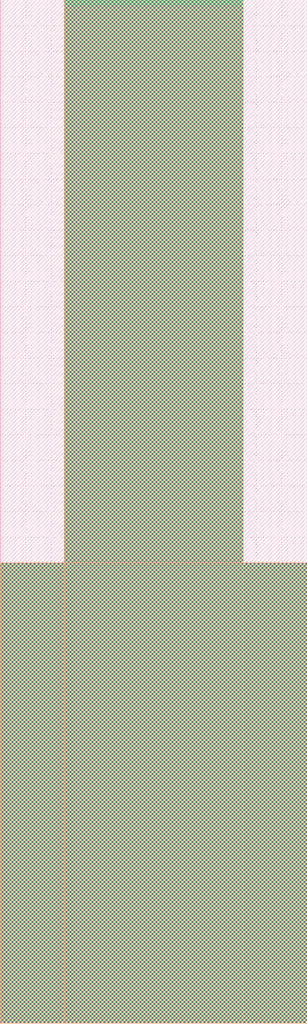
<source format=lef>
VERSION 5.8 ;
BUSBITCHARS "[]" ;
DIVIDERCHAR "/" ;

MACRO RIIO_EG1D80V_CORNER_45
  CLASS ENDCAP BOTTOMLEFT ;
  ORIGIN 0 0 ;
  FOREIGN RIIO_EG1D80V_CORNER_45 0 0 ;
  SIZE 80 BY 80 ;
  SYMMETRY X Y ;
  SITE corner_site ;
  PIN VDD
    DIRECTION INOUT ;
    USE POWER ;
    NETEXPR "vdd VDD!" ;
    PORT
      LAYER IA ;
        RECT 75.946 68.75 80 72.35 ;
        RECT 70.912 73.761 75.992 73.818 ;
        RECT 75.938 68.754 75.946 73.845 ;
        RECT 70.866 73.807 75.938 73.872 ;
        RECT 70.958 73.715 76.038 73.772 ;
        RECT 75.892 68.781 75.938 73.872 ;
        RECT 70.82 73.853 75.892 73.918 ;
        RECT 71.004 73.669 76.084 73.726 ;
        RECT 75.846 68.827 75.892 73.918 ;
        RECT 70.774 73.899 75.846 73.964 ;
        RECT 71.05 73.623 76.13 73.68 ;
        RECT 75.8 68.873 75.846 73.964 ;
        RECT 70.728 73.945 75.8 74.01 ;
        RECT 71.096 73.577 76.176 73.634 ;
        RECT 75.754 68.919 75.8 74.01 ;
        RECT 70.682 73.991 75.754 74.056 ;
        RECT 71.142 73.531 76.222 73.588 ;
        RECT 75.708 68.965 75.754 74.056 ;
        RECT 70.636 74.037 75.708 74.102 ;
        RECT 71.188 73.485 76.268 73.542 ;
        RECT 75.662 69.011 75.708 74.102 ;
        RECT 70.59 74.083 75.662 74.148 ;
        RECT 71.234 73.439 76.314 73.496 ;
        RECT 75.616 69.057 75.662 74.148 ;
        RECT 70.544 74.129 75.616 74.194 ;
        RECT 71.28 73.393 76.36 73.45 ;
        RECT 75.57 69.103 75.616 74.194 ;
        RECT 70.498 74.175 75.57 74.24 ;
        RECT 71.326 73.347 76.406 73.404 ;
        RECT 75.524 69.149 75.57 74.24 ;
        RECT 70.452 74.221 75.524 74.286 ;
        RECT 71.372 73.301 76.452 73.358 ;
        RECT 75.478 69.195 75.524 74.286 ;
        RECT 70.406 74.267 75.478 74.332 ;
        RECT 71.418 73.255 76.498 73.312 ;
        RECT 75.432 69.241 75.478 74.332 ;
        RECT 70.36 74.313 75.432 74.378 ;
        RECT 71.464 73.209 76.544 73.266 ;
        RECT 75.386 69.287 75.432 74.378 ;
        RECT 70.314 74.359 75.386 74.424 ;
        RECT 71.51 73.163 76.59 73.22 ;
        RECT 75.34 69.333 75.386 74.424 ;
        RECT 70.268 74.405 75.34 74.47 ;
        RECT 71.556 73.117 76.636 73.174 ;
        RECT 75.294 69.379 75.34 74.47 ;
        RECT 70.222 74.451 75.294 74.516 ;
        RECT 71.602 73.071 76.682 73.128 ;
        RECT 75.248 69.425 75.294 74.516 ;
        RECT 70.176 74.497 75.248 74.562 ;
        RECT 71.648 73.025 76.728 73.082 ;
        RECT 75.202 69.471 75.248 74.562 ;
        RECT 70.13 74.543 75.202 74.608 ;
        RECT 71.694 72.979 76.774 73.036 ;
        RECT 75.156 69.517 75.202 74.608 ;
        RECT 70.084 74.589 75.156 74.654 ;
        RECT 71.74 72.933 76.82 72.99 ;
        RECT 75.11 69.563 75.156 74.654 ;
        RECT 70.038 74.635 75.11 74.7 ;
        RECT 71.786 72.887 76.866 72.944 ;
        RECT 75.064 69.609 75.11 74.7 ;
        RECT 69.992 74.681 75.064 74.746 ;
        RECT 71.832 72.841 76.912 72.898 ;
        RECT 75.018 69.655 75.064 74.746 ;
        RECT 69.946 74.727 75.018 74.792 ;
        RECT 71.878 72.795 76.958 72.852 ;
        RECT 74.972 69.701 75.018 74.792 ;
        RECT 69.9 74.773 74.972 74.838 ;
        RECT 71.924 72.749 77.004 72.806 ;
        RECT 74.926 69.747 74.972 74.838 ;
        RECT 69.854 74.819 74.926 74.884 ;
        RECT 71.97 72.703 77.05 72.76 ;
        RECT 74.88 69.793 74.926 74.884 ;
        RECT 69.808 74.865 74.88 74.93 ;
        RECT 72.016 72.657 77.096 72.714 ;
        RECT 74.834 69.839 74.88 74.93 ;
        RECT 69.762 74.911 74.834 74.976 ;
        RECT 72.062 72.611 77.142 72.668 ;
        RECT 74.788 69.885 74.834 74.976 ;
        RECT 69.716 74.957 74.788 75.022 ;
        RECT 72.108 72.565 77.188 72.622 ;
        RECT 74.742 69.931 74.788 75.022 ;
        RECT 69.67 75.003 74.742 75.068 ;
        RECT 72.154 72.519 77.234 72.576 ;
        RECT 74.696 69.977 74.742 75.068 ;
        RECT 69.624 75.049 74.696 75.114 ;
        RECT 72.2 72.473 77.28 72.53 ;
        RECT 74.65 70.023 74.696 75.114 ;
        RECT 69.578 75.095 74.65 75.16 ;
        RECT 72.246 72.427 77.326 72.484 ;
        RECT 74.604 70.069 74.65 75.16 ;
        RECT 69.532 75.141 74.604 75.206 ;
        RECT 72.292 72.381 77.372 72.438 ;
        RECT 74.558 70.115 74.604 75.206 ;
        RECT 69.486 75.187 74.558 75.252 ;
        RECT 72.338 72.352 77.418 72.392 ;
        RECT 74.512 70.161 74.558 75.252 ;
        RECT 69.44 75.233 74.512 75.298 ;
        RECT 72.35 72.323 77.437 72.36 ;
        RECT 74.466 70.207 74.512 75.298 ;
        RECT 69.394 75.279 74.466 75.344 ;
        RECT 72.396 72.277 80 72.35 ;
        RECT 74.42 70.253 74.466 75.344 ;
        RECT 69.348 75.325 74.42 75.39 ;
        RECT 72.442 72.231 80 72.35 ;
        RECT 74.374 70.299 74.42 75.39 ;
        RECT 69.302 75.371 74.374 75.436 ;
        RECT 72.488 72.185 80 72.35 ;
        RECT 74.328 70.345 74.374 75.436 ;
        RECT 69.256 75.417 74.328 75.482 ;
        RECT 72.534 72.139 80 72.35 ;
        RECT 74.282 70.391 74.328 75.482 ;
        RECT 69.21 75.463 74.282 75.528 ;
        RECT 72.58 72.093 80 72.35 ;
        RECT 74.236 70.437 74.282 75.528 ;
        RECT 69.164 75.509 74.236 75.574 ;
        RECT 72.626 72.047 80 72.35 ;
        RECT 74.19 70.483 74.236 75.574 ;
        RECT 69.118 75.555 74.19 75.62 ;
        RECT 72.672 72.001 80 72.35 ;
        RECT 74.144 70.529 74.19 75.62 ;
        RECT 69.072 75.601 74.144 75.666 ;
        RECT 72.718 71.955 80 72.35 ;
        RECT 74.098 70.575 74.144 75.666 ;
        RECT 69.026 75.647 74.098 75.712 ;
        RECT 72.764 71.909 80 72.35 ;
        RECT 74.052 70.621 74.098 75.712 ;
        RECT 68.98 75.693 74.052 75.758 ;
        RECT 72.81 71.863 80 72.35 ;
        RECT 74.006 70.667 74.052 75.758 ;
        RECT 68.934 75.739 74.006 75.804 ;
        RECT 72.856 71.817 80 72.35 ;
        RECT 73.96 70.713 74.006 75.804 ;
        RECT 68.888 75.785 73.96 75.85 ;
        RECT 72.902 71.771 80 72.35 ;
        RECT 73.914 70.759 73.96 75.85 ;
        RECT 68.842 75.831 73.914 75.896 ;
        RECT 72.948 71.725 80 72.35 ;
        RECT 73.868 70.805 73.914 75.896 ;
        RECT 68.796 75.877 73.868 75.942 ;
        RECT 72.994 71.679 80 72.35 ;
        RECT 73.822 70.851 73.868 75.942 ;
        RECT 73.04 71.633 80 72.35 ;
        RECT 73.776 70.897 73.822 75.988 ;
        RECT 73.086 71.587 80 72.35 ;
        RECT 73.73 70.943 73.776 76.034 ;
        RECT 73.132 71.541 80 72.35 ;
        RECT 73.684 70.989 73.73 76.08 ;
        RECT 73.178 71.495 80 72.35 ;
        RECT 73.638 71.035 73.684 76.126 ;
        RECT 73.224 71.449 80 72.35 ;
        RECT 73.592 71.081 73.638 76.172 ;
        RECT 73.27 71.403 80 72.35 ;
        RECT 73.546 71.127 73.592 76.218 ;
        RECT 73.316 71.357 80 72.35 ;
        RECT 73.5 71.173 73.546 76.264 ;
        RECT 73.362 71.311 80 72.35 ;
        RECT 73.454 71.219 73.5 76.31 ;
        RECT 68.75 75.923 73.454 76.356 ;
        RECT 73.408 71.265 80 72.35 ;
        RECT 68.75 75.923 73.408 76.402 ;
        RECT 68.75 75.923 73.362 76.448 ;
        RECT 68.75 75.923 73.316 76.494 ;
        RECT 68.75 75.923 73.27 76.54 ;
        RECT 68.75 75.923 73.224 76.586 ;
        RECT 68.75 75.923 73.178 76.632 ;
        RECT 68.75 75.923 73.132 76.678 ;
        RECT 68.75 75.923 73.086 76.724 ;
        RECT 68.75 75.923 73.04 76.77 ;
        RECT 68.75 75.923 72.994 76.816 ;
        RECT 68.75 75.923 72.948 76.862 ;
        RECT 68.75 75.923 72.902 76.908 ;
        RECT 68.75 75.923 72.856 76.954 ;
        RECT 68.75 75.923 72.81 77 ;
        RECT 68.75 75.923 72.764 77.046 ;
        RECT 68.75 75.923 72.718 77.092 ;
        RECT 68.75 75.923 72.672 77.138 ;
        RECT 68.75 75.923 72.626 77.184 ;
        RECT 68.75 75.923 72.58 77.23 ;
        RECT 68.75 75.923 72.534 77.276 ;
        RECT 68.75 75.923 72.488 77.322 ;
        RECT 68.75 75.923 72.442 77.368 ;
        RECT 68.75 75.923 72.396 77.414 ;
        RECT 68.75 75.923 72.35 80 ;
    END
    PORT
      LAYER IA ;
        RECT 74.004 64.044 80 67.644 ;
        RECT 70.41 67.615 75.495 67.654 ;
        RECT 68.938 69.087 74.004 69.138 ;
        RECT 68.984 69.041 74.05 69.112 ;
        RECT 73.998 64.047 74.004 69.138 ;
        RECT 69.03 68.995 74.096 69.066 ;
        RECT 73.952 64.073 73.998 69.164 ;
        RECT 68.892 69.133 73.952 69.21 ;
        RECT 69.076 68.949 74.142 69.02 ;
        RECT 73.906 64.119 73.952 69.21 ;
        RECT 68.846 69.179 73.906 69.256 ;
        RECT 69.122 68.903 74.188 68.974 ;
        RECT 73.86 64.165 73.906 69.256 ;
        RECT 68.8 69.225 73.86 69.302 ;
        RECT 69.168 68.857 74.234 68.928 ;
        RECT 73.814 64.211 73.86 69.302 ;
        RECT 68.754 69.271 73.814 69.348 ;
        RECT 69.214 68.811 74.28 68.882 ;
        RECT 73.768 64.257 73.814 69.348 ;
        RECT 68.708 69.317 73.768 69.394 ;
        RECT 69.26 68.765 74.326 68.836 ;
        RECT 73.722 64.303 73.768 69.394 ;
        RECT 68.662 69.363 73.722 69.44 ;
        RECT 69.306 68.719 74.372 68.79 ;
        RECT 73.676 64.349 73.722 69.44 ;
        RECT 68.616 69.409 73.676 69.486 ;
        RECT 69.352 68.673 74.418 68.744 ;
        RECT 73.63 64.395 73.676 69.486 ;
        RECT 68.57 69.455 73.63 69.532 ;
        RECT 69.398 68.627 74.464 68.698 ;
        RECT 73.584 64.441 73.63 69.532 ;
        RECT 68.524 69.501 73.584 69.578 ;
        RECT 69.444 68.581 74.51 68.652 ;
        RECT 73.538 64.487 73.584 69.578 ;
        RECT 68.478 69.547 73.538 69.624 ;
        RECT 69.49 68.535 74.556 68.606 ;
        RECT 73.492 64.533 73.538 69.624 ;
        RECT 68.432 69.593 73.492 69.67 ;
        RECT 69.536 68.489 74.602 68.56 ;
        RECT 73.446 64.579 73.492 69.67 ;
        RECT 68.386 69.639 73.446 69.716 ;
        RECT 69.582 68.443 74.648 68.514 ;
        RECT 73.4 64.625 73.446 69.716 ;
        RECT 68.34 69.685 73.4 69.762 ;
        RECT 69.628 68.397 74.694 68.468 ;
        RECT 73.354 64.671 73.4 69.762 ;
        RECT 68.294 69.731 73.354 69.808 ;
        RECT 69.674 68.351 74.74 68.422 ;
        RECT 73.308 64.717 73.354 69.808 ;
        RECT 68.248 69.777 73.308 69.854 ;
        RECT 69.72 68.305 74.786 68.376 ;
        RECT 73.262 64.763 73.308 69.854 ;
        RECT 68.202 69.823 73.262 69.9 ;
        RECT 69.766 68.259 74.832 68.33 ;
        RECT 73.216 64.809 73.262 69.9 ;
        RECT 68.156 69.869 73.216 69.946 ;
        RECT 69.812 68.213 74.878 68.284 ;
        RECT 73.17 64.855 73.216 69.946 ;
        RECT 68.11 69.915 73.17 69.992 ;
        RECT 69.858 68.167 74.924 68.238 ;
        RECT 73.124 64.901 73.17 69.992 ;
        RECT 68.064 69.961 73.124 70.038 ;
        RECT 69.904 68.121 74.97 68.192 ;
        RECT 73.078 64.947 73.124 70.038 ;
        RECT 68.018 70.007 73.078 70.084 ;
        RECT 69.95 68.075 75.016 68.146 ;
        RECT 73.032 64.993 73.078 70.084 ;
        RECT 67.972 70.053 73.032 70.13 ;
        RECT 69.996 68.029 75.062 68.1 ;
        RECT 72.986 65.039 73.032 70.13 ;
        RECT 67.926 70.099 72.986 70.176 ;
        RECT 70.042 67.983 75.108 68.054 ;
        RECT 72.94 65.085 72.986 70.176 ;
        RECT 67.88 70.145 72.94 70.222 ;
        RECT 70.088 67.937 75.154 68.008 ;
        RECT 72.894 65.131 72.94 70.222 ;
        RECT 67.834 70.191 72.894 70.268 ;
        RECT 70.134 67.891 75.2 67.962 ;
        RECT 72.848 65.177 72.894 70.268 ;
        RECT 67.788 70.237 72.848 70.314 ;
        RECT 70.18 67.845 75.246 67.916 ;
        RECT 72.802 65.223 72.848 70.314 ;
        RECT 67.742 70.283 72.802 70.36 ;
        RECT 70.226 67.799 75.292 67.87 ;
        RECT 72.756 65.269 72.802 70.36 ;
        RECT 67.65 70.375 72.756 70.406 ;
        RECT 67.696 70.329 72.756 70.406 ;
        RECT 70.272 67.753 75.338 67.824 ;
        RECT 72.71 65.315 72.756 70.406 ;
        RECT 67.638 70.404 72.71 70.452 ;
        RECT 70.318 67.707 75.384 67.778 ;
        RECT 72.664 65.361 72.71 70.452 ;
        RECT 67.592 70.433 72.664 70.498 ;
        RECT 70.364 67.661 75.43 67.732 ;
        RECT 72.618 65.407 72.664 70.498 ;
        RECT 67.546 70.479 72.618 70.544 ;
        RECT 70.41 67.615 75.476 67.686 ;
        RECT 72.572 65.453 72.618 70.544 ;
        RECT 67.5 70.525 72.572 70.59 ;
        RECT 70.456 67.569 80 67.644 ;
        RECT 72.526 65.499 72.572 70.59 ;
        RECT 67.454 70.571 72.526 70.636 ;
        RECT 70.502 67.523 80 67.644 ;
        RECT 72.48 65.545 72.526 70.636 ;
        RECT 67.408 70.617 72.48 70.682 ;
        RECT 70.548 67.477 80 67.644 ;
        RECT 72.434 65.591 72.48 70.682 ;
        RECT 67.362 70.663 72.434 70.728 ;
        RECT 70.594 67.431 80 67.644 ;
        RECT 72.388 65.637 72.434 70.728 ;
        RECT 67.316 70.709 72.388 70.774 ;
        RECT 70.64 67.385 80 67.644 ;
        RECT 72.342 65.683 72.388 70.774 ;
        RECT 67.27 70.755 72.342 70.82 ;
        RECT 70.686 67.339 80 67.644 ;
        RECT 72.296 65.729 72.342 70.82 ;
        RECT 67.224 70.801 72.296 70.866 ;
        RECT 70.732 67.293 80 67.644 ;
        RECT 72.25 65.775 72.296 70.866 ;
        RECT 67.178 70.847 72.25 70.912 ;
        RECT 70.778 67.247 80 67.644 ;
        RECT 72.204 65.821 72.25 70.912 ;
        RECT 67.132 70.893 72.204 70.958 ;
        RECT 70.824 67.201 80 67.644 ;
        RECT 72.158 65.867 72.204 70.958 ;
        RECT 67.086 70.939 72.158 71.004 ;
        RECT 70.87 67.155 80 67.644 ;
        RECT 72.112 65.913 72.158 71.004 ;
        RECT 67.04 70.985 72.112 71.05 ;
        RECT 70.916 67.109 80 67.644 ;
        RECT 72.066 65.959 72.112 71.05 ;
        RECT 66.994 71.031 72.066 71.096 ;
        RECT 70.962 67.063 80 67.644 ;
        RECT 72.02 66.005 72.066 71.096 ;
        RECT 66.948 71.077 72.02 71.142 ;
        RECT 71.008 67.017 80 67.644 ;
        RECT 71.974 66.051 72.02 71.142 ;
        RECT 66.902 71.123 71.974 71.188 ;
        RECT 71.054 66.971 80 67.644 ;
        RECT 71.928 66.097 71.974 71.188 ;
        RECT 66.856 71.169 71.928 71.234 ;
        RECT 71.1 66.925 80 67.644 ;
        RECT 71.882 66.143 71.928 71.234 ;
        RECT 66.81 71.215 71.882 71.28 ;
        RECT 71.146 66.879 80 67.644 ;
        RECT 71.836 66.189 71.882 71.28 ;
        RECT 66.764 71.261 71.836 71.326 ;
        RECT 71.192 66.833 80 67.644 ;
        RECT 71.79 66.235 71.836 71.326 ;
        RECT 66.718 71.307 71.79 71.372 ;
        RECT 71.238 66.787 80 67.644 ;
        RECT 71.744 66.281 71.79 71.372 ;
        RECT 66.672 71.353 71.744 71.418 ;
        RECT 71.284 66.741 80 67.644 ;
        RECT 71.698 66.327 71.744 71.418 ;
        RECT 66.626 71.399 71.698 71.464 ;
        RECT 71.33 66.695 80 67.644 ;
        RECT 71.652 66.373 71.698 71.464 ;
        RECT 66.58 71.445 71.652 71.51 ;
        RECT 71.376 66.649 80 67.644 ;
        RECT 71.606 66.419 71.652 71.51 ;
        RECT 66.534 71.491 71.606 71.556 ;
        RECT 71.422 66.603 80 67.644 ;
        RECT 71.56 66.465 71.606 71.556 ;
        RECT 66.488 71.537 71.56 71.602 ;
        RECT 71.468 66.557 80 67.644 ;
        RECT 71.514 66.511 71.56 71.602 ;
        RECT 66.442 71.583 71.514 71.648 ;
        RECT 66.396 71.629 71.468 71.694 ;
        RECT 66.35 71.675 71.422 71.74 ;
        RECT 66.304 71.721 71.376 71.786 ;
        RECT 66.258 71.767 71.33 71.832 ;
        RECT 66.212 71.813 71.284 71.878 ;
        RECT 66.166 71.859 71.238 71.924 ;
        RECT 66.12 71.905 71.192 71.97 ;
        RECT 66.074 71.951 71.146 72.016 ;
        RECT 66.028 71.997 71.1 72.062 ;
        RECT 65.982 72.043 71.054 72.108 ;
        RECT 65.936 72.089 71.008 72.154 ;
        RECT 65.89 72.135 70.962 72.2 ;
        RECT 65.844 72.181 70.916 72.246 ;
        RECT 65.798 72.227 70.87 72.292 ;
        RECT 65.752 72.273 70.824 72.338 ;
        RECT 65.706 72.319 70.778 72.384 ;
        RECT 65.66 72.365 70.732 72.43 ;
        RECT 65.614 72.411 70.686 72.476 ;
        RECT 65.568 72.457 70.64 72.522 ;
        RECT 65.522 72.503 70.594 72.568 ;
        RECT 65.476 72.549 70.548 72.614 ;
        RECT 65.43 72.595 70.502 72.66 ;
        RECT 65.384 72.641 70.456 72.706 ;
        RECT 65.338 72.687 70.41 72.752 ;
        RECT 65.292 72.733 70.364 72.798 ;
        RECT 65.246 72.779 70.318 72.844 ;
        RECT 65.2 72.825 70.272 72.89 ;
        RECT 65.154 72.871 70.226 72.936 ;
        RECT 65.108 72.917 70.18 72.982 ;
        RECT 65.062 72.963 70.134 73.028 ;
        RECT 65.016 73.009 70.088 73.074 ;
        RECT 64.97 73.055 70.042 73.12 ;
        RECT 64.924 73.101 69.996 73.166 ;
        RECT 64.878 73.147 69.95 73.212 ;
        RECT 64.832 73.193 69.904 73.258 ;
        RECT 64.786 73.239 69.858 73.304 ;
        RECT 64.74 73.285 69.812 73.35 ;
        RECT 64.694 73.331 69.766 73.396 ;
        RECT 64.648 73.377 69.72 73.442 ;
        RECT 64.602 73.423 69.674 73.488 ;
        RECT 64.556 73.469 69.628 73.534 ;
        RECT 64.51 73.515 69.582 73.58 ;
        RECT 64.464 73.561 69.536 73.626 ;
        RECT 64.418 73.607 69.49 73.672 ;
        RECT 64.372 73.653 69.444 73.718 ;
        RECT 64.326 73.699 69.398 73.764 ;
        RECT 64.28 73.745 69.352 73.81 ;
        RECT 64.234 73.791 69.306 73.856 ;
        RECT 64.188 73.837 69.26 73.902 ;
        RECT 64.142 73.883 69.214 73.948 ;
        RECT 64.096 73.929 69.168 73.994 ;
        RECT 64.05 73.975 69.122 74.04 ;
        RECT 64.05 73.975 69.076 74.086 ;
        RECT 64.05 73.975 69.03 74.132 ;
        RECT 64.05 73.975 68.984 74.178 ;
        RECT 64.05 73.975 68.938 74.224 ;
        RECT 64.05 73.975 68.892 74.27 ;
        RECT 64.05 73.975 68.846 74.316 ;
        RECT 64.05 73.975 68.8 74.362 ;
        RECT 64.05 73.975 68.754 74.408 ;
        RECT 64.05 73.975 68.708 74.454 ;
        RECT 64.05 73.975 68.662 74.5 ;
        RECT 64.05 73.975 68.616 74.546 ;
        RECT 64.05 73.975 68.57 74.592 ;
        RECT 64.05 73.975 68.524 74.638 ;
        RECT 64.05 73.975 68.478 74.684 ;
        RECT 64.05 73.975 68.432 74.73 ;
        RECT 64.05 73.975 68.386 74.776 ;
        RECT 64.05 73.975 68.34 74.822 ;
        RECT 64.05 73.975 68.294 74.868 ;
        RECT 64.05 73.975 68.248 74.914 ;
        RECT 64.05 73.975 68.202 74.96 ;
        RECT 64.05 73.975 68.156 75.006 ;
        RECT 64.05 73.975 68.11 75.052 ;
        RECT 64.05 73.975 68.064 75.098 ;
        RECT 64.05 73.975 68.018 75.144 ;
        RECT 64.05 73.975 67.972 75.19 ;
        RECT 64.05 73.975 67.926 75.236 ;
        RECT 64.05 73.975 67.88 75.282 ;
        RECT 64.05 73.975 67.834 75.328 ;
        RECT 64.05 73.975 67.788 75.374 ;
        RECT 64.05 73.975 67.742 75.42 ;
        RECT 64.05 73.975 67.696 75.466 ;
        RECT 64.05 73.975 67.65 80 ;
    END
  END VDD
  PIN VDDIO
    DIRECTION INOUT ;
    USE POWER ;
    NETEXPR "vddio VDDIO!" ;
    PORT
      LAYER IA ;
        RECT 11.342 53.555 16.402 53.632 ;
        RECT 11.25 53.647 16.356 53.678 ;
        RECT 11.296 53.601 16.356 53.678 ;
        RECT 11.238 53.676 16.31 53.724 ;
        RECT 11.192 53.705 16.264 53.77 ;
        RECT 11.146 53.751 16.218 53.816 ;
        RECT 11.1 53.797 16.172 53.862 ;
        RECT 11.054 53.843 16.126 53.908 ;
        RECT 11.008 53.889 16.08 53.954 ;
        RECT 10.962 53.935 16.034 54 ;
        RECT 10.916 53.981 15.988 54.046 ;
        RECT 10.87 54.027 15.942 54.092 ;
        RECT 10.824 54.073 15.896 54.138 ;
        RECT 10.778 54.119 15.85 54.184 ;
        RECT 10.732 54.165 15.804 54.23 ;
        RECT 10.686 54.211 15.758 54.276 ;
        RECT 10.64 54.257 15.712 54.322 ;
        RECT 10.594 54.303 15.666 54.368 ;
        RECT 10.548 54.349 15.62 54.414 ;
        RECT 10.502 54.395 15.574 54.46 ;
        RECT 10.456 54.441 15.528 54.506 ;
        RECT 10.41 54.487 15.482 54.552 ;
        RECT 10.364 54.533 15.436 54.598 ;
        RECT 10.318 54.579 15.39 54.644 ;
        RECT 10.272 54.625 15.344 54.69 ;
        RECT 10.226 54.671 15.298 54.736 ;
        RECT 10.18 54.717 15.252 54.782 ;
        RECT 10.134 54.763 15.206 54.828 ;
        RECT 10.088 54.809 15.16 54.874 ;
        RECT 10.042 54.855 15.114 54.92 ;
        RECT 9.996 54.901 15.068 54.966 ;
        RECT 9.95 54.947 15.022 55.012 ;
        RECT 9.904 54.993 14.976 55.058 ;
        RECT 9.858 55.039 14.93 55.104 ;
        RECT 9.812 55.085 14.884 55.15 ;
        RECT 9.766 55.131 14.838 55.196 ;
        RECT 9.72 55.177 14.792 55.242 ;
        RECT 9.674 55.223 14.746 55.288 ;
        RECT 9.628 55.269 14.7 55.334 ;
        RECT 9.582 55.315 14.654 55.38 ;
        RECT 9.536 55.361 14.608 55.426 ;
        RECT 9.49 55.407 14.562 55.472 ;
        RECT 9.444 55.453 14.516 55.518 ;
        RECT 9.398 55.499 14.47 55.564 ;
        RECT 9.352 55.545 14.424 55.61 ;
        RECT 9.306 55.591 14.378 55.656 ;
        RECT 9.26 55.637 14.332 55.702 ;
        RECT 9.214 55.683 14.286 55.748 ;
        RECT 9.168 55.729 14.24 55.794 ;
        RECT 9.122 55.775 14.194 55.84 ;
        RECT 9.076 55.821 14.148 55.886 ;
        RECT 9.03 55.867 14.102 55.932 ;
        RECT 8.984 55.913 14.056 55.978 ;
        RECT 8.938 55.959 14.01 56.024 ;
        RECT 8.892 56.005 13.964 56.07 ;
        RECT 8.846 56.051 13.918 56.116 ;
        RECT 8.8 56.097 13.872 56.162 ;
        RECT 8.754 56.143 13.826 56.208 ;
        RECT 8.708 56.189 13.78 56.254 ;
        RECT 8.662 56.235 13.734 56.3 ;
        RECT 8.616 56.281 13.688 56.346 ;
        RECT 8.57 56.327 13.642 56.392 ;
        RECT 8.524 56.373 13.596 56.438 ;
        RECT 8.478 56.419 13.55 56.484 ;
        RECT 8.432 56.465 13.504 56.53 ;
        RECT 8.386 56.511 13.458 56.576 ;
        RECT 8.34 56.557 13.412 56.622 ;
        RECT 8.294 56.603 13.366 56.668 ;
        RECT 8.248 56.649 13.32 56.714 ;
        RECT 8.202 56.695 13.274 56.76 ;
        RECT 8.156 56.741 13.228 56.806 ;
        RECT 8.11 56.787 13.182 56.852 ;
        RECT 8.064 56.833 13.136 56.898 ;
        RECT 8.018 56.879 13.09 56.944 ;
        RECT 7.972 56.925 13.044 56.99 ;
        RECT 7.926 56.971 12.998 57.036 ;
        RECT 7.88 57.017 12.952 57.082 ;
        RECT 7.834 57.063 12.906 57.128 ;
        RECT 7.788 57.109 12.86 57.174 ;
        RECT 7.742 57.155 12.814 57.22 ;
        RECT 7.696 57.201 12.768 57.266 ;
        RECT 7.65 57.247 12.722 57.312 ;
        RECT 7.65 57.247 12.676 57.358 ;
        RECT 7.65 57.247 12.63 57.404 ;
        RECT 7.65 57.247 12.584 57.45 ;
        RECT 7.65 57.247 12.538 57.496 ;
        RECT 7.65 57.247 12.492 57.542 ;
        RECT 7.65 57.247 12.446 57.588 ;
        RECT 7.65 57.247 12.4 57.634 ;
        RECT 7.65 57.247 12.354 57.68 ;
        RECT 7.65 57.247 12.308 57.726 ;
        RECT 7.65 57.247 12.262 57.772 ;
        RECT 7.65 57.247 12.216 57.818 ;
        RECT 7.65 57.247 12.17 57.864 ;
        RECT 7.65 57.247 12.124 57.91 ;
        RECT 7.65 57.247 12.078 57.956 ;
        RECT 7.65 57.247 12.032 58.002 ;
        RECT 7.65 57.247 11.986 58.048 ;
        RECT 7.65 57.247 11.94 58.094 ;
        RECT 7.65 57.247 11.894 58.14 ;
        RECT 7.65 57.247 11.848 58.186 ;
        RECT 7.65 57.247 11.802 58.232 ;
        RECT 7.65 57.247 11.756 58.278 ;
        RECT 7.65 57.247 11.71 58.324 ;
        RECT 7.65 57.247 11.664 58.37 ;
        RECT 7.65 57.247 11.618 58.416 ;
        RECT 7.65 57.247 11.572 58.462 ;
        RECT 7.65 57.247 11.526 58.508 ;
        RECT 7.65 57.247 11.48 58.554 ;
        RECT 7.65 57.247 11.434 58.6 ;
        RECT 7.65 57.247 11.388 58.646 ;
        RECT 7.65 57.247 11.342 58.692 ;
        RECT 7.65 57.247 11.296 58.738 ;
        RECT 7.65 57.247 11.25 80 ;
        RECT 57.27 7.65 80 11.25 ;
        RECT 53.662 11.235 58.761 11.26 ;
        RECT 52.236 12.661 57.316 12.718 ;
        RECT 57.25 7.66 57.27 12.751 ;
        RECT 52.19 12.707 57.25 12.784 ;
        RECT 52.282 12.615 57.362 12.672 ;
        RECT 57.204 7.693 57.25 12.784 ;
        RECT 52.144 12.753 57.204 12.83 ;
        RECT 52.328 12.569 57.408 12.626 ;
        RECT 57.158 7.739 57.204 12.83 ;
        RECT 52.098 12.799 57.158 12.876 ;
        RECT 52.374 12.523 57.454 12.58 ;
        RECT 57.112 7.785 57.158 12.876 ;
        RECT 52.052 12.845 57.112 12.922 ;
        RECT 52.42 12.477 57.5 12.534 ;
        RECT 57.066 7.831 57.112 12.922 ;
        RECT 52.006 12.891 57.066 12.968 ;
        RECT 52.466 12.431 57.546 12.488 ;
        RECT 57.02 7.877 57.066 12.968 ;
        RECT 51.96 12.937 57.02 13.014 ;
        RECT 52.512 12.385 57.592 12.442 ;
        RECT 56.974 7.923 57.02 13.014 ;
        RECT 51.914 12.983 56.974 13.06 ;
        RECT 52.558 12.339 57.638 12.396 ;
        RECT 56.928 7.969 56.974 13.06 ;
        RECT 51.868 13.029 56.928 13.106 ;
        RECT 52.604 12.293 57.684 12.35 ;
        RECT 56.882 8.015 56.928 13.106 ;
        RECT 51.822 13.075 56.882 13.152 ;
        RECT 52.65 12.247 57.73 12.304 ;
        RECT 56.836 8.061 56.882 13.152 ;
        RECT 51.776 13.121 56.836 13.198 ;
        RECT 52.696 12.201 57.776 12.258 ;
        RECT 56.79 8.107 56.836 13.198 ;
        RECT 51.73 13.167 56.79 13.244 ;
        RECT 52.742 12.155 57.822 12.212 ;
        RECT 56.744 8.153 56.79 13.244 ;
        RECT 51.684 13.213 56.744 13.29 ;
        RECT 52.788 12.109 57.868 12.166 ;
        RECT 56.698 8.199 56.744 13.29 ;
        RECT 51.638 13.259 56.698 13.336 ;
        RECT 52.834 12.063 57.914 12.12 ;
        RECT 56.652 8.245 56.698 13.336 ;
        RECT 51.592 13.305 56.652 13.382 ;
        RECT 52.88 12.017 57.96 12.074 ;
        RECT 56.606 8.291 56.652 13.382 ;
        RECT 51.546 13.351 56.606 13.428 ;
        RECT 52.926 11.971 58.006 12.028 ;
        RECT 56.56 8.337 56.606 13.428 ;
        RECT 51.5 13.397 56.56 13.474 ;
        RECT 52.972 11.925 58.052 11.982 ;
        RECT 56.514 8.383 56.56 13.474 ;
        RECT 51.454 13.443 56.514 13.52 ;
        RECT 53.018 11.879 58.098 11.936 ;
        RECT 56.468 8.429 56.514 13.52 ;
        RECT 51.408 13.489 56.468 13.566 ;
        RECT 53.064 11.833 58.144 11.89 ;
        RECT 56.422 8.475 56.468 13.566 ;
        RECT 51.362 13.535 56.422 13.612 ;
        RECT 53.11 11.787 58.19 11.844 ;
        RECT 56.376 8.521 56.422 13.612 ;
        RECT 51.316 13.581 56.376 13.658 ;
        RECT 53.156 11.741 58.236 11.798 ;
        RECT 56.33 8.567 56.376 13.658 ;
        RECT 51.27 13.627 56.33 13.704 ;
        RECT 53.202 11.695 58.282 11.752 ;
        RECT 56.284 8.613 56.33 13.704 ;
        RECT 51.224 13.673 56.284 13.75 ;
        RECT 53.248 11.649 58.328 11.706 ;
        RECT 56.238 8.659 56.284 13.75 ;
        RECT 51.178 13.719 56.238 13.796 ;
        RECT 53.294 11.603 58.374 11.66 ;
        RECT 56.192 8.705 56.238 13.796 ;
        RECT 51.132 13.765 56.192 13.842 ;
        RECT 53.34 11.557 58.42 11.614 ;
        RECT 56.146 8.751 56.192 13.842 ;
        RECT 51.086 13.811 56.146 13.888 ;
        RECT 53.386 11.511 58.466 11.568 ;
        RECT 56.1 8.797 56.146 13.888 ;
        RECT 51.04 13.857 56.1 13.934 ;
        RECT 53.432 11.465 58.512 11.522 ;
        RECT 56.054 8.843 56.1 13.934 ;
        RECT 50.994 13.903 56.054 13.98 ;
        RECT 53.478 11.419 58.558 11.476 ;
        RECT 56.008 8.889 56.054 13.98 ;
        RECT 50.948 13.949 56.008 14.026 ;
        RECT 53.524 11.373 58.604 11.43 ;
        RECT 55.962 8.935 56.008 14.026 ;
        RECT 50.902 13.995 55.962 14.072 ;
        RECT 53.57 11.327 58.65 11.384 ;
        RECT 55.916 8.981 55.962 14.072 ;
        RECT 50.856 14.041 55.916 14.118 ;
        RECT 53.616 11.281 58.696 11.338 ;
        RECT 55.87 9.027 55.916 14.118 ;
        RECT 50.81 14.087 55.87 14.164 ;
        RECT 53.662 11.235 58.742 11.292 ;
        RECT 55.824 9.073 55.87 14.164 ;
        RECT 50.764 14.133 55.824 14.21 ;
        RECT 53.708 11.189 80 11.25 ;
        RECT 55.778 9.119 55.824 14.21 ;
        RECT 50.718 14.179 55.778 14.256 ;
        RECT 53.754 11.143 80 11.25 ;
        RECT 55.732 9.165 55.778 14.256 ;
        RECT 50.672 14.225 55.732 14.302 ;
        RECT 53.8 11.097 80 11.25 ;
        RECT 55.686 9.211 55.732 14.302 ;
        RECT 50.626 14.271 55.686 14.348 ;
        RECT 53.846 11.051 80 11.25 ;
        RECT 55.64 9.257 55.686 14.348 ;
        RECT 50.58 14.317 55.64 14.394 ;
        RECT 53.892 11.005 80 11.25 ;
        RECT 55.594 9.303 55.64 14.394 ;
        RECT 50.534 14.363 55.594 14.44 ;
        RECT 53.938 10.959 80 11.25 ;
        RECT 55.548 9.349 55.594 14.44 ;
        RECT 50.488 14.409 55.548 14.486 ;
        RECT 53.984 10.913 80 11.25 ;
        RECT 55.502 9.395 55.548 14.486 ;
        RECT 50.442 14.455 55.502 14.532 ;
        RECT 54.03 10.867 80 11.25 ;
        RECT 55.456 9.441 55.502 14.532 ;
        RECT 50.396 14.501 55.456 14.578 ;
        RECT 54.076 10.821 80 11.25 ;
        RECT 55.41 9.487 55.456 14.578 ;
        RECT 50.35 14.547 55.41 14.624 ;
        RECT 54.122 10.775 80 11.25 ;
        RECT 55.364 9.533 55.41 14.624 ;
        RECT 50.304 14.593 55.364 14.67 ;
        RECT 54.168 10.729 80 11.25 ;
        RECT 55.318 9.579 55.364 14.67 ;
        RECT 50.258 14.639 55.318 14.716 ;
        RECT 54.214 10.683 80 11.25 ;
        RECT 55.272 9.625 55.318 14.716 ;
        RECT 50.212 14.685 55.272 14.762 ;
        RECT 54.26 10.637 80 11.25 ;
        RECT 55.226 9.671 55.272 14.762 ;
        RECT 50.166 14.731 55.226 14.808 ;
        RECT 54.306 10.591 80 11.25 ;
        RECT 55.18 9.717 55.226 14.808 ;
        RECT 50.12 14.777 55.18 14.854 ;
        RECT 54.352 10.545 80 11.25 ;
        RECT 55.134 9.763 55.18 14.854 ;
        RECT 50.074 14.823 55.134 14.9 ;
        RECT 54.398 10.499 80 11.25 ;
        RECT 55.088 9.809 55.134 14.9 ;
        RECT 50.028 14.869 55.088 14.946 ;
        RECT 54.444 10.453 80 11.25 ;
        RECT 55.042 9.855 55.088 14.946 ;
        RECT 49.982 14.915 55.042 14.992 ;
        RECT 54.49 10.407 80 11.25 ;
        RECT 54.996 9.901 55.042 14.992 ;
        RECT 49.936 14.961 54.996 15.038 ;
        RECT 54.536 10.361 80 11.25 ;
        RECT 54.95 9.947 54.996 15.038 ;
        RECT 49.89 15.007 54.95 15.084 ;
        RECT 54.582 10.315 80 11.25 ;
        RECT 54.904 9.993 54.95 15.084 ;
        RECT 49.844 15.053 54.904 15.13 ;
        RECT 54.628 10.269 80 11.25 ;
        RECT 54.858 10.039 54.904 15.13 ;
        RECT 49.798 15.099 54.858 15.176 ;
        RECT 54.674 10.223 80 11.25 ;
        RECT 54.812 10.085 54.858 15.176 ;
        RECT 49.752 15.145 54.812 15.222 ;
        RECT 54.72 10.177 80 11.25 ;
        RECT 54.766 10.131 54.812 15.222 ;
        RECT 49.706 15.191 54.766 15.268 ;
        RECT 49.66 15.237 54.72 15.314 ;
        RECT 49.614 15.283 54.674 15.36 ;
        RECT 49.568 15.329 54.628 15.406 ;
        RECT 49.522 15.375 54.582 15.452 ;
        RECT 49.476 15.421 54.536 15.498 ;
        RECT 49.43 15.467 54.49 15.544 ;
        RECT 49.384 15.513 54.444 15.59 ;
        RECT 49.338 15.559 54.398 15.636 ;
        RECT 49.292 15.605 54.352 15.682 ;
        RECT 49.246 15.651 54.306 15.728 ;
        RECT 49.2 15.697 54.26 15.774 ;
        RECT 49.154 15.743 54.214 15.82 ;
        RECT 49.108 15.789 54.168 15.866 ;
        RECT 49.062 15.835 54.122 15.912 ;
        RECT 49.016 15.881 54.076 15.958 ;
        RECT 48.97 15.927 54.03 16.004 ;
        RECT 48.924 15.973 53.984 16.05 ;
        RECT 48.878 16.019 53.938 16.096 ;
        RECT 48.832 16.065 53.892 16.142 ;
        RECT 48.786 16.111 53.846 16.188 ;
        RECT 48.74 16.157 53.8 16.234 ;
        RECT 48.694 16.203 53.754 16.28 ;
        RECT 48.648 16.249 53.708 16.326 ;
        RECT 48.602 16.295 53.662 16.372 ;
        RECT 48.556 16.341 53.616 16.418 ;
        RECT 48.51 16.387 53.57 16.464 ;
        RECT 48.464 16.433 53.524 16.51 ;
        RECT 48.418 16.479 53.478 16.556 ;
        RECT 48.372 16.525 53.432 16.602 ;
        RECT 48.326 16.571 53.386 16.648 ;
        RECT 48.28 16.617 53.34 16.694 ;
        RECT 48.234 16.663 53.294 16.74 ;
        RECT 48.188 16.709 53.248 16.786 ;
        RECT 48.142 16.755 53.202 16.832 ;
        RECT 48.096 16.801 53.156 16.878 ;
        RECT 48.05 16.847 53.11 16.924 ;
        RECT 48.004 16.893 53.064 16.97 ;
        RECT 47.958 16.939 53.018 17.016 ;
        RECT 47.912 16.985 52.972 17.062 ;
        RECT 47.866 17.031 52.926 17.108 ;
        RECT 47.82 17.077 52.88 17.154 ;
        RECT 47.774 17.123 52.834 17.2 ;
        RECT 47.728 17.169 52.788 17.246 ;
        RECT 47.682 17.215 52.742 17.292 ;
        RECT 47.636 17.261 52.696 17.338 ;
        RECT 47.59 17.307 52.65 17.384 ;
        RECT 47.544 17.353 52.604 17.43 ;
        RECT 47.498 17.399 52.558 17.476 ;
        RECT 47.452 17.445 52.512 17.522 ;
        RECT 47.406 17.491 52.466 17.568 ;
        RECT 47.36 17.537 52.42 17.614 ;
        RECT 47.314 17.583 52.374 17.66 ;
        RECT 47.268 17.629 52.328 17.706 ;
        RECT 47.222 17.675 52.282 17.752 ;
        RECT 47.176 17.721 52.236 17.798 ;
        RECT 47.13 17.767 52.19 17.844 ;
        RECT 47.084 17.813 52.144 17.89 ;
        RECT 47.038 17.859 52.098 17.936 ;
        RECT 46.992 17.905 52.052 17.982 ;
        RECT 46.946 17.951 52.006 18.028 ;
        RECT 46.9 17.997 51.96 18.074 ;
        RECT 46.854 18.043 51.914 18.12 ;
        RECT 46.808 18.089 51.868 18.166 ;
        RECT 46.762 18.135 51.822 18.212 ;
        RECT 46.716 18.181 51.776 18.258 ;
        RECT 46.67 18.227 51.73 18.304 ;
        RECT 46.624 18.273 51.684 18.35 ;
        RECT 46.578 18.319 51.638 18.396 ;
        RECT 46.532 18.365 51.592 18.442 ;
        RECT 46.486 18.411 51.546 18.488 ;
        RECT 46.44 18.457 51.5 18.534 ;
        RECT 46.394 18.503 51.454 18.58 ;
        RECT 46.348 18.549 51.408 18.626 ;
        RECT 46.302 18.595 51.362 18.672 ;
        RECT 46.256 18.641 51.316 18.718 ;
        RECT 46.21 18.687 51.27 18.764 ;
        RECT 46.164 18.733 51.224 18.81 ;
        RECT 46.118 18.779 51.178 18.856 ;
        RECT 46.072 18.825 51.132 18.902 ;
        RECT 46.026 18.871 51.086 18.948 ;
        RECT 45.98 18.917 51.04 18.994 ;
        RECT 45.934 18.963 50.994 19.04 ;
        RECT 45.888 19.009 50.948 19.086 ;
        RECT 45.842 19.055 50.902 19.132 ;
        RECT 45.796 19.101 50.856 19.178 ;
        RECT 45.75 19.147 50.81 19.224 ;
        RECT 45.704 19.193 50.764 19.27 ;
        RECT 45.658 19.239 50.718 19.316 ;
        RECT 45.612 19.285 50.672 19.362 ;
        RECT 45.566 19.331 50.626 19.408 ;
        RECT 45.52 19.377 50.58 19.454 ;
        RECT 45.474 19.423 50.534 19.5 ;
        RECT 45.428 19.469 50.488 19.546 ;
        RECT 45.382 19.515 50.442 19.592 ;
        RECT 45.336 19.561 50.396 19.638 ;
        RECT 45.29 19.607 50.35 19.684 ;
        RECT 45.244 19.653 50.304 19.73 ;
        RECT 45.198 19.699 50.258 19.776 ;
        RECT 45.152 19.745 50.212 19.822 ;
        RECT 45.106 19.791 50.166 19.868 ;
        RECT 45.06 19.837 50.12 19.914 ;
        RECT 45.014 19.883 50.074 19.96 ;
        RECT 44.968 19.929 50.028 20.006 ;
        RECT 44.922 19.975 49.982 20.052 ;
        RECT 44.876 20.021 49.936 20.098 ;
        RECT 44.83 20.067 49.89 20.144 ;
        RECT 44.784 20.113 49.844 20.19 ;
        RECT 44.738 20.159 49.798 20.236 ;
        RECT 44.692 20.205 49.752 20.282 ;
        RECT 44.646 20.251 49.706 20.328 ;
        RECT 44.6 20.297 49.66 20.374 ;
        RECT 44.554 20.343 49.614 20.42 ;
        RECT 44.508 20.389 49.568 20.466 ;
        RECT 44.462 20.435 49.522 20.512 ;
        RECT 44.416 20.481 49.476 20.558 ;
        RECT 44.37 20.527 49.43 20.604 ;
        RECT 44.324 20.573 49.384 20.65 ;
        RECT 44.278 20.619 49.338 20.696 ;
        RECT 44.232 20.665 49.292 20.742 ;
        RECT 44.186 20.711 49.246 20.788 ;
        RECT 44.14 20.757 49.2 20.834 ;
        RECT 44.094 20.803 49.154 20.88 ;
        RECT 44.048 20.849 49.108 20.926 ;
        RECT 44.002 20.895 49.062 20.972 ;
        RECT 43.956 20.941 49.016 21.018 ;
        RECT 43.91 20.987 48.97 21.064 ;
        RECT 43.864 21.033 48.924 21.11 ;
        RECT 43.818 21.079 48.878 21.156 ;
        RECT 43.772 21.125 48.832 21.202 ;
        RECT 43.726 21.171 48.786 21.248 ;
        RECT 43.68 21.217 48.74 21.294 ;
        RECT 43.634 21.263 48.694 21.34 ;
        RECT 43.588 21.309 48.648 21.386 ;
        RECT 43.542 21.355 48.602 21.432 ;
        RECT 43.496 21.401 48.556 21.478 ;
        RECT 43.45 21.447 48.51 21.524 ;
        RECT 43.404 21.493 48.464 21.57 ;
        RECT 43.358 21.539 48.418 21.616 ;
        RECT 43.312 21.585 48.372 21.662 ;
        RECT 43.266 21.631 48.326 21.708 ;
        RECT 43.22 21.677 48.28 21.754 ;
        RECT 43.174 21.723 48.234 21.8 ;
        RECT 43.128 21.769 48.188 21.846 ;
        RECT 43.082 21.815 48.142 21.892 ;
        RECT 43.036 21.861 48.096 21.938 ;
        RECT 42.99 21.907 48.05 21.984 ;
        RECT 42.944 21.953 48.004 22.03 ;
        RECT 42.898 21.999 47.958 22.076 ;
        RECT 42.852 22.045 47.912 22.122 ;
        RECT 42.806 22.091 47.866 22.168 ;
        RECT 42.76 22.137 47.82 22.214 ;
        RECT 42.714 22.183 47.774 22.26 ;
        RECT 42.668 22.229 47.728 22.306 ;
        RECT 42.622 22.275 47.682 22.352 ;
        RECT 42.576 22.321 47.636 22.398 ;
        RECT 42.53 22.367 47.59 22.444 ;
        RECT 42.484 22.413 47.544 22.49 ;
        RECT 42.438 22.459 47.498 22.536 ;
        RECT 42.392 22.505 47.452 22.582 ;
        RECT 42.346 22.551 47.406 22.628 ;
        RECT 42.3 22.597 47.36 22.674 ;
        RECT 42.254 22.643 47.314 22.72 ;
        RECT 42.208 22.689 47.268 22.766 ;
        RECT 42.162 22.735 47.222 22.812 ;
        RECT 42.116 22.781 47.176 22.858 ;
        RECT 42.07 22.827 47.13 22.904 ;
        RECT 42.024 22.873 47.084 22.95 ;
        RECT 41.978 22.919 47.038 22.996 ;
        RECT 41.932 22.965 46.992 23.042 ;
        RECT 41.886 23.011 46.946 23.088 ;
        RECT 41.84 23.057 46.9 23.134 ;
        RECT 41.794 23.103 46.854 23.18 ;
        RECT 41.748 23.149 46.808 23.226 ;
        RECT 41.702 23.195 46.762 23.272 ;
        RECT 41.656 23.241 46.716 23.318 ;
        RECT 41.61 23.287 46.67 23.364 ;
        RECT 41.564 23.333 46.624 23.41 ;
        RECT 41.518 23.379 46.578 23.456 ;
        RECT 41.472 23.425 46.532 23.502 ;
        RECT 41.426 23.471 46.486 23.548 ;
        RECT 41.38 23.517 46.44 23.594 ;
        RECT 41.334 23.563 46.394 23.64 ;
        RECT 41.288 23.609 46.348 23.686 ;
        RECT 41.242 23.655 46.302 23.732 ;
        RECT 41.196 23.701 46.256 23.778 ;
        RECT 41.15 23.747 46.21 23.824 ;
        RECT 41.104 23.793 46.164 23.87 ;
        RECT 41.058 23.839 46.118 23.916 ;
        RECT 41.012 23.885 46.072 23.962 ;
        RECT 40.966 23.931 46.026 24.008 ;
        RECT 40.92 23.977 45.98 24.054 ;
        RECT 40.874 24.023 45.934 24.1 ;
        RECT 40.828 24.069 45.888 24.146 ;
        RECT 40.782 24.115 45.842 24.192 ;
        RECT 40.736 24.161 45.796 24.238 ;
        RECT 40.69 24.207 45.75 24.284 ;
        RECT 40.644 24.253 45.704 24.33 ;
        RECT 40.598 24.299 45.658 24.376 ;
        RECT 40.552 24.345 45.612 24.422 ;
        RECT 40.506 24.391 45.566 24.468 ;
        RECT 40.46 24.437 45.52 24.514 ;
        RECT 40.414 24.483 45.474 24.56 ;
        RECT 40.368 24.529 45.428 24.606 ;
        RECT 40.322 24.575 45.382 24.652 ;
        RECT 40.276 24.621 45.336 24.698 ;
        RECT 40.23 24.667 45.29 24.744 ;
        RECT 40.184 24.713 45.244 24.79 ;
        RECT 40.138 24.759 45.198 24.836 ;
        RECT 40.092 24.805 45.152 24.882 ;
        RECT 40.046 24.851 45.106 24.928 ;
        RECT 40 24.897 45.06 24.974 ;
        RECT 39.954 24.943 45.014 25.02 ;
        RECT 39.908 24.989 44.968 25.066 ;
        RECT 39.862 25.035 44.922 25.112 ;
        RECT 39.816 25.081 44.876 25.158 ;
        RECT 39.77 25.127 44.83 25.204 ;
        RECT 39.724 25.173 44.784 25.25 ;
        RECT 39.678 25.219 44.738 25.296 ;
        RECT 39.632 25.265 44.692 25.342 ;
        RECT 39.586 25.311 44.646 25.388 ;
        RECT 39.54 25.357 44.6 25.434 ;
        RECT 39.494 25.403 44.554 25.48 ;
        RECT 39.448 25.449 44.508 25.526 ;
        RECT 39.402 25.495 44.462 25.572 ;
        RECT 39.356 25.541 44.416 25.618 ;
        RECT 39.31 25.587 44.37 25.664 ;
        RECT 39.264 25.633 44.324 25.71 ;
        RECT 39.218 25.679 44.278 25.756 ;
        RECT 39.172 25.725 44.232 25.802 ;
        RECT 39.126 25.771 44.186 25.848 ;
        RECT 39.08 25.817 44.14 25.894 ;
        RECT 39.034 25.863 44.094 25.94 ;
        RECT 38.988 25.909 44.048 25.986 ;
        RECT 38.942 25.955 44.002 26.032 ;
        RECT 38.896 26.001 43.956 26.078 ;
        RECT 38.85 26.047 43.91 26.124 ;
        RECT 38.804 26.093 43.864 26.17 ;
        RECT 38.758 26.139 43.818 26.216 ;
        RECT 38.712 26.185 43.772 26.262 ;
        RECT 38.666 26.231 43.726 26.308 ;
        RECT 38.62 26.277 43.68 26.354 ;
        RECT 38.574 26.323 43.634 26.4 ;
        RECT 38.528 26.369 43.588 26.446 ;
        RECT 38.482 26.415 43.542 26.492 ;
        RECT 38.436 26.461 43.496 26.538 ;
        RECT 38.39 26.507 43.45 26.584 ;
        RECT 38.344 26.553 43.404 26.63 ;
        RECT 38.298 26.599 43.358 26.676 ;
        RECT 38.252 26.645 43.312 26.722 ;
        RECT 38.206 26.691 43.266 26.768 ;
        RECT 38.16 26.737 43.22 26.814 ;
        RECT 38.114 26.783 43.174 26.86 ;
        RECT 38.068 26.829 43.128 26.906 ;
        RECT 38.022 26.875 43.082 26.952 ;
        RECT 37.976 26.921 43.036 26.998 ;
        RECT 37.93 26.967 42.99 27.044 ;
        RECT 37.884 27.013 42.944 27.09 ;
        RECT 37.838 27.059 42.898 27.136 ;
        RECT 37.792 27.105 42.852 27.182 ;
        RECT 37.746 27.151 42.806 27.228 ;
        RECT 37.7 27.197 42.76 27.274 ;
        RECT 37.654 27.243 42.714 27.32 ;
        RECT 37.608 27.289 42.668 27.366 ;
        RECT 37.562 27.335 42.622 27.412 ;
        RECT 37.516 27.381 42.576 27.458 ;
        RECT 37.47 27.427 42.53 27.504 ;
        RECT 37.424 27.473 42.484 27.55 ;
        RECT 37.378 27.519 42.438 27.596 ;
        RECT 37.332 27.565 42.392 27.642 ;
        RECT 37.286 27.611 42.346 27.688 ;
        RECT 37.24 27.657 42.3 27.734 ;
        RECT 37.194 27.703 42.254 27.78 ;
        RECT 37.148 27.749 42.208 27.826 ;
        RECT 37.102 27.795 42.162 27.872 ;
        RECT 37.056 27.841 42.116 27.918 ;
        RECT 37.01 27.887 42.07 27.964 ;
        RECT 36.964 27.933 42.024 28.01 ;
        RECT 36.918 27.979 41.978 28.056 ;
        RECT 36.872 28.025 41.932 28.102 ;
        RECT 36.826 28.071 41.886 28.148 ;
        RECT 36.78 28.117 41.84 28.194 ;
        RECT 36.734 28.163 41.794 28.24 ;
        RECT 36.688 28.209 41.748 28.286 ;
        RECT 36.642 28.255 41.702 28.332 ;
        RECT 36.596 28.301 41.656 28.378 ;
        RECT 36.55 28.347 41.61 28.424 ;
        RECT 36.504 28.393 41.564 28.47 ;
        RECT 36.458 28.439 41.518 28.516 ;
        RECT 36.412 28.485 41.472 28.562 ;
        RECT 36.366 28.531 41.426 28.608 ;
        RECT 36.32 28.577 41.38 28.654 ;
        RECT 36.274 28.623 41.334 28.7 ;
        RECT 36.228 28.669 41.288 28.746 ;
        RECT 36.182 28.715 41.242 28.792 ;
        RECT 36.136 28.761 41.196 28.838 ;
        RECT 36.09 28.807 41.15 28.884 ;
        RECT 36.044 28.853 41.104 28.93 ;
        RECT 35.998 28.899 41.058 28.976 ;
        RECT 35.952 28.945 41.012 29.022 ;
        RECT 35.906 28.991 40.966 29.068 ;
        RECT 35.86 29.037 40.92 29.114 ;
        RECT 35.814 29.083 40.874 29.16 ;
        RECT 35.768 29.129 40.828 29.206 ;
        RECT 35.722 29.175 40.782 29.252 ;
        RECT 35.676 29.221 40.736 29.298 ;
        RECT 35.63 29.267 40.69 29.344 ;
        RECT 35.584 29.313 40.644 29.39 ;
        RECT 35.538 29.359 40.598 29.436 ;
        RECT 35.492 29.405 40.552 29.482 ;
        RECT 35.446 29.451 40.506 29.528 ;
        RECT 35.4 29.497 40.46 29.574 ;
        RECT 35.354 29.543 40.414 29.62 ;
        RECT 35.308 29.589 40.368 29.666 ;
        RECT 35.262 29.635 40.322 29.712 ;
        RECT 35.216 29.681 40.276 29.758 ;
        RECT 35.17 29.727 40.23 29.804 ;
        RECT 35.124 29.773 40.184 29.85 ;
        RECT 35.078 29.819 40.138 29.896 ;
        RECT 35.032 29.865 40.092 29.942 ;
        RECT 34.986 29.911 40.046 29.988 ;
        RECT 34.94 29.957 40 30.034 ;
        RECT 34.894 30.003 39.954 30.08 ;
        RECT 34.848 30.049 39.908 30.126 ;
        RECT 34.802 30.095 39.862 30.172 ;
        RECT 34.756 30.141 39.816 30.218 ;
        RECT 34.71 30.187 39.77 30.264 ;
        RECT 34.664 30.233 39.724 30.31 ;
        RECT 34.618 30.279 39.678 30.356 ;
        RECT 34.572 30.325 39.632 30.402 ;
        RECT 34.526 30.371 39.586 30.448 ;
        RECT 34.48 30.417 39.54 30.494 ;
        RECT 34.434 30.463 39.494 30.54 ;
        RECT 34.388 30.509 39.448 30.586 ;
        RECT 34.342 30.555 39.402 30.632 ;
        RECT 34.296 30.601 39.356 30.678 ;
        RECT 34.25 30.647 39.31 30.724 ;
        RECT 34.204 30.693 39.264 30.77 ;
        RECT 34.158 30.739 39.218 30.816 ;
        RECT 34.112 30.785 39.172 30.862 ;
        RECT 34.066 30.831 39.126 30.908 ;
        RECT 34.02 30.877 39.08 30.954 ;
        RECT 33.974 30.923 39.034 31 ;
        RECT 33.928 30.969 38.988 31.046 ;
        RECT 33.882 31.015 38.942 31.092 ;
        RECT 33.836 31.061 38.896 31.138 ;
        RECT 33.79 31.107 38.85 31.184 ;
        RECT 33.744 31.153 38.804 31.23 ;
        RECT 33.698 31.199 38.758 31.276 ;
        RECT 33.652 31.245 38.712 31.322 ;
        RECT 33.606 31.291 38.666 31.368 ;
        RECT 33.56 31.337 38.62 31.414 ;
        RECT 33.514 31.383 38.574 31.46 ;
        RECT 33.468 31.429 38.528 31.506 ;
        RECT 33.422 31.475 38.482 31.552 ;
        RECT 33.376 31.521 38.436 31.598 ;
        RECT 33.33 31.567 38.39 31.644 ;
        RECT 33.284 31.613 38.344 31.69 ;
        RECT 33.238 31.659 38.298 31.736 ;
        RECT 33.192 31.705 38.252 31.782 ;
        RECT 33.146 31.751 38.206 31.828 ;
        RECT 33.1 31.797 38.16 31.874 ;
        RECT 33.054 31.843 38.114 31.92 ;
        RECT 33.008 31.889 38.068 31.966 ;
        RECT 32.962 31.935 38.022 32.012 ;
        RECT 32.916 31.981 37.976 32.058 ;
        RECT 32.87 32.027 37.93 32.104 ;
        RECT 32.824 32.073 37.884 32.15 ;
        RECT 32.778 32.119 37.838 32.196 ;
        RECT 32.732 32.165 37.792 32.242 ;
        RECT 32.686 32.211 37.746 32.288 ;
        RECT 32.64 32.257 37.7 32.334 ;
        RECT 32.594 32.303 37.654 32.38 ;
        RECT 32.548 32.349 37.608 32.426 ;
        RECT 32.502 32.395 37.562 32.472 ;
        RECT 32.456 32.441 37.516 32.518 ;
        RECT 32.41 32.487 37.47 32.564 ;
        RECT 32.364 32.533 37.424 32.61 ;
        RECT 32.318 32.579 37.378 32.656 ;
        RECT 32.272 32.625 37.332 32.702 ;
        RECT 32.226 32.671 37.286 32.748 ;
        RECT 32.18 32.717 37.24 32.794 ;
        RECT 32.134 32.763 37.194 32.84 ;
        RECT 32.088 32.809 37.148 32.886 ;
        RECT 32.042 32.855 37.102 32.932 ;
        RECT 31.996 32.901 37.056 32.978 ;
        RECT 31.95 32.947 37.01 33.024 ;
        RECT 31.904 32.993 36.964 33.07 ;
        RECT 31.858 33.039 36.918 33.116 ;
        RECT 31.812 33.085 36.872 33.162 ;
        RECT 31.766 33.131 36.826 33.208 ;
        RECT 31.72 33.177 36.78 33.254 ;
        RECT 31.674 33.223 36.734 33.3 ;
        RECT 31.628 33.269 36.688 33.346 ;
        RECT 31.582 33.315 36.642 33.392 ;
        RECT 31.536 33.361 36.596 33.438 ;
        RECT 31.49 33.407 36.55 33.484 ;
        RECT 31.444 33.453 36.504 33.53 ;
        RECT 31.398 33.499 36.458 33.576 ;
        RECT 31.352 33.545 36.412 33.622 ;
        RECT 31.306 33.591 36.366 33.668 ;
        RECT 31.26 33.637 36.32 33.714 ;
        RECT 31.214 33.683 36.274 33.76 ;
        RECT 31.168 33.729 36.228 33.806 ;
        RECT 31.122 33.775 36.182 33.852 ;
        RECT 31.076 33.821 36.136 33.898 ;
        RECT 31.03 33.867 36.09 33.944 ;
        RECT 30.984 33.913 36.044 33.99 ;
        RECT 30.938 33.959 35.998 34.036 ;
        RECT 30.892 34.005 35.952 34.082 ;
        RECT 30.846 34.051 35.906 34.128 ;
        RECT 30.8 34.097 35.86 34.174 ;
        RECT 30.754 34.143 35.814 34.22 ;
        RECT 30.708 34.189 35.768 34.266 ;
        RECT 30.662 34.235 35.722 34.312 ;
        RECT 30.616 34.281 35.676 34.358 ;
        RECT 30.57 34.327 35.63 34.404 ;
        RECT 30.524 34.373 35.584 34.45 ;
        RECT 30.478 34.419 35.538 34.496 ;
        RECT 30.432 34.465 35.492 34.542 ;
        RECT 30.386 34.511 35.446 34.588 ;
        RECT 30.34 34.557 35.4 34.634 ;
        RECT 30.294 34.603 35.354 34.68 ;
        RECT 30.248 34.649 35.308 34.726 ;
        RECT 30.202 34.695 35.262 34.772 ;
        RECT 30.156 34.741 35.216 34.818 ;
        RECT 30.11 34.787 35.17 34.864 ;
        RECT 30.064 34.833 35.124 34.91 ;
        RECT 30.018 34.879 35.078 34.956 ;
        RECT 29.972 34.925 35.032 35.002 ;
        RECT 29.926 34.971 34.986 35.048 ;
        RECT 29.88 35.017 34.94 35.094 ;
        RECT 29.834 35.063 34.894 35.14 ;
        RECT 29.788 35.109 34.848 35.186 ;
        RECT 29.742 35.155 34.802 35.232 ;
        RECT 29.696 35.201 34.756 35.278 ;
        RECT 29.65 35.247 34.71 35.324 ;
        RECT 29.604 35.293 34.664 35.37 ;
        RECT 29.558 35.339 34.618 35.416 ;
        RECT 29.512 35.385 34.572 35.462 ;
        RECT 29.466 35.431 34.526 35.508 ;
        RECT 29.42 35.477 34.48 35.554 ;
        RECT 29.374 35.523 34.434 35.6 ;
        RECT 29.328 35.569 34.388 35.646 ;
        RECT 29.282 35.615 34.342 35.692 ;
        RECT 29.236 35.661 34.296 35.738 ;
        RECT 29.19 35.707 34.25 35.784 ;
        RECT 29.144 35.753 34.204 35.83 ;
        RECT 29.098 35.799 34.158 35.876 ;
        RECT 29.052 35.845 34.112 35.922 ;
        RECT 29.006 35.891 34.066 35.968 ;
        RECT 28.96 35.937 34.02 36.014 ;
        RECT 28.914 35.983 33.974 36.06 ;
        RECT 28.868 36.029 33.928 36.106 ;
        RECT 28.822 36.075 33.882 36.152 ;
        RECT 28.776 36.121 33.836 36.198 ;
        RECT 28.73 36.167 33.79 36.244 ;
        RECT 28.684 36.213 33.744 36.29 ;
        RECT 28.638 36.259 33.698 36.336 ;
        RECT 28.592 36.305 33.652 36.382 ;
        RECT 28.546 36.351 33.606 36.428 ;
        RECT 28.5 36.397 33.56 36.474 ;
        RECT 28.454 36.443 33.514 36.52 ;
        RECT 28.408 36.489 33.468 36.566 ;
        RECT 28.362 36.535 33.422 36.612 ;
        RECT 28.316 36.581 33.376 36.658 ;
        RECT 28.27 36.627 33.33 36.704 ;
        RECT 28.224 36.673 33.284 36.75 ;
        RECT 28.178 36.719 33.238 36.796 ;
        RECT 28.132 36.765 33.192 36.842 ;
        RECT 28.086 36.811 33.146 36.888 ;
        RECT 28.04 36.857 33.1 36.934 ;
        RECT 27.994 36.903 33.054 36.98 ;
        RECT 27.948 36.949 33.008 37.026 ;
        RECT 27.902 36.995 32.962 37.072 ;
        RECT 27.856 37.041 32.916 37.118 ;
        RECT 27.81 37.087 32.87 37.164 ;
        RECT 27.764 37.133 32.824 37.21 ;
        RECT 27.718 37.179 32.778 37.256 ;
        RECT 27.672 37.225 32.732 37.302 ;
        RECT 27.626 37.271 32.686 37.348 ;
        RECT 27.58 37.317 32.64 37.394 ;
        RECT 27.534 37.363 32.594 37.44 ;
        RECT 27.488 37.409 32.548 37.486 ;
        RECT 27.442 37.455 32.502 37.532 ;
        RECT 27.396 37.501 32.456 37.578 ;
        RECT 27.35 37.547 32.41 37.624 ;
        RECT 27.304 37.593 32.364 37.67 ;
        RECT 27.258 37.639 32.318 37.716 ;
        RECT 27.212 37.685 32.272 37.762 ;
        RECT 27.166 37.731 32.226 37.808 ;
        RECT 27.12 37.777 32.18 37.854 ;
        RECT 27.074 37.823 32.134 37.9 ;
        RECT 27.028 37.869 32.088 37.946 ;
        RECT 26.982 37.915 32.042 37.992 ;
        RECT 26.936 37.961 31.996 38.038 ;
        RECT 26.89 38.007 31.95 38.084 ;
        RECT 26.844 38.053 31.904 38.13 ;
        RECT 26.798 38.099 31.858 38.176 ;
        RECT 26.752 38.145 31.812 38.222 ;
        RECT 26.706 38.191 31.766 38.268 ;
        RECT 26.66 38.237 31.72 38.314 ;
        RECT 26.614 38.283 31.674 38.36 ;
        RECT 26.568 38.329 31.628 38.406 ;
        RECT 26.522 38.375 31.582 38.452 ;
        RECT 26.476 38.421 31.536 38.498 ;
        RECT 26.43 38.467 31.49 38.544 ;
        RECT 26.384 38.513 31.444 38.59 ;
        RECT 26.338 38.559 31.398 38.636 ;
        RECT 26.292 38.605 31.352 38.682 ;
        RECT 26.246 38.651 31.306 38.728 ;
        RECT 26.2 38.697 31.26 38.774 ;
        RECT 26.154 38.743 31.214 38.82 ;
        RECT 26.108 38.789 31.168 38.866 ;
        RECT 26.062 38.835 31.122 38.912 ;
        RECT 26.016 38.881 31.076 38.958 ;
        RECT 25.97 38.927 31.03 39.004 ;
        RECT 25.924 38.973 30.984 39.05 ;
        RECT 25.878 39.019 30.938 39.096 ;
        RECT 25.832 39.065 30.892 39.142 ;
        RECT 25.786 39.111 30.846 39.188 ;
        RECT 25.74 39.157 30.8 39.234 ;
        RECT 25.694 39.203 30.754 39.28 ;
        RECT 25.648 39.249 30.708 39.326 ;
        RECT 25.602 39.295 30.662 39.372 ;
        RECT 25.556 39.341 30.616 39.418 ;
        RECT 25.51 39.387 30.57 39.464 ;
        RECT 25.464 39.433 30.524 39.51 ;
        RECT 25.418 39.479 30.478 39.556 ;
        RECT 25.372 39.525 30.432 39.602 ;
        RECT 25.326 39.571 30.386 39.648 ;
        RECT 25.28 39.617 30.34 39.694 ;
        RECT 25.234 39.663 30.294 39.74 ;
        RECT 25.188 39.709 30.248 39.786 ;
        RECT 25.142 39.755 30.202 39.832 ;
        RECT 25.096 39.801 30.156 39.878 ;
        RECT 25.05 39.847 30.11 39.924 ;
        RECT 25.004 39.893 30.064 39.97 ;
        RECT 24.958 39.939 30.018 40.016 ;
        RECT 24.912 39.985 29.972 40.062 ;
        RECT 24.866 40.031 29.926 40.108 ;
        RECT 24.82 40.077 29.88 40.154 ;
        RECT 24.774 40.123 29.834 40.2 ;
        RECT 24.728 40.169 29.788 40.246 ;
        RECT 24.682 40.215 29.742 40.292 ;
        RECT 24.636 40.261 29.696 40.338 ;
        RECT 24.59 40.307 29.65 40.384 ;
        RECT 24.544 40.353 29.604 40.43 ;
        RECT 24.498 40.399 29.558 40.476 ;
        RECT 24.452 40.445 29.512 40.522 ;
        RECT 24.406 40.491 29.466 40.568 ;
        RECT 24.36 40.537 29.42 40.614 ;
        RECT 24.314 40.583 29.374 40.66 ;
        RECT 24.268 40.629 29.328 40.706 ;
        RECT 24.222 40.675 29.282 40.752 ;
        RECT 24.176 40.721 29.236 40.798 ;
        RECT 24.13 40.767 29.19 40.844 ;
        RECT 24.084 40.813 29.144 40.89 ;
        RECT 24.038 40.859 29.098 40.936 ;
        RECT 23.992 40.905 29.052 40.982 ;
        RECT 23.946 40.951 29.006 41.028 ;
        RECT 23.9 40.997 28.96 41.074 ;
        RECT 23.854 41.043 28.914 41.12 ;
        RECT 23.808 41.089 28.868 41.166 ;
        RECT 23.762 41.135 28.822 41.212 ;
        RECT 23.716 41.181 28.776 41.258 ;
        RECT 23.67 41.227 28.73 41.304 ;
        RECT 23.624 41.273 28.684 41.35 ;
        RECT 23.578 41.319 28.638 41.396 ;
        RECT 23.532 41.365 28.592 41.442 ;
        RECT 23.486 41.411 28.546 41.488 ;
        RECT 23.44 41.457 28.5 41.534 ;
        RECT 23.394 41.503 28.454 41.58 ;
        RECT 23.348 41.549 28.408 41.626 ;
        RECT 23.302 41.595 28.362 41.672 ;
        RECT 23.256 41.641 28.316 41.718 ;
        RECT 23.21 41.687 28.27 41.764 ;
        RECT 23.164 41.733 28.224 41.81 ;
        RECT 23.118 41.779 28.178 41.856 ;
        RECT 23.072 41.825 28.132 41.902 ;
        RECT 23.026 41.871 28.086 41.948 ;
        RECT 22.98 41.917 28.04 41.994 ;
        RECT 22.934 41.963 27.994 42.04 ;
        RECT 22.888 42.009 27.948 42.086 ;
        RECT 22.842 42.055 27.902 42.132 ;
        RECT 22.796 42.101 27.856 42.178 ;
        RECT 22.75 42.147 27.81 42.224 ;
        RECT 22.704 42.193 27.764 42.27 ;
        RECT 22.658 42.239 27.718 42.316 ;
        RECT 22.612 42.285 27.672 42.362 ;
        RECT 22.566 42.331 27.626 42.408 ;
        RECT 22.52 42.377 27.58 42.454 ;
        RECT 22.474 42.423 27.534 42.5 ;
        RECT 22.428 42.469 27.488 42.546 ;
        RECT 22.382 42.515 27.442 42.592 ;
        RECT 22.336 42.561 27.396 42.638 ;
        RECT 22.29 42.607 27.35 42.684 ;
        RECT 22.244 42.653 27.304 42.73 ;
        RECT 22.198 42.699 27.258 42.776 ;
        RECT 22.152 42.745 27.212 42.822 ;
        RECT 22.106 42.791 27.166 42.868 ;
        RECT 22.06 42.837 27.12 42.914 ;
        RECT 22.014 42.883 27.074 42.96 ;
        RECT 21.968 42.929 27.028 43.006 ;
        RECT 21.922 42.975 26.982 43.052 ;
        RECT 21.876 43.021 26.936 43.098 ;
        RECT 21.83 43.067 26.89 43.144 ;
        RECT 21.784 43.113 26.844 43.19 ;
        RECT 21.738 43.159 26.798 43.236 ;
        RECT 21.692 43.205 26.752 43.282 ;
        RECT 21.646 43.251 26.706 43.328 ;
        RECT 21.6 43.297 26.66 43.374 ;
        RECT 21.554 43.343 26.614 43.42 ;
        RECT 21.508 43.389 26.568 43.466 ;
        RECT 21.462 43.435 26.522 43.512 ;
        RECT 21.416 43.481 26.476 43.558 ;
        RECT 21.37 43.527 26.43 43.604 ;
        RECT 21.324 43.573 26.384 43.65 ;
        RECT 21.278 43.619 26.338 43.696 ;
        RECT 21.232 43.665 26.292 43.742 ;
        RECT 21.186 43.711 26.246 43.788 ;
        RECT 21.14 43.757 26.2 43.834 ;
        RECT 21.094 43.803 26.154 43.88 ;
        RECT 21.048 43.849 26.108 43.926 ;
        RECT 21.002 43.895 26.062 43.972 ;
        RECT 20.956 43.941 26.016 44.018 ;
        RECT 20.91 43.987 25.97 44.064 ;
        RECT 20.864 44.033 25.924 44.11 ;
        RECT 20.818 44.079 25.878 44.156 ;
        RECT 20.772 44.125 25.832 44.202 ;
        RECT 20.726 44.171 25.786 44.248 ;
        RECT 20.68 44.217 25.74 44.294 ;
        RECT 20.634 44.263 25.694 44.34 ;
        RECT 20.588 44.309 25.648 44.386 ;
        RECT 20.542 44.355 25.602 44.432 ;
        RECT 20.496 44.401 25.556 44.478 ;
        RECT 20.45 44.447 25.51 44.524 ;
        RECT 20.404 44.493 25.464 44.57 ;
        RECT 20.358 44.539 25.418 44.616 ;
        RECT 20.312 44.585 25.372 44.662 ;
        RECT 20.266 44.631 25.326 44.708 ;
        RECT 20.22 44.677 25.28 44.754 ;
        RECT 20.174 44.723 25.234 44.8 ;
        RECT 20.128 44.769 25.188 44.846 ;
        RECT 20.082 44.815 25.142 44.892 ;
        RECT 20.036 44.861 25.096 44.938 ;
        RECT 19.99 44.907 25.05 44.984 ;
        RECT 19.944 44.953 25.004 45.03 ;
        RECT 19.898 44.999 24.958 45.076 ;
        RECT 19.852 45.045 24.912 45.122 ;
        RECT 19.806 45.091 24.866 45.168 ;
        RECT 19.76 45.137 24.82 45.214 ;
        RECT 19.714 45.183 24.774 45.26 ;
        RECT 19.668 45.229 24.728 45.306 ;
        RECT 19.622 45.275 24.682 45.352 ;
        RECT 19.576 45.321 24.636 45.398 ;
        RECT 19.53 45.367 24.59 45.444 ;
        RECT 19.484 45.413 24.544 45.49 ;
        RECT 19.438 45.459 24.498 45.536 ;
        RECT 19.392 45.505 24.452 45.582 ;
        RECT 19.346 45.551 24.406 45.628 ;
        RECT 19.3 45.597 24.36 45.674 ;
        RECT 19.254 45.643 24.314 45.72 ;
        RECT 19.208 45.689 24.268 45.766 ;
        RECT 19.162 45.735 24.222 45.812 ;
        RECT 19.116 45.781 24.176 45.858 ;
        RECT 19.07 45.827 24.13 45.904 ;
        RECT 19.024 45.873 24.084 45.95 ;
        RECT 18.978 45.919 24.038 45.996 ;
        RECT 18.932 45.965 23.992 46.042 ;
        RECT 18.886 46.011 23.946 46.088 ;
        RECT 18.84 46.057 23.9 46.134 ;
        RECT 18.794 46.103 23.854 46.18 ;
        RECT 18.748 46.149 23.808 46.226 ;
        RECT 18.702 46.195 23.762 46.272 ;
        RECT 18.656 46.241 23.716 46.318 ;
        RECT 18.61 46.287 23.67 46.364 ;
        RECT 18.564 46.333 23.624 46.41 ;
        RECT 18.518 46.379 23.578 46.456 ;
        RECT 18.472 46.425 23.532 46.502 ;
        RECT 18.426 46.471 23.486 46.548 ;
        RECT 18.38 46.517 23.44 46.594 ;
        RECT 18.334 46.563 23.394 46.64 ;
        RECT 18.288 46.609 23.348 46.686 ;
        RECT 18.242 46.655 23.302 46.732 ;
        RECT 18.196 46.701 23.256 46.778 ;
        RECT 18.15 46.747 23.21 46.824 ;
        RECT 18.104 46.793 23.164 46.87 ;
        RECT 18.058 46.839 23.118 46.916 ;
        RECT 18.012 46.885 23.072 46.962 ;
        RECT 17.966 46.931 23.026 47.008 ;
        RECT 17.92 46.977 22.98 47.054 ;
        RECT 17.874 47.023 22.934 47.1 ;
        RECT 17.828 47.069 22.888 47.146 ;
        RECT 17.782 47.115 22.842 47.192 ;
        RECT 17.736 47.161 22.796 47.238 ;
        RECT 17.69 47.207 22.75 47.284 ;
        RECT 17.644 47.253 22.704 47.33 ;
        RECT 17.598 47.299 22.658 47.376 ;
        RECT 17.552 47.345 22.612 47.422 ;
        RECT 17.506 47.391 22.566 47.468 ;
        RECT 17.46 47.437 22.52 47.514 ;
        RECT 17.414 47.483 22.474 47.56 ;
        RECT 17.368 47.529 22.428 47.606 ;
        RECT 17.322 47.575 22.382 47.652 ;
        RECT 17.276 47.621 22.336 47.698 ;
        RECT 17.23 47.667 22.29 47.744 ;
        RECT 17.184 47.713 22.244 47.79 ;
        RECT 17.138 47.759 22.198 47.836 ;
        RECT 17.092 47.805 22.152 47.882 ;
        RECT 17.046 47.851 22.106 47.928 ;
        RECT 17 47.897 22.06 47.974 ;
        RECT 16.954 47.943 22.014 48.02 ;
        RECT 16.908 47.989 21.968 48.066 ;
        RECT 16.862 48.035 21.922 48.112 ;
        RECT 16.816 48.081 21.876 48.158 ;
        RECT 16.77 48.127 21.83 48.204 ;
        RECT 16.724 48.173 21.784 48.25 ;
        RECT 16.678 48.219 21.738 48.296 ;
        RECT 16.632 48.265 21.692 48.342 ;
        RECT 16.586 48.311 21.646 48.388 ;
        RECT 16.54 48.357 21.6 48.434 ;
        RECT 16.494 48.403 21.554 48.48 ;
        RECT 16.448 48.449 21.508 48.526 ;
        RECT 16.402 48.495 21.462 48.572 ;
        RECT 16.356 48.541 21.416 48.618 ;
        RECT 16.31 48.587 21.37 48.664 ;
        RECT 16.264 48.633 21.324 48.71 ;
        RECT 16.218 48.679 21.278 48.756 ;
        RECT 16.172 48.725 21.232 48.802 ;
        RECT 16.126 48.771 21.186 48.848 ;
        RECT 16.08 48.817 21.14 48.894 ;
        RECT 16.034 48.863 21.094 48.94 ;
        RECT 15.988 48.909 21.048 48.986 ;
        RECT 15.942 48.955 21.002 49.032 ;
        RECT 15.896 49.001 20.956 49.078 ;
        RECT 15.85 49.047 20.91 49.124 ;
        RECT 15.804 49.093 20.864 49.17 ;
        RECT 15.758 49.139 20.818 49.216 ;
        RECT 15.712 49.185 20.772 49.262 ;
        RECT 15.666 49.231 20.726 49.308 ;
        RECT 15.62 49.277 20.68 49.354 ;
        RECT 15.574 49.323 20.634 49.4 ;
        RECT 15.528 49.369 20.588 49.446 ;
        RECT 15.482 49.415 20.542 49.492 ;
        RECT 15.436 49.461 20.496 49.538 ;
        RECT 15.39 49.507 20.45 49.584 ;
        RECT 15.344 49.553 20.404 49.63 ;
        RECT 15.298 49.599 20.358 49.676 ;
        RECT 15.252 49.645 20.312 49.722 ;
        RECT 15.206 49.691 20.266 49.768 ;
        RECT 15.16 49.737 20.22 49.814 ;
        RECT 15.114 49.783 20.174 49.86 ;
        RECT 15.068 49.829 20.128 49.906 ;
        RECT 15.022 49.875 20.082 49.952 ;
        RECT 14.976 49.921 20.036 49.998 ;
        RECT 14.93 49.967 19.99 50.044 ;
        RECT 14.884 50.013 19.944 50.09 ;
        RECT 14.838 50.059 19.898 50.136 ;
        RECT 14.792 50.105 19.852 50.182 ;
        RECT 14.746 50.151 19.806 50.228 ;
        RECT 14.7 50.197 19.76 50.274 ;
        RECT 14.654 50.243 19.714 50.32 ;
        RECT 14.608 50.289 19.668 50.366 ;
        RECT 14.562 50.335 19.622 50.412 ;
        RECT 14.516 50.381 19.576 50.458 ;
        RECT 14.47 50.427 19.53 50.504 ;
        RECT 14.424 50.473 19.484 50.55 ;
        RECT 14.378 50.519 19.438 50.596 ;
        RECT 14.332 50.565 19.392 50.642 ;
        RECT 14.286 50.611 19.346 50.688 ;
        RECT 14.24 50.657 19.3 50.734 ;
        RECT 14.194 50.703 19.254 50.78 ;
        RECT 14.148 50.749 19.208 50.826 ;
        RECT 14.102 50.795 19.162 50.872 ;
        RECT 14.056 50.841 19.116 50.918 ;
        RECT 14.01 50.887 19.07 50.964 ;
        RECT 13.964 50.933 19.024 51.01 ;
        RECT 13.918 50.979 18.978 51.056 ;
        RECT 13.872 51.025 18.932 51.102 ;
        RECT 13.826 51.071 18.886 51.148 ;
        RECT 13.78 51.117 18.84 51.194 ;
        RECT 13.734 51.163 18.794 51.24 ;
        RECT 13.688 51.209 18.748 51.286 ;
        RECT 13.642 51.255 18.702 51.332 ;
        RECT 13.596 51.301 18.656 51.378 ;
        RECT 13.55 51.347 18.61 51.424 ;
        RECT 13.504 51.393 18.564 51.47 ;
        RECT 13.458 51.439 18.518 51.516 ;
        RECT 13.412 51.485 18.472 51.562 ;
        RECT 13.366 51.531 18.426 51.608 ;
        RECT 13.32 51.577 18.38 51.654 ;
        RECT 13.274 51.623 18.334 51.7 ;
        RECT 13.228 51.669 18.288 51.746 ;
        RECT 13.182 51.715 18.242 51.792 ;
        RECT 13.136 51.761 18.196 51.838 ;
        RECT 13.09 51.807 18.15 51.884 ;
        RECT 13.044 51.853 18.104 51.93 ;
        RECT 12.998 51.899 18.058 51.976 ;
        RECT 12.952 51.945 18.012 52.022 ;
        RECT 12.906 51.991 17.966 52.068 ;
        RECT 12.86 52.037 17.92 52.114 ;
        RECT 12.814 52.083 17.874 52.16 ;
        RECT 12.768 52.129 17.828 52.206 ;
        RECT 12.722 52.175 17.782 52.252 ;
        RECT 12.676 52.221 17.736 52.298 ;
        RECT 12.63 52.267 17.69 52.344 ;
        RECT 12.584 52.313 17.644 52.39 ;
        RECT 12.538 52.359 17.598 52.436 ;
        RECT 12.492 52.405 17.552 52.482 ;
        RECT 12.446 52.451 17.506 52.528 ;
        RECT 12.4 52.497 17.46 52.574 ;
        RECT 12.354 52.543 17.414 52.62 ;
        RECT 12.308 52.589 17.368 52.666 ;
        RECT 12.262 52.635 17.322 52.712 ;
        RECT 12.216 52.681 17.276 52.758 ;
        RECT 12.17 52.727 17.23 52.804 ;
        RECT 12.124 52.773 17.184 52.85 ;
        RECT 12.078 52.819 17.138 52.896 ;
        RECT 12.032 52.865 17.092 52.942 ;
        RECT 11.986 52.911 17.046 52.988 ;
        RECT 11.94 52.957 17 53.034 ;
        RECT 11.894 53.003 16.954 53.08 ;
        RECT 11.848 53.049 16.908 53.126 ;
        RECT 11.802 53.095 16.862 53.172 ;
        RECT 11.756 53.141 16.816 53.218 ;
        RECT 11.71 53.187 16.77 53.264 ;
        RECT 11.664 53.233 16.724 53.31 ;
        RECT 11.618 53.279 16.678 53.356 ;
        RECT 11.572 53.325 16.632 53.402 ;
        RECT 11.526 53.371 16.586 53.448 ;
        RECT 11.48 53.417 16.54 53.494 ;
        RECT 11.434 53.463 16.494 53.54 ;
        RECT 11.388 53.509 16.448 53.586 ;
    END
    PORT
      LAYER IA ;
        RECT 56.784 34.705 80 34.75 ;
        RECT 60.362 31.15 80 34.75 ;
        RECT 56.738 34.751 61.853 34.76 ;
        RECT 56.738 34.751 61.834 34.792 ;
        RECT 55.312 36.177 60.362 36.259 ;
        RECT 55.358 36.131 60.408 36.218 ;
        RECT 60.326 31.168 60.362 36.259 ;
        RECT 55.266 36.223 60.326 36.3 ;
        RECT 55.404 36.085 60.454 36.172 ;
        RECT 60.28 31.209 60.326 36.3 ;
        RECT 55.22 36.269 60.28 36.346 ;
        RECT 55.45 36.039 60.5 36.126 ;
        RECT 60.234 31.255 60.28 36.346 ;
        RECT 55.174 36.315 60.234 36.392 ;
        RECT 55.496 35.993 60.546 36.08 ;
        RECT 60.188 31.301 60.234 36.392 ;
        RECT 55.128 36.361 60.188 36.438 ;
        RECT 55.542 35.947 60.592 36.034 ;
        RECT 60.142 31.347 60.188 36.438 ;
        RECT 55.082 36.407 60.142 36.484 ;
        RECT 55.588 35.901 60.638 35.988 ;
        RECT 60.096 31.393 60.142 36.484 ;
        RECT 55.036 36.453 60.096 36.53 ;
        RECT 55.634 35.855 60.684 35.942 ;
        RECT 60.05 31.439 60.096 36.53 ;
        RECT 54.99 36.499 60.05 36.576 ;
        RECT 55.68 35.809 60.73 35.896 ;
        RECT 60.004 31.485 60.05 36.576 ;
        RECT 54.944 36.545 60.004 36.622 ;
        RECT 55.726 35.763 60.776 35.85 ;
        RECT 59.958 31.531 60.004 36.622 ;
        RECT 54.898 36.591 59.958 36.668 ;
        RECT 55.772 35.717 60.822 35.804 ;
        RECT 59.912 31.577 59.958 36.668 ;
        RECT 54.852 36.637 59.912 36.714 ;
        RECT 55.818 35.671 60.868 35.758 ;
        RECT 59.866 31.623 59.912 36.714 ;
        RECT 54.806 36.683 59.866 36.76 ;
        RECT 55.864 35.625 60.914 35.712 ;
        RECT 59.82 31.669 59.866 36.76 ;
        RECT 54.76 36.729 59.82 36.806 ;
        RECT 55.91 35.579 60.96 35.666 ;
        RECT 59.774 31.715 59.82 36.806 ;
        RECT 54.714 36.775 59.774 36.852 ;
        RECT 55.956 35.533 61.006 35.62 ;
        RECT 59.728 31.761 59.774 36.852 ;
        RECT 54.668 36.821 59.728 36.898 ;
        RECT 56.002 35.487 61.052 35.574 ;
        RECT 59.682 31.807 59.728 36.898 ;
        RECT 54.622 36.867 59.682 36.944 ;
        RECT 56.048 35.441 61.098 35.528 ;
        RECT 59.636 31.853 59.682 36.944 ;
        RECT 54.576 36.913 59.636 36.99 ;
        RECT 56.094 35.395 61.144 35.482 ;
        RECT 59.59 31.899 59.636 36.99 ;
        RECT 54.53 36.959 59.59 37.036 ;
        RECT 56.14 35.349 61.19 35.436 ;
        RECT 59.544 31.945 59.59 37.036 ;
        RECT 54.484 37.005 59.544 37.082 ;
        RECT 56.186 35.303 61.236 35.39 ;
        RECT 59.498 31.991 59.544 37.082 ;
        RECT 54.438 37.051 59.498 37.128 ;
        RECT 56.232 35.257 61.282 35.344 ;
        RECT 59.452 32.037 59.498 37.128 ;
        RECT 54.392 37.097 59.452 37.174 ;
        RECT 56.278 35.211 61.328 35.298 ;
        RECT 59.406 32.083 59.452 37.174 ;
        RECT 54.346 37.143 59.406 37.22 ;
        RECT 56.324 35.165 61.374 35.252 ;
        RECT 59.36 32.129 59.406 37.22 ;
        RECT 54.3 37.189 59.36 37.266 ;
        RECT 56.37 35.119 61.42 35.206 ;
        RECT 59.314 32.175 59.36 37.266 ;
        RECT 54.254 37.235 59.314 37.312 ;
        RECT 56.416 35.073 61.466 35.16 ;
        RECT 59.268 32.221 59.314 37.312 ;
        RECT 54.208 37.281 59.268 37.358 ;
        RECT 56.462 35.027 61.512 35.114 ;
        RECT 59.222 32.267 59.268 37.358 ;
        RECT 54.162 37.327 59.222 37.404 ;
        RECT 56.508 34.981 61.558 35.068 ;
        RECT 59.176 32.313 59.222 37.404 ;
        RECT 54.116 37.373 59.176 37.45 ;
        RECT 56.554 34.935 61.604 35.022 ;
        RECT 59.13 32.359 59.176 37.45 ;
        RECT 54.07 37.419 59.13 37.496 ;
        RECT 56.6 34.889 61.65 34.976 ;
        RECT 59.084 32.405 59.13 37.496 ;
        RECT 54.024 37.465 59.084 37.542 ;
        RECT 56.646 34.843 61.696 34.93 ;
        RECT 59.038 32.451 59.084 37.542 ;
        RECT 53.978 37.511 59.038 37.588 ;
        RECT 56.692 34.797 61.742 34.884 ;
        RECT 58.992 32.497 59.038 37.588 ;
        RECT 53.932 37.557 58.992 37.634 ;
        RECT 56.738 34.751 61.788 34.838 ;
        RECT 58.946 32.543 58.992 37.634 ;
        RECT 53.886 37.603 58.946 37.68 ;
        RECT 56.83 34.659 80 34.75 ;
        RECT 58.9 32.589 58.946 37.68 ;
        RECT 53.84 37.649 58.9 37.726 ;
        RECT 56.876 34.613 80 34.75 ;
        RECT 58.854 32.635 58.9 37.726 ;
        RECT 53.794 37.695 58.854 37.772 ;
        RECT 56.922 34.567 80 34.75 ;
        RECT 58.808 32.681 58.854 37.772 ;
        RECT 53.748 37.741 58.808 37.818 ;
        RECT 56.968 34.521 80 34.75 ;
        RECT 58.762 32.727 58.808 37.818 ;
        RECT 53.702 37.787 58.762 37.864 ;
        RECT 57.014 34.475 80 34.75 ;
        RECT 58.716 32.773 58.762 37.864 ;
        RECT 53.656 37.833 58.716 37.91 ;
        RECT 57.06 34.429 80 34.75 ;
        RECT 58.67 32.819 58.716 37.91 ;
        RECT 53.61 37.879 58.67 37.956 ;
        RECT 57.106 34.383 80 34.75 ;
        RECT 58.624 32.865 58.67 37.956 ;
        RECT 53.564 37.925 58.624 38.002 ;
        RECT 57.152 34.337 80 34.75 ;
        RECT 58.578 32.911 58.624 38.002 ;
        RECT 53.518 37.971 58.578 38.048 ;
        RECT 57.198 34.291 80 34.75 ;
        RECT 58.532 32.957 58.578 38.048 ;
        RECT 53.472 38.017 58.532 38.094 ;
        RECT 57.244 34.245 80 34.75 ;
        RECT 58.486 33.003 58.532 38.094 ;
        RECT 53.426 38.063 58.486 38.14 ;
        RECT 57.29 34.199 80 34.75 ;
        RECT 58.44 33.049 58.486 38.14 ;
        RECT 53.38 38.109 58.44 38.186 ;
        RECT 57.336 34.153 80 34.75 ;
        RECT 58.394 33.095 58.44 38.186 ;
        RECT 53.334 38.155 58.394 38.232 ;
        RECT 57.382 34.107 80 34.75 ;
        RECT 58.348 33.141 58.394 38.232 ;
        RECT 53.288 38.201 58.348 38.278 ;
        RECT 57.428 34.061 80 34.75 ;
        RECT 58.302 33.187 58.348 38.278 ;
        RECT 53.242 38.247 58.302 38.324 ;
        RECT 57.474 34.015 80 34.75 ;
        RECT 58.256 33.233 58.302 38.324 ;
        RECT 53.196 38.293 58.256 38.37 ;
        RECT 57.52 33.969 80 34.75 ;
        RECT 58.21 33.279 58.256 38.37 ;
        RECT 53.15 38.339 58.21 38.416 ;
        RECT 57.566 33.923 80 34.75 ;
        RECT 58.164 33.325 58.21 38.416 ;
        RECT 53.104 38.385 58.164 38.462 ;
        RECT 57.612 33.877 80 34.75 ;
        RECT 58.118 33.371 58.164 38.462 ;
        RECT 53.058 38.431 58.118 38.508 ;
        RECT 57.658 33.831 80 34.75 ;
        RECT 58.072 33.417 58.118 38.508 ;
        RECT 53.012 38.477 58.072 38.554 ;
        RECT 57.704 33.785 80 34.75 ;
        RECT 58.026 33.463 58.072 38.554 ;
        RECT 52.966 38.523 58.026 38.6 ;
        RECT 57.75 33.739 80 34.75 ;
        RECT 57.98 33.509 58.026 38.6 ;
        RECT 52.92 38.569 57.98 38.646 ;
        RECT 57.796 33.693 80 34.75 ;
        RECT 57.934 33.555 57.98 38.646 ;
        RECT 52.874 38.615 57.934 38.692 ;
        RECT 57.842 33.647 80 34.75 ;
        RECT 57.888 33.601 57.934 38.692 ;
        RECT 52.828 38.661 57.888 38.738 ;
        RECT 52.782 38.707 57.842 38.784 ;
        RECT 52.736 38.753 57.796 38.83 ;
        RECT 52.69 38.799 57.75 38.876 ;
        RECT 52.644 38.845 57.704 38.922 ;
        RECT 52.598 38.891 57.658 38.968 ;
        RECT 52.552 38.937 57.612 39.014 ;
        RECT 52.506 38.983 57.566 39.06 ;
        RECT 52.46 39.029 57.52 39.106 ;
        RECT 52.414 39.075 57.474 39.152 ;
        RECT 52.368 39.121 57.428 39.198 ;
        RECT 52.322 39.167 57.382 39.244 ;
        RECT 52.276 39.213 57.336 39.29 ;
        RECT 52.23 39.259 57.29 39.336 ;
        RECT 52.184 39.305 57.244 39.382 ;
        RECT 52.138 39.351 57.198 39.428 ;
        RECT 52.092 39.397 57.152 39.474 ;
        RECT 52.046 39.443 57.106 39.52 ;
        RECT 52 39.489 57.06 39.566 ;
        RECT 51.954 39.535 57.014 39.612 ;
        RECT 51.908 39.581 56.968 39.658 ;
        RECT 51.862 39.627 56.922 39.704 ;
        RECT 51.816 39.673 56.876 39.75 ;
        RECT 51.77 39.719 56.83 39.796 ;
        RECT 51.724 39.765 56.784 39.842 ;
        RECT 51.678 39.811 56.738 39.888 ;
        RECT 51.632 39.857 56.692 39.934 ;
        RECT 51.586 39.903 56.646 39.98 ;
        RECT 51.54 39.949 56.6 40.026 ;
        RECT 51.494 39.995 56.554 40.072 ;
        RECT 51.448 40.041 56.508 40.118 ;
        RECT 51.402 40.087 56.462 40.164 ;
        RECT 51.356 40.133 56.416 40.21 ;
        RECT 51.31 40.179 56.37 40.256 ;
        RECT 51.264 40.225 56.324 40.302 ;
        RECT 51.218 40.271 56.278 40.348 ;
        RECT 51.172 40.317 56.232 40.394 ;
        RECT 51.126 40.363 56.186 40.44 ;
        RECT 51.08 40.409 56.14 40.486 ;
        RECT 51.034 40.455 56.094 40.532 ;
        RECT 50.988 40.501 56.048 40.578 ;
        RECT 50.942 40.547 56.002 40.624 ;
        RECT 50.896 40.593 55.956 40.67 ;
        RECT 50.85 40.639 55.91 40.716 ;
        RECT 50.804 40.685 55.864 40.762 ;
        RECT 50.758 40.731 55.818 40.808 ;
        RECT 50.712 40.777 55.772 40.854 ;
        RECT 50.666 40.823 55.726 40.9 ;
        RECT 50.62 40.869 55.68 40.946 ;
        RECT 50.574 40.915 55.634 40.992 ;
        RECT 50.528 40.961 55.588 41.038 ;
        RECT 50.482 41.007 55.542 41.084 ;
        RECT 50.436 41.053 55.496 41.13 ;
        RECT 50.39 41.099 55.45 41.176 ;
        RECT 50.344 41.145 55.404 41.222 ;
        RECT 50.298 41.191 55.358 41.268 ;
        RECT 50.252 41.237 55.312 41.314 ;
        RECT 50.206 41.283 55.266 41.36 ;
        RECT 50.16 41.329 55.22 41.406 ;
        RECT 50.114 41.375 55.174 41.452 ;
        RECT 50.068 41.421 55.128 41.498 ;
        RECT 50.022 41.467 55.082 41.544 ;
        RECT 49.976 41.513 55.036 41.59 ;
        RECT 49.93 41.559 54.99 41.636 ;
        RECT 49.884 41.605 54.944 41.682 ;
        RECT 49.838 41.651 54.898 41.728 ;
        RECT 49.792 41.697 54.852 41.774 ;
        RECT 49.746 41.743 54.806 41.82 ;
        RECT 49.7 41.789 54.76 41.866 ;
        RECT 49.654 41.835 54.714 41.912 ;
        RECT 49.608 41.881 54.668 41.958 ;
        RECT 49.562 41.927 54.622 42.004 ;
        RECT 49.516 41.973 54.576 42.05 ;
        RECT 49.47 42.019 54.53 42.096 ;
        RECT 49.424 42.065 54.484 42.142 ;
        RECT 49.378 42.111 54.438 42.188 ;
        RECT 49.332 42.157 54.392 42.234 ;
        RECT 49.286 42.203 54.346 42.28 ;
        RECT 49.24 42.249 54.3 42.326 ;
        RECT 49.194 42.295 54.254 42.372 ;
        RECT 49.148 42.341 54.208 42.418 ;
        RECT 49.102 42.387 54.162 42.464 ;
        RECT 49.056 42.433 54.116 42.51 ;
        RECT 49.01 42.479 54.07 42.556 ;
        RECT 48.964 42.525 54.024 42.602 ;
        RECT 48.918 42.571 53.978 42.648 ;
        RECT 48.872 42.617 53.932 42.694 ;
        RECT 48.826 42.663 53.886 42.74 ;
        RECT 48.78 42.709 53.84 42.786 ;
        RECT 48.734 42.755 53.794 42.832 ;
        RECT 48.688 42.801 53.748 42.878 ;
        RECT 48.642 42.847 53.702 42.924 ;
        RECT 48.596 42.893 53.656 42.97 ;
        RECT 48.55 42.939 53.61 43.016 ;
        RECT 48.504 42.985 53.564 43.062 ;
        RECT 48.458 43.031 53.518 43.108 ;
        RECT 48.412 43.077 53.472 43.154 ;
        RECT 48.366 43.123 53.426 43.2 ;
        RECT 48.32 43.169 53.38 43.246 ;
        RECT 48.274 43.215 53.334 43.292 ;
        RECT 48.228 43.261 53.288 43.338 ;
        RECT 48.182 43.307 53.242 43.384 ;
        RECT 48.136 43.353 53.196 43.43 ;
        RECT 48.09 43.399 53.15 43.476 ;
        RECT 48.044 43.445 53.104 43.522 ;
        RECT 47.998 43.491 53.058 43.568 ;
        RECT 47.952 43.537 53.012 43.614 ;
        RECT 47.906 43.583 52.966 43.66 ;
        RECT 47.86 43.629 52.92 43.706 ;
        RECT 47.814 43.675 52.874 43.752 ;
        RECT 47.768 43.721 52.828 43.798 ;
        RECT 47.722 43.767 52.782 43.844 ;
        RECT 47.676 43.813 52.736 43.89 ;
        RECT 47.63 43.859 52.69 43.936 ;
        RECT 47.584 43.905 52.644 43.982 ;
        RECT 47.538 43.951 52.598 44.028 ;
        RECT 47.492 43.997 52.552 44.074 ;
        RECT 47.446 44.043 52.506 44.12 ;
        RECT 47.4 44.089 52.46 44.166 ;
        RECT 47.354 44.135 52.414 44.212 ;
        RECT 47.308 44.181 52.368 44.258 ;
        RECT 47.262 44.227 52.322 44.304 ;
        RECT 47.216 44.273 52.276 44.35 ;
        RECT 47.17 44.319 52.23 44.396 ;
        RECT 47.124 44.365 52.184 44.442 ;
        RECT 47.078 44.411 52.138 44.488 ;
        RECT 47.032 44.457 52.092 44.534 ;
        RECT 46.986 44.503 52.046 44.58 ;
        RECT 46.94 44.549 52 44.626 ;
        RECT 46.894 44.595 51.954 44.672 ;
        RECT 46.848 44.641 51.908 44.718 ;
        RECT 46.802 44.687 51.862 44.764 ;
        RECT 46.756 44.733 51.816 44.81 ;
        RECT 46.71 44.779 51.77 44.856 ;
        RECT 46.664 44.825 51.724 44.902 ;
        RECT 46.618 44.871 51.678 44.948 ;
        RECT 46.572 44.917 51.632 44.994 ;
        RECT 46.526 44.963 51.586 45.04 ;
        RECT 46.48 45.009 51.54 45.086 ;
        RECT 46.434 45.055 51.494 45.132 ;
        RECT 46.388 45.101 51.448 45.178 ;
        RECT 46.342 45.147 51.402 45.224 ;
        RECT 46.296 45.193 51.356 45.27 ;
        RECT 46.25 45.239 51.31 45.316 ;
        RECT 46.204 45.285 51.264 45.362 ;
        RECT 46.158 45.331 51.218 45.408 ;
        RECT 46.112 45.377 51.172 45.454 ;
        RECT 46.066 45.423 51.126 45.5 ;
        RECT 46.02 45.469 51.08 45.546 ;
        RECT 45.974 45.515 51.034 45.592 ;
        RECT 45.928 45.561 50.988 45.638 ;
        RECT 45.882 45.607 50.942 45.684 ;
        RECT 45.836 45.653 50.896 45.73 ;
        RECT 45.79 45.699 50.85 45.776 ;
        RECT 45.744 45.745 50.804 45.822 ;
        RECT 45.698 45.791 50.758 45.868 ;
        RECT 45.652 45.837 50.712 45.914 ;
        RECT 45.606 45.883 50.666 45.96 ;
        RECT 45.56 45.929 50.62 46.006 ;
        RECT 45.514 45.975 50.574 46.052 ;
        RECT 45.468 46.021 50.528 46.098 ;
        RECT 45.422 46.067 50.482 46.144 ;
        RECT 45.376 46.113 50.436 46.19 ;
        RECT 45.33 46.159 50.39 46.236 ;
        RECT 45.284 46.205 50.344 46.282 ;
        RECT 45.238 46.251 50.298 46.328 ;
        RECT 45.192 46.297 50.252 46.374 ;
        RECT 45.146 46.343 50.206 46.42 ;
        RECT 45.1 46.389 50.16 46.466 ;
        RECT 45.054 46.435 50.114 46.512 ;
        RECT 45.008 46.481 50.068 46.558 ;
        RECT 44.962 46.527 50.022 46.604 ;
        RECT 44.916 46.573 49.976 46.65 ;
        RECT 44.87 46.619 49.93 46.696 ;
        RECT 44.824 46.665 49.884 46.742 ;
        RECT 44.778 46.711 49.838 46.788 ;
        RECT 44.732 46.757 49.792 46.834 ;
        RECT 44.686 46.803 49.746 46.88 ;
        RECT 44.64 46.849 49.7 46.926 ;
        RECT 44.594 46.895 49.654 46.972 ;
        RECT 44.548 46.941 49.608 47.018 ;
        RECT 44.502 46.987 49.562 47.064 ;
        RECT 44.456 47.033 49.516 47.11 ;
        RECT 44.41 47.079 49.47 47.156 ;
        RECT 44.364 47.125 49.424 47.202 ;
        RECT 44.318 47.171 49.378 47.248 ;
        RECT 44.272 47.217 49.332 47.294 ;
        RECT 44.226 47.263 49.286 47.34 ;
        RECT 44.18 47.309 49.24 47.386 ;
        RECT 44.134 47.355 49.194 47.432 ;
        RECT 44.088 47.401 49.148 47.478 ;
        RECT 44.042 47.447 49.102 47.524 ;
        RECT 43.996 47.493 49.056 47.57 ;
        RECT 43.95 47.539 49.01 47.616 ;
        RECT 43.904 47.585 48.964 47.662 ;
        RECT 43.858 47.631 48.918 47.708 ;
        RECT 43.812 47.677 48.872 47.754 ;
        RECT 43.766 47.723 48.826 47.8 ;
        RECT 43.72 47.769 48.78 47.846 ;
        RECT 43.674 47.815 48.734 47.892 ;
        RECT 43.628 47.861 48.688 47.938 ;
        RECT 43.582 47.907 48.642 47.984 ;
        RECT 43.536 47.953 48.596 48.03 ;
        RECT 43.49 47.999 48.55 48.076 ;
        RECT 43.444 48.045 48.504 48.122 ;
        RECT 43.398 48.091 48.458 48.168 ;
        RECT 43.352 48.137 48.412 48.214 ;
        RECT 43.306 48.183 48.366 48.26 ;
        RECT 43.26 48.229 48.32 48.306 ;
        RECT 43.214 48.275 48.274 48.352 ;
        RECT 43.168 48.321 48.228 48.398 ;
        RECT 43.122 48.367 48.182 48.444 ;
        RECT 43.076 48.413 48.136 48.49 ;
        RECT 43.03 48.459 48.09 48.536 ;
        RECT 42.984 48.505 48.044 48.582 ;
        RECT 42.938 48.551 47.998 48.628 ;
        RECT 42.892 48.597 47.952 48.674 ;
        RECT 42.846 48.643 47.906 48.72 ;
        RECT 42.8 48.689 47.86 48.766 ;
        RECT 42.754 48.735 47.814 48.812 ;
        RECT 42.708 48.781 47.768 48.858 ;
        RECT 42.662 48.827 47.722 48.904 ;
        RECT 42.616 48.873 47.676 48.95 ;
        RECT 42.57 48.919 47.63 48.996 ;
        RECT 42.524 48.965 47.584 49.042 ;
        RECT 42.478 49.011 47.538 49.088 ;
        RECT 42.432 49.057 47.492 49.134 ;
        RECT 42.386 49.103 47.446 49.18 ;
        RECT 42.34 49.149 47.4 49.226 ;
        RECT 42.294 49.195 47.354 49.272 ;
        RECT 42.248 49.241 47.308 49.318 ;
        RECT 42.202 49.287 47.262 49.364 ;
        RECT 42.156 49.333 47.216 49.41 ;
        RECT 42.11 49.379 47.17 49.456 ;
        RECT 42.064 49.425 47.124 49.502 ;
        RECT 42.018 49.471 47.078 49.548 ;
        RECT 41.972 49.517 47.032 49.594 ;
        RECT 41.926 49.563 46.986 49.64 ;
        RECT 41.88 49.609 46.94 49.686 ;
        RECT 41.834 49.655 46.894 49.732 ;
        RECT 41.788 49.701 46.848 49.778 ;
        RECT 41.742 49.747 46.802 49.824 ;
        RECT 41.696 49.793 46.756 49.87 ;
        RECT 41.65 49.839 46.71 49.916 ;
        RECT 41.604 49.885 46.664 49.962 ;
        RECT 41.558 49.931 46.618 50.008 ;
        RECT 41.512 49.977 46.572 50.054 ;
        RECT 41.466 50.023 46.526 50.1 ;
        RECT 41.42 50.069 46.48 50.146 ;
        RECT 41.374 50.115 46.434 50.192 ;
        RECT 41.328 50.161 46.388 50.238 ;
        RECT 41.282 50.207 46.342 50.284 ;
        RECT 41.236 50.253 46.296 50.33 ;
        RECT 41.19 50.299 46.25 50.376 ;
        RECT 41.144 50.345 46.204 50.422 ;
        RECT 41.098 50.391 46.158 50.468 ;
        RECT 41.052 50.437 46.112 50.514 ;
        RECT 41.006 50.483 46.066 50.56 ;
        RECT 40.96 50.529 46.02 50.606 ;
        RECT 40.914 50.575 45.974 50.652 ;
        RECT 40.868 50.621 45.928 50.698 ;
        RECT 40.822 50.667 45.882 50.744 ;
        RECT 40.776 50.713 45.836 50.79 ;
        RECT 40.73 50.759 45.79 50.836 ;
        RECT 40.684 50.805 45.744 50.882 ;
        RECT 40.638 50.851 45.698 50.928 ;
        RECT 40.592 50.897 45.652 50.974 ;
        RECT 40.546 50.943 45.606 51.02 ;
        RECT 40.5 50.989 45.56 51.066 ;
        RECT 40.454 51.035 45.514 51.112 ;
        RECT 40.408 51.081 45.468 51.158 ;
        RECT 40.362 51.127 45.422 51.204 ;
        RECT 40.316 51.173 45.376 51.25 ;
        RECT 40.27 51.219 45.33 51.296 ;
        RECT 40.224 51.265 45.284 51.342 ;
        RECT 40.178 51.311 45.238 51.388 ;
        RECT 40.132 51.357 45.192 51.434 ;
        RECT 40.086 51.403 45.146 51.48 ;
        RECT 40.04 51.449 45.1 51.526 ;
        RECT 39.994 51.495 45.054 51.572 ;
        RECT 39.948 51.541 45.008 51.618 ;
        RECT 39.902 51.587 44.962 51.664 ;
        RECT 39.856 51.633 44.916 51.71 ;
        RECT 39.81 51.679 44.87 51.756 ;
        RECT 39.764 51.725 44.824 51.802 ;
        RECT 39.718 51.771 44.778 51.848 ;
        RECT 39.672 51.817 44.732 51.894 ;
        RECT 39.626 51.863 44.686 51.94 ;
        RECT 39.58 51.909 44.64 51.986 ;
        RECT 39.534 51.955 44.594 52.032 ;
        RECT 39.488 52.001 44.548 52.078 ;
        RECT 39.442 52.047 44.502 52.124 ;
        RECT 39.396 52.093 44.456 52.17 ;
        RECT 39.35 52.139 44.41 52.216 ;
        RECT 39.304 52.185 44.364 52.262 ;
        RECT 39.258 52.231 44.318 52.308 ;
        RECT 39.212 52.277 44.272 52.354 ;
        RECT 39.166 52.323 44.226 52.4 ;
        RECT 39.12 52.369 44.18 52.446 ;
        RECT 39.074 52.415 44.134 52.492 ;
        RECT 39.028 52.461 44.088 52.538 ;
        RECT 38.982 52.507 44.042 52.584 ;
        RECT 38.936 52.553 43.996 52.63 ;
        RECT 38.89 52.599 43.95 52.676 ;
        RECT 38.844 52.645 43.904 52.722 ;
        RECT 38.798 52.691 43.858 52.768 ;
        RECT 38.752 52.737 43.812 52.814 ;
        RECT 38.706 52.783 43.766 52.86 ;
        RECT 38.66 52.829 43.72 52.906 ;
        RECT 38.614 52.875 43.674 52.952 ;
        RECT 38.568 52.921 43.628 52.998 ;
        RECT 38.522 52.967 43.582 53.044 ;
        RECT 38.476 53.013 43.536 53.09 ;
        RECT 38.43 53.059 43.49 53.136 ;
        RECT 38.384 53.105 43.444 53.182 ;
        RECT 38.338 53.151 43.398 53.228 ;
        RECT 38.292 53.197 43.352 53.274 ;
        RECT 38.246 53.243 43.306 53.32 ;
        RECT 38.2 53.289 43.26 53.366 ;
        RECT 38.154 53.335 43.214 53.412 ;
        RECT 38.108 53.381 43.168 53.458 ;
        RECT 38.062 53.427 43.122 53.504 ;
        RECT 38.016 53.473 43.076 53.55 ;
        RECT 37.97 53.519 43.03 53.596 ;
        RECT 37.924 53.565 42.984 53.642 ;
        RECT 37.878 53.611 42.938 53.688 ;
        RECT 37.832 53.657 42.892 53.734 ;
        RECT 37.786 53.703 42.846 53.78 ;
        RECT 37.74 53.749 42.8 53.826 ;
        RECT 37.694 53.795 42.754 53.872 ;
        RECT 37.648 53.841 42.708 53.918 ;
        RECT 37.602 53.887 42.662 53.964 ;
        RECT 37.556 53.933 42.616 54.01 ;
        RECT 37.51 53.979 42.57 54.056 ;
        RECT 37.464 54.025 42.524 54.102 ;
        RECT 37.418 54.071 42.478 54.148 ;
        RECT 37.372 54.117 42.432 54.194 ;
        RECT 37.326 54.163 42.386 54.24 ;
        RECT 37.28 54.209 42.34 54.286 ;
        RECT 37.234 54.255 42.294 54.332 ;
        RECT 37.188 54.301 42.248 54.378 ;
        RECT 37.142 54.347 42.202 54.424 ;
        RECT 37.096 54.393 42.156 54.47 ;
        RECT 37.05 54.439 42.11 54.516 ;
        RECT 37.004 54.485 42.064 54.562 ;
        RECT 36.958 54.531 42.018 54.608 ;
        RECT 36.912 54.577 41.972 54.654 ;
        RECT 36.866 54.623 41.926 54.7 ;
        RECT 36.82 54.669 41.88 54.746 ;
        RECT 36.774 54.715 41.834 54.792 ;
        RECT 36.728 54.761 41.788 54.838 ;
        RECT 36.682 54.807 41.742 54.884 ;
        RECT 36.636 54.853 41.696 54.93 ;
        RECT 36.59 54.899 41.65 54.976 ;
        RECT 36.544 54.945 41.604 55.022 ;
        RECT 36.498 54.991 41.558 55.068 ;
        RECT 36.452 55.037 41.512 55.114 ;
        RECT 36.406 55.083 41.466 55.16 ;
        RECT 36.36 55.129 41.42 55.206 ;
        RECT 36.314 55.175 41.374 55.252 ;
        RECT 36.268 55.221 41.328 55.298 ;
        RECT 36.222 55.267 41.282 55.344 ;
        RECT 36.176 55.313 41.236 55.39 ;
        RECT 36.13 55.359 41.19 55.436 ;
        RECT 36.084 55.405 41.144 55.482 ;
        RECT 36.038 55.451 41.098 55.528 ;
        RECT 35.992 55.497 41.052 55.574 ;
        RECT 35.946 55.543 41.006 55.62 ;
        RECT 35.9 55.589 40.96 55.666 ;
        RECT 35.854 55.635 40.914 55.712 ;
        RECT 35.808 55.681 40.868 55.758 ;
        RECT 35.762 55.727 40.822 55.804 ;
        RECT 35.716 55.773 40.776 55.85 ;
        RECT 35.67 55.819 40.73 55.896 ;
        RECT 35.624 55.865 40.684 55.942 ;
        RECT 35.578 55.911 40.638 55.988 ;
        RECT 35.532 55.957 40.592 56.034 ;
        RECT 35.486 56.003 40.546 56.08 ;
        RECT 35.44 56.049 40.5 56.126 ;
        RECT 35.394 56.095 40.454 56.172 ;
        RECT 35.348 56.141 40.408 56.218 ;
        RECT 35.302 56.187 40.362 56.264 ;
        RECT 35.256 56.233 40.316 56.31 ;
        RECT 35.21 56.279 40.27 56.356 ;
        RECT 35.164 56.325 40.224 56.402 ;
        RECT 35.118 56.371 40.178 56.448 ;
        RECT 35.072 56.417 40.132 56.494 ;
        RECT 35.026 56.463 40.086 56.54 ;
        RECT 34.98 56.509 40.04 56.586 ;
        RECT 34.934 56.555 39.994 56.632 ;
        RECT 34.888 56.601 39.948 56.678 ;
        RECT 34.842 56.647 39.902 56.724 ;
        RECT 34.75 56.739 39.856 56.77 ;
        RECT 34.796 56.693 39.856 56.77 ;
        RECT 34.738 56.768 39.81 56.816 ;
        RECT 34.692 56.797 39.764 56.862 ;
        RECT 34.646 56.843 39.718 56.908 ;
        RECT 34.6 56.889 39.672 56.954 ;
        RECT 34.554 56.935 39.626 57 ;
        RECT 34.508 56.981 39.58 57.046 ;
        RECT 34.462 57.027 39.534 57.092 ;
        RECT 34.416 57.073 39.488 57.138 ;
        RECT 34.37 57.119 39.442 57.184 ;
        RECT 34.324 57.165 39.396 57.23 ;
        RECT 34.278 57.211 39.35 57.276 ;
        RECT 34.232 57.257 39.304 57.322 ;
        RECT 34.186 57.303 39.258 57.368 ;
        RECT 34.14 57.349 39.212 57.414 ;
        RECT 34.094 57.395 39.166 57.46 ;
        RECT 34.048 57.441 39.12 57.506 ;
        RECT 34.002 57.487 39.074 57.552 ;
        RECT 33.956 57.533 39.028 57.598 ;
        RECT 33.91 57.579 38.982 57.644 ;
        RECT 33.864 57.625 38.936 57.69 ;
        RECT 33.818 57.671 38.89 57.736 ;
        RECT 33.772 57.717 38.844 57.782 ;
        RECT 33.726 57.763 38.798 57.828 ;
        RECT 33.68 57.809 38.752 57.874 ;
        RECT 33.634 57.855 38.706 57.92 ;
        RECT 33.588 57.901 38.66 57.966 ;
        RECT 33.542 57.947 38.614 58.012 ;
        RECT 33.496 57.993 38.568 58.058 ;
        RECT 33.45 58.039 38.522 58.104 ;
        RECT 33.404 58.085 38.476 58.15 ;
        RECT 33.358 58.131 38.43 58.196 ;
        RECT 33.312 58.177 38.384 58.242 ;
        RECT 33.266 58.223 38.338 58.288 ;
        RECT 33.22 58.269 38.292 58.334 ;
        RECT 33.174 58.315 38.246 58.38 ;
        RECT 33.128 58.361 38.2 58.426 ;
        RECT 33.082 58.407 38.154 58.472 ;
        RECT 33.036 58.453 38.108 58.518 ;
        RECT 32.99 58.499 38.062 58.564 ;
        RECT 32.944 58.545 38.016 58.61 ;
        RECT 32.898 58.591 37.97 58.656 ;
        RECT 32.852 58.637 37.924 58.702 ;
        RECT 32.806 58.683 37.878 58.748 ;
        RECT 32.76 58.729 37.832 58.794 ;
        RECT 32.714 58.775 37.786 58.84 ;
        RECT 32.668 58.821 37.74 58.886 ;
        RECT 32.622 58.867 37.694 58.932 ;
        RECT 32.576 58.913 37.648 58.978 ;
        RECT 32.53 58.959 37.602 59.024 ;
        RECT 32.484 59.005 37.556 59.07 ;
        RECT 32.438 59.051 37.51 59.116 ;
        RECT 32.392 59.097 37.464 59.162 ;
        RECT 32.346 59.143 37.418 59.208 ;
        RECT 32.3 59.189 37.372 59.254 ;
        RECT 32.254 59.235 37.326 59.3 ;
        RECT 32.208 59.281 37.28 59.346 ;
        RECT 32.162 59.327 37.234 59.392 ;
        RECT 32.116 59.373 37.188 59.438 ;
        RECT 32.07 59.419 37.142 59.484 ;
        RECT 32.024 59.465 37.096 59.53 ;
        RECT 31.978 59.511 37.05 59.576 ;
        RECT 31.932 59.557 37.004 59.622 ;
        RECT 31.886 59.603 36.958 59.668 ;
        RECT 31.84 59.649 36.912 59.714 ;
        RECT 31.794 59.695 36.866 59.76 ;
        RECT 31.748 59.741 36.82 59.806 ;
        RECT 31.702 59.787 36.774 59.852 ;
        RECT 31.656 59.833 36.728 59.898 ;
        RECT 31.61 59.879 36.682 59.944 ;
        RECT 31.564 59.925 36.636 59.99 ;
        RECT 31.518 59.971 36.59 60.036 ;
        RECT 31.472 60.017 36.544 60.082 ;
        RECT 31.426 60.063 36.498 60.128 ;
        RECT 31.38 60.109 36.452 60.174 ;
        RECT 31.334 60.155 36.406 60.22 ;
        RECT 31.288 60.201 36.36 60.266 ;
        RECT 31.242 60.247 36.314 60.312 ;
        RECT 31.196 60.293 36.268 60.358 ;
        RECT 31.15 60.339 36.222 60.404 ;
        RECT 31.15 60.339 36.176 60.45 ;
        RECT 31.15 60.339 36.13 60.496 ;
        RECT 31.15 60.339 36.084 60.542 ;
        RECT 31.15 60.339 36.038 60.588 ;
        RECT 31.15 60.339 35.992 60.634 ;
        RECT 31.15 60.339 35.946 60.68 ;
        RECT 31.15 60.339 35.9 60.726 ;
        RECT 31.15 60.339 35.854 60.772 ;
        RECT 31.15 60.339 35.808 60.818 ;
        RECT 31.15 60.339 35.762 60.864 ;
        RECT 31.15 60.339 35.716 60.91 ;
        RECT 31.15 60.339 35.67 60.956 ;
        RECT 31.15 60.339 35.624 61.002 ;
        RECT 31.15 60.339 35.578 61.048 ;
        RECT 31.15 60.339 35.532 61.094 ;
        RECT 31.15 60.339 35.486 61.14 ;
        RECT 31.15 60.339 35.44 61.186 ;
        RECT 31.15 60.339 35.394 61.232 ;
        RECT 31.15 60.339 35.348 61.278 ;
        RECT 31.15 60.339 35.302 61.324 ;
        RECT 31.15 60.339 35.256 61.37 ;
        RECT 31.15 60.339 35.21 61.416 ;
        RECT 31.15 60.339 35.164 61.462 ;
        RECT 31.15 60.339 35.118 61.508 ;
        RECT 31.15 60.339 35.072 61.554 ;
        RECT 31.15 60.339 35.026 61.6 ;
        RECT 31.15 60.339 34.98 61.646 ;
        RECT 31.15 60.339 34.934 61.692 ;
        RECT 31.15 60.339 34.888 61.738 ;
        RECT 31.15 60.339 34.842 61.784 ;
        RECT 31.15 60.339 34.796 61.83 ;
        RECT 31.15 60.339 34.75 80 ;
    END
    PORT
      LAYER IA ;
        RECT 18.526 53.019 23.586 53.096 ;
        RECT 18.48 53.065 23.54 53.142 ;
        RECT 18.434 53.111 23.494 53.188 ;
        RECT 18.388 53.157 23.448 53.234 ;
        RECT 18.342 53.203 23.402 53.28 ;
        RECT 18.296 53.249 23.356 53.326 ;
        RECT 18.25 53.295 23.31 53.372 ;
        RECT 18.204 53.341 23.264 53.418 ;
        RECT 18.158 53.387 23.218 53.464 ;
        RECT 18.112 53.433 23.172 53.51 ;
        RECT 18.066 53.479 23.126 53.556 ;
        RECT 18.02 53.525 23.08 53.602 ;
        RECT 17.974 53.571 23.034 53.648 ;
        RECT 17.928 53.617 22.988 53.694 ;
        RECT 17.882 53.663 22.942 53.74 ;
        RECT 17.836 53.709 22.896 53.786 ;
        RECT 17.79 53.755 22.85 53.832 ;
        RECT 17.744 53.801 22.804 53.878 ;
        RECT 17.698 53.847 22.758 53.924 ;
        RECT 17.652 53.893 22.712 53.97 ;
        RECT 17.606 53.939 22.666 54.016 ;
        RECT 17.56 53.985 22.62 54.062 ;
        RECT 17.514 54.031 22.574 54.108 ;
        RECT 17.468 54.077 22.528 54.154 ;
        RECT 17.422 54.123 22.482 54.2 ;
        RECT 17.376 54.169 22.436 54.246 ;
        RECT 17.33 54.215 22.39 54.292 ;
        RECT 17.284 54.261 22.344 54.338 ;
        RECT 17.238 54.307 22.298 54.384 ;
        RECT 17.192 54.353 22.252 54.43 ;
        RECT 17.146 54.399 22.206 54.476 ;
        RECT 17.1 54.445 22.16 54.522 ;
        RECT 17.054 54.491 22.114 54.568 ;
        RECT 17.008 54.537 22.068 54.614 ;
        RECT 16.962 54.583 22.022 54.66 ;
        RECT 16.916 54.629 21.976 54.706 ;
        RECT 16.87 54.675 21.93 54.752 ;
        RECT 16.824 54.721 21.884 54.798 ;
        RECT 16.778 54.767 21.838 54.844 ;
        RECT 16.732 54.813 21.792 54.89 ;
        RECT 16.686 54.859 21.746 54.936 ;
        RECT 16.64 54.905 21.7 54.982 ;
        RECT 16.594 54.951 21.654 55.028 ;
        RECT 16.548 54.997 21.608 55.074 ;
        RECT 16.502 55.043 21.562 55.12 ;
        RECT 16.456 55.089 21.516 55.166 ;
        RECT 16.41 55.135 21.47 55.212 ;
        RECT 16.364 55.181 21.424 55.258 ;
        RECT 16.318 55.227 21.378 55.304 ;
        RECT 16.272 55.273 21.332 55.35 ;
        RECT 16.226 55.319 21.286 55.396 ;
        RECT 16.18 55.365 21.24 55.442 ;
        RECT 16.134 55.411 21.194 55.488 ;
        RECT 16.088 55.457 21.148 55.534 ;
        RECT 16.042 55.503 21.102 55.58 ;
        RECT 15.95 55.595 21.056 55.626 ;
        RECT 15.996 55.549 21.056 55.626 ;
        RECT 15.938 55.624 21.01 55.672 ;
        RECT 15.892 55.653 20.964 55.718 ;
        RECT 15.846 55.699 20.918 55.764 ;
        RECT 15.8 55.745 20.872 55.81 ;
        RECT 15.754 55.791 20.826 55.856 ;
        RECT 15.708 55.837 20.78 55.902 ;
        RECT 15.662 55.883 20.734 55.948 ;
        RECT 15.616 55.929 20.688 55.994 ;
        RECT 15.57 55.975 20.642 56.04 ;
        RECT 15.524 56.021 20.596 56.086 ;
        RECT 15.478 56.067 20.55 56.132 ;
        RECT 15.432 56.113 20.504 56.178 ;
        RECT 15.386 56.159 20.458 56.224 ;
        RECT 15.34 56.205 20.412 56.27 ;
        RECT 15.294 56.251 20.366 56.316 ;
        RECT 15.248 56.297 20.32 56.362 ;
        RECT 15.202 56.343 20.274 56.408 ;
        RECT 15.156 56.389 20.228 56.454 ;
        RECT 15.11 56.435 20.182 56.5 ;
        RECT 15.064 56.481 20.136 56.546 ;
        RECT 15.018 56.527 20.09 56.592 ;
        RECT 14.972 56.573 20.044 56.638 ;
        RECT 14.926 56.619 19.998 56.684 ;
        RECT 14.88 56.665 19.952 56.73 ;
        RECT 14.834 56.711 19.906 56.776 ;
        RECT 14.788 56.757 19.86 56.822 ;
        RECT 14.742 56.803 19.814 56.868 ;
        RECT 14.696 56.849 19.768 56.914 ;
        RECT 14.65 56.895 19.722 56.96 ;
        RECT 14.604 56.941 19.676 57.006 ;
        RECT 14.558 56.987 19.63 57.052 ;
        RECT 14.512 57.033 19.584 57.098 ;
        RECT 14.466 57.079 19.538 57.144 ;
        RECT 14.42 57.125 19.492 57.19 ;
        RECT 14.374 57.171 19.446 57.236 ;
        RECT 14.328 57.217 19.4 57.282 ;
        RECT 14.282 57.263 19.354 57.328 ;
        RECT 14.236 57.309 19.308 57.374 ;
        RECT 14.19 57.355 19.262 57.42 ;
        RECT 14.144 57.401 19.216 57.466 ;
        RECT 14.098 57.447 19.17 57.512 ;
        RECT 14.052 57.493 19.124 57.558 ;
        RECT 14.006 57.539 19.078 57.604 ;
        RECT 13.96 57.585 19.032 57.65 ;
        RECT 13.914 57.631 18.986 57.696 ;
        RECT 13.868 57.677 18.94 57.742 ;
        RECT 13.822 57.723 18.894 57.788 ;
        RECT 13.776 57.769 18.848 57.834 ;
        RECT 13.73 57.815 18.802 57.88 ;
        RECT 13.684 57.861 18.756 57.926 ;
        RECT 13.638 57.907 18.71 57.972 ;
        RECT 13.592 57.953 18.664 58.018 ;
        RECT 13.546 57.999 18.618 58.064 ;
        RECT 13.5 58.045 18.572 58.11 ;
        RECT 13.454 58.091 18.526 58.156 ;
        RECT 13.408 58.137 18.48 58.202 ;
        RECT 13.362 58.183 18.434 58.248 ;
        RECT 13.316 58.229 18.388 58.294 ;
        RECT 13.27 58.275 18.342 58.34 ;
        RECT 13.224 58.321 18.296 58.386 ;
        RECT 13.178 58.367 18.25 58.432 ;
        RECT 13.132 58.413 18.204 58.478 ;
        RECT 13.086 58.459 18.158 58.524 ;
        RECT 13.04 58.505 18.112 58.57 ;
        RECT 12.994 58.551 18.066 58.616 ;
        RECT 12.948 58.597 18.02 58.662 ;
        RECT 12.902 58.643 17.974 58.708 ;
        RECT 12.856 58.689 17.928 58.754 ;
        RECT 12.81 58.735 17.882 58.8 ;
        RECT 12.764 58.781 17.836 58.846 ;
        RECT 12.718 58.827 17.79 58.892 ;
        RECT 12.672 58.873 17.744 58.938 ;
        RECT 12.626 58.919 17.698 58.984 ;
        RECT 12.58 58.965 17.652 59.03 ;
        RECT 12.534 59.011 17.606 59.076 ;
        RECT 12.488 59.057 17.56 59.122 ;
        RECT 12.442 59.103 17.514 59.168 ;
        RECT 12.396 59.149 17.468 59.214 ;
        RECT 12.35 59.195 17.422 59.26 ;
        RECT 12.35 59.195 17.376 59.306 ;
        RECT 12.35 59.195 17.33 59.352 ;
        RECT 12.35 59.195 17.284 59.398 ;
        RECT 12.35 59.195 17.238 59.444 ;
        RECT 12.35 59.195 17.192 59.49 ;
        RECT 12.35 59.195 17.146 59.536 ;
        RECT 12.35 59.195 17.1 59.582 ;
        RECT 12.35 59.195 17.054 59.628 ;
        RECT 12.35 59.195 17.008 59.674 ;
        RECT 12.35 59.195 16.962 59.72 ;
        RECT 12.35 59.195 16.916 59.766 ;
        RECT 12.35 59.195 16.87 59.812 ;
        RECT 12.35 59.195 16.824 59.858 ;
        RECT 12.35 59.195 16.778 59.904 ;
        RECT 12.35 59.195 16.732 59.95 ;
        RECT 12.35 59.195 16.686 59.996 ;
        RECT 12.35 59.195 16.64 60.042 ;
        RECT 12.35 59.195 16.594 60.088 ;
        RECT 12.35 59.195 16.548 60.134 ;
        RECT 12.35 59.195 16.502 60.18 ;
        RECT 12.35 59.195 16.456 60.226 ;
        RECT 12.35 59.195 16.41 60.272 ;
        RECT 12.35 59.195 16.364 60.318 ;
        RECT 12.35 59.195 16.318 60.364 ;
        RECT 12.35 59.195 16.272 60.41 ;
        RECT 12.35 59.195 16.226 60.456 ;
        RECT 12.35 59.195 16.18 60.502 ;
        RECT 12.35 59.195 16.134 60.548 ;
        RECT 12.35 59.195 16.088 60.594 ;
        RECT 12.35 59.195 16.042 60.64 ;
        RECT 12.35 59.195 15.996 60.686 ;
        RECT 12.35 59.195 15.95 80 ;
        RECT 59.218 12.35 80 15.95 ;
        RECT 55.602 15.943 60.709 15.96 ;
        RECT 54.176 17.369 59.264 17.418 ;
        RECT 59.19 12.364 59.218 17.455 ;
        RECT 54.13 17.415 59.19 17.492 ;
        RECT 54.222 17.323 59.31 17.372 ;
        RECT 59.144 12.401 59.19 17.492 ;
        RECT 54.084 17.461 59.144 17.538 ;
        RECT 54.268 17.277 59.356 17.326 ;
        RECT 59.098 12.447 59.144 17.538 ;
        RECT 54.038 17.507 59.098 17.584 ;
        RECT 54.314 17.231 59.402 17.28 ;
        RECT 59.052 12.493 59.098 17.584 ;
        RECT 53.992 17.553 59.052 17.63 ;
        RECT 54.36 17.185 59.448 17.234 ;
        RECT 59.006 12.539 59.052 17.63 ;
        RECT 53.946 17.599 59.006 17.676 ;
        RECT 54.406 17.139 59.494 17.188 ;
        RECT 58.96 12.585 59.006 17.676 ;
        RECT 53.9 17.645 58.96 17.722 ;
        RECT 54.452 17.093 59.54 17.142 ;
        RECT 58.914 12.631 58.96 17.722 ;
        RECT 53.854 17.691 58.914 17.768 ;
        RECT 54.498 17.047 59.586 17.096 ;
        RECT 58.868 12.677 58.914 17.768 ;
        RECT 53.808 17.737 58.868 17.814 ;
        RECT 54.544 17.001 59.632 17.05 ;
        RECT 58.822 12.723 58.868 17.814 ;
        RECT 53.762 17.783 58.822 17.86 ;
        RECT 54.59 16.955 59.678 17.004 ;
        RECT 58.776 12.769 58.822 17.86 ;
        RECT 53.716 17.829 58.776 17.906 ;
        RECT 54.636 16.909 59.724 16.958 ;
        RECT 58.73 12.815 58.776 17.906 ;
        RECT 53.67 17.875 58.73 17.952 ;
        RECT 54.682 16.863 59.77 16.912 ;
        RECT 58.684 12.861 58.73 17.952 ;
        RECT 53.624 17.921 58.684 17.998 ;
        RECT 54.728 16.817 59.816 16.866 ;
        RECT 58.638 12.907 58.684 17.998 ;
        RECT 53.578 17.967 58.638 18.044 ;
        RECT 54.774 16.771 59.862 16.82 ;
        RECT 58.592 12.953 58.638 18.044 ;
        RECT 53.532 18.013 58.592 18.09 ;
        RECT 54.82 16.725 59.908 16.774 ;
        RECT 58.546 12.999 58.592 18.09 ;
        RECT 53.486 18.059 58.546 18.136 ;
        RECT 54.866 16.679 59.954 16.728 ;
        RECT 58.5 13.045 58.546 18.136 ;
        RECT 53.44 18.105 58.5 18.182 ;
        RECT 54.912 16.633 60 16.682 ;
        RECT 58.454 13.091 58.5 18.182 ;
        RECT 53.394 18.151 58.454 18.228 ;
        RECT 54.958 16.587 60.046 16.636 ;
        RECT 58.408 13.137 58.454 18.228 ;
        RECT 53.348 18.197 58.408 18.274 ;
        RECT 55.004 16.541 60.092 16.59 ;
        RECT 58.362 13.183 58.408 18.274 ;
        RECT 53.302 18.243 58.362 18.32 ;
        RECT 55.05 16.495 60.138 16.544 ;
        RECT 58.316 13.229 58.362 18.32 ;
        RECT 53.256 18.289 58.316 18.366 ;
        RECT 55.096 16.449 60.184 16.498 ;
        RECT 58.27 13.275 58.316 18.366 ;
        RECT 53.21 18.335 58.27 18.412 ;
        RECT 55.142 16.403 60.23 16.452 ;
        RECT 58.224 13.321 58.27 18.412 ;
        RECT 53.164 18.381 58.224 18.458 ;
        RECT 55.188 16.357 60.276 16.406 ;
        RECT 58.178 13.367 58.224 18.458 ;
        RECT 53.118 18.427 58.178 18.504 ;
        RECT 55.234 16.311 60.322 16.36 ;
        RECT 58.132 13.413 58.178 18.504 ;
        RECT 53.072 18.473 58.132 18.55 ;
        RECT 55.28 16.265 60.368 16.314 ;
        RECT 58.086 13.459 58.132 18.55 ;
        RECT 53.026 18.519 58.086 18.596 ;
        RECT 55.326 16.219 60.414 16.268 ;
        RECT 58.04 13.505 58.086 18.596 ;
        RECT 52.98 18.565 58.04 18.642 ;
        RECT 55.372 16.173 60.46 16.222 ;
        RECT 57.994 13.551 58.04 18.642 ;
        RECT 52.934 18.611 57.994 18.688 ;
        RECT 55.418 16.127 60.506 16.176 ;
        RECT 57.948 13.597 57.994 18.688 ;
        RECT 52.888 18.657 57.948 18.734 ;
        RECT 55.464 16.081 60.552 16.13 ;
        RECT 57.902 13.643 57.948 18.734 ;
        RECT 52.842 18.703 57.902 18.78 ;
        RECT 55.51 16.035 60.598 16.084 ;
        RECT 57.856 13.689 57.902 18.78 ;
        RECT 52.796 18.749 57.856 18.826 ;
        RECT 55.556 15.989 60.644 16.038 ;
        RECT 57.81 13.735 57.856 18.826 ;
        RECT 52.75 18.795 57.81 18.872 ;
        RECT 55.602 15.943 60.69 15.992 ;
        RECT 57.764 13.781 57.81 18.872 ;
        RECT 52.704 18.841 57.764 18.918 ;
        RECT 55.648 15.897 80 15.95 ;
        RECT 57.718 13.827 57.764 18.918 ;
        RECT 52.658 18.887 57.718 18.964 ;
        RECT 55.694 15.851 80 15.95 ;
        RECT 57.672 13.873 57.718 18.964 ;
        RECT 52.612 18.933 57.672 19.01 ;
        RECT 55.74 15.805 80 15.95 ;
        RECT 57.626 13.919 57.672 19.01 ;
        RECT 52.566 18.979 57.626 19.056 ;
        RECT 55.786 15.759 80 15.95 ;
        RECT 57.58 13.965 57.626 19.056 ;
        RECT 52.52 19.025 57.58 19.102 ;
        RECT 55.832 15.713 80 15.95 ;
        RECT 57.534 14.011 57.58 19.102 ;
        RECT 52.474 19.071 57.534 19.148 ;
        RECT 55.878 15.667 80 15.95 ;
        RECT 57.488 14.057 57.534 19.148 ;
        RECT 52.428 19.117 57.488 19.194 ;
        RECT 55.924 15.621 80 15.95 ;
        RECT 57.442 14.103 57.488 19.194 ;
        RECT 52.382 19.163 57.442 19.24 ;
        RECT 55.97 15.575 80 15.95 ;
        RECT 57.396 14.149 57.442 19.24 ;
        RECT 52.336 19.209 57.396 19.286 ;
        RECT 56.016 15.529 80 15.95 ;
        RECT 57.35 14.195 57.396 19.286 ;
        RECT 52.29 19.255 57.35 19.332 ;
        RECT 56.062 15.483 80 15.95 ;
        RECT 57.304 14.241 57.35 19.332 ;
        RECT 52.244 19.301 57.304 19.378 ;
        RECT 56.108 15.437 80 15.95 ;
        RECT 57.258 14.287 57.304 19.378 ;
        RECT 52.198 19.347 57.258 19.424 ;
        RECT 56.154 15.391 80 15.95 ;
        RECT 57.212 14.333 57.258 19.424 ;
        RECT 52.152 19.393 57.212 19.47 ;
        RECT 56.2 15.345 80 15.95 ;
        RECT 57.166 14.379 57.212 19.47 ;
        RECT 52.106 19.439 57.166 19.516 ;
        RECT 56.246 15.299 80 15.95 ;
        RECT 57.12 14.425 57.166 19.516 ;
        RECT 52.06 19.485 57.12 19.562 ;
        RECT 56.292 15.253 80 15.95 ;
        RECT 57.074 14.471 57.12 19.562 ;
        RECT 52.014 19.531 57.074 19.608 ;
        RECT 56.338 15.207 80 15.95 ;
        RECT 57.028 14.517 57.074 19.608 ;
        RECT 51.968 19.577 57.028 19.654 ;
        RECT 56.384 15.161 80 15.95 ;
        RECT 56.982 14.563 57.028 19.654 ;
        RECT 51.922 19.623 56.982 19.7 ;
        RECT 56.43 15.115 80 15.95 ;
        RECT 56.936 14.609 56.982 19.7 ;
        RECT 51.876 19.669 56.936 19.746 ;
        RECT 56.476 15.069 80 15.95 ;
        RECT 56.89 14.655 56.936 19.746 ;
        RECT 51.83 19.715 56.89 19.792 ;
        RECT 56.522 15.023 80 15.95 ;
        RECT 56.844 14.701 56.89 19.792 ;
        RECT 51.784 19.761 56.844 19.838 ;
        RECT 56.568 14.977 80 15.95 ;
        RECT 56.798 14.747 56.844 19.838 ;
        RECT 51.738 19.807 56.798 19.884 ;
        RECT 56.614 14.931 80 15.95 ;
        RECT 56.752 14.793 56.798 19.884 ;
        RECT 51.692 19.853 56.752 19.93 ;
        RECT 56.66 14.885 80 15.95 ;
        RECT 56.706 14.839 56.752 19.93 ;
        RECT 51.646 19.899 56.706 19.976 ;
        RECT 51.6 19.945 56.66 20.022 ;
        RECT 51.554 19.991 56.614 20.068 ;
        RECT 51.508 20.037 56.568 20.114 ;
        RECT 51.462 20.083 56.522 20.16 ;
        RECT 51.416 20.129 56.476 20.206 ;
        RECT 51.37 20.175 56.43 20.252 ;
        RECT 51.324 20.221 56.384 20.298 ;
        RECT 51.278 20.267 56.338 20.344 ;
        RECT 51.232 20.313 56.292 20.39 ;
        RECT 51.186 20.359 56.246 20.436 ;
        RECT 51.14 20.405 56.2 20.482 ;
        RECT 51.094 20.451 56.154 20.528 ;
        RECT 51.048 20.497 56.108 20.574 ;
        RECT 51.002 20.543 56.062 20.62 ;
        RECT 50.956 20.589 56.016 20.666 ;
        RECT 50.91 20.635 55.97 20.712 ;
        RECT 50.864 20.681 55.924 20.758 ;
        RECT 50.818 20.727 55.878 20.804 ;
        RECT 50.772 20.773 55.832 20.85 ;
        RECT 50.726 20.819 55.786 20.896 ;
        RECT 50.68 20.865 55.74 20.942 ;
        RECT 50.634 20.911 55.694 20.988 ;
        RECT 50.588 20.957 55.648 21.034 ;
        RECT 50.542 21.003 55.602 21.08 ;
        RECT 50.496 21.049 55.556 21.126 ;
        RECT 50.45 21.095 55.51 21.172 ;
        RECT 50.404 21.141 55.464 21.218 ;
        RECT 50.358 21.187 55.418 21.264 ;
        RECT 50.312 21.233 55.372 21.31 ;
        RECT 50.266 21.279 55.326 21.356 ;
        RECT 50.22 21.325 55.28 21.402 ;
        RECT 50.174 21.371 55.234 21.448 ;
        RECT 50.128 21.417 55.188 21.494 ;
        RECT 50.082 21.463 55.142 21.54 ;
        RECT 50.036 21.509 55.096 21.586 ;
        RECT 49.99 21.555 55.05 21.632 ;
        RECT 49.944 21.601 55.004 21.678 ;
        RECT 49.898 21.647 54.958 21.724 ;
        RECT 49.852 21.693 54.912 21.77 ;
        RECT 49.806 21.739 54.866 21.816 ;
        RECT 49.76 21.785 54.82 21.862 ;
        RECT 49.714 21.831 54.774 21.908 ;
        RECT 49.668 21.877 54.728 21.954 ;
        RECT 49.622 21.923 54.682 22 ;
        RECT 49.576 21.969 54.636 22.046 ;
        RECT 49.53 22.015 54.59 22.092 ;
        RECT 49.484 22.061 54.544 22.138 ;
        RECT 49.438 22.107 54.498 22.184 ;
        RECT 49.392 22.153 54.452 22.23 ;
        RECT 49.346 22.199 54.406 22.276 ;
        RECT 49.3 22.245 54.36 22.322 ;
        RECT 49.254 22.291 54.314 22.368 ;
        RECT 49.208 22.337 54.268 22.414 ;
        RECT 49.162 22.383 54.222 22.46 ;
        RECT 49.116 22.429 54.176 22.506 ;
        RECT 49.07 22.475 54.13 22.552 ;
        RECT 49.024 22.521 54.084 22.598 ;
        RECT 48.978 22.567 54.038 22.644 ;
        RECT 48.932 22.613 53.992 22.69 ;
        RECT 48.886 22.659 53.946 22.736 ;
        RECT 48.84 22.705 53.9 22.782 ;
        RECT 48.794 22.751 53.854 22.828 ;
        RECT 48.748 22.797 53.808 22.874 ;
        RECT 48.702 22.843 53.762 22.92 ;
        RECT 48.656 22.889 53.716 22.966 ;
        RECT 48.61 22.935 53.67 23.012 ;
        RECT 48.564 22.981 53.624 23.058 ;
        RECT 48.518 23.027 53.578 23.104 ;
        RECT 48.472 23.073 53.532 23.15 ;
        RECT 48.426 23.119 53.486 23.196 ;
        RECT 48.38 23.165 53.44 23.242 ;
        RECT 48.334 23.211 53.394 23.288 ;
        RECT 48.288 23.257 53.348 23.334 ;
        RECT 48.242 23.303 53.302 23.38 ;
        RECT 48.196 23.349 53.256 23.426 ;
        RECT 48.15 23.395 53.21 23.472 ;
        RECT 48.104 23.441 53.164 23.518 ;
        RECT 48.058 23.487 53.118 23.564 ;
        RECT 48.012 23.533 53.072 23.61 ;
        RECT 47.966 23.579 53.026 23.656 ;
        RECT 47.92 23.625 52.98 23.702 ;
        RECT 47.874 23.671 52.934 23.748 ;
        RECT 47.828 23.717 52.888 23.794 ;
        RECT 47.782 23.763 52.842 23.84 ;
        RECT 47.736 23.809 52.796 23.886 ;
        RECT 47.69 23.855 52.75 23.932 ;
        RECT 47.644 23.901 52.704 23.978 ;
        RECT 47.598 23.947 52.658 24.024 ;
        RECT 47.552 23.993 52.612 24.07 ;
        RECT 47.506 24.039 52.566 24.116 ;
        RECT 47.46 24.085 52.52 24.162 ;
        RECT 47.414 24.131 52.474 24.208 ;
        RECT 47.368 24.177 52.428 24.254 ;
        RECT 47.322 24.223 52.382 24.3 ;
        RECT 47.276 24.269 52.336 24.346 ;
        RECT 47.23 24.315 52.29 24.392 ;
        RECT 47.184 24.361 52.244 24.438 ;
        RECT 47.138 24.407 52.198 24.484 ;
        RECT 47.092 24.453 52.152 24.53 ;
        RECT 47.046 24.499 52.106 24.576 ;
        RECT 47 24.545 52.06 24.622 ;
        RECT 46.954 24.591 52.014 24.668 ;
        RECT 46.908 24.637 51.968 24.714 ;
        RECT 46.862 24.683 51.922 24.76 ;
        RECT 46.816 24.729 51.876 24.806 ;
        RECT 46.77 24.775 51.83 24.852 ;
        RECT 46.724 24.821 51.784 24.898 ;
        RECT 46.678 24.867 51.738 24.944 ;
        RECT 46.632 24.913 51.692 24.99 ;
        RECT 46.586 24.959 51.646 25.036 ;
        RECT 46.54 25.005 51.6 25.082 ;
        RECT 46.494 25.051 51.554 25.128 ;
        RECT 46.448 25.097 51.508 25.174 ;
        RECT 46.402 25.143 51.462 25.22 ;
        RECT 46.356 25.189 51.416 25.266 ;
        RECT 46.31 25.235 51.37 25.312 ;
        RECT 46.264 25.281 51.324 25.358 ;
        RECT 46.218 25.327 51.278 25.404 ;
        RECT 46.172 25.373 51.232 25.45 ;
        RECT 46.126 25.419 51.186 25.496 ;
        RECT 46.08 25.465 51.14 25.542 ;
        RECT 46.034 25.511 51.094 25.588 ;
        RECT 45.988 25.557 51.048 25.634 ;
        RECT 45.942 25.603 51.002 25.68 ;
        RECT 45.896 25.649 50.956 25.726 ;
        RECT 45.85 25.695 50.91 25.772 ;
        RECT 45.804 25.741 50.864 25.818 ;
        RECT 45.758 25.787 50.818 25.864 ;
        RECT 45.712 25.833 50.772 25.91 ;
        RECT 45.666 25.879 50.726 25.956 ;
        RECT 45.62 25.925 50.68 26.002 ;
        RECT 45.574 25.971 50.634 26.048 ;
        RECT 45.528 26.017 50.588 26.094 ;
        RECT 45.482 26.063 50.542 26.14 ;
        RECT 45.436 26.109 50.496 26.186 ;
        RECT 45.39 26.155 50.45 26.232 ;
        RECT 45.344 26.201 50.404 26.278 ;
        RECT 45.298 26.247 50.358 26.324 ;
        RECT 45.252 26.293 50.312 26.37 ;
        RECT 45.206 26.339 50.266 26.416 ;
        RECT 45.16 26.385 50.22 26.462 ;
        RECT 45.114 26.431 50.174 26.508 ;
        RECT 45.068 26.477 50.128 26.554 ;
        RECT 45.022 26.523 50.082 26.6 ;
        RECT 44.976 26.569 50.036 26.646 ;
        RECT 44.93 26.615 49.99 26.692 ;
        RECT 44.884 26.661 49.944 26.738 ;
        RECT 44.838 26.707 49.898 26.784 ;
        RECT 44.792 26.753 49.852 26.83 ;
        RECT 44.746 26.799 49.806 26.876 ;
        RECT 44.7 26.845 49.76 26.922 ;
        RECT 44.654 26.891 49.714 26.968 ;
        RECT 44.608 26.937 49.668 27.014 ;
        RECT 44.562 26.983 49.622 27.06 ;
        RECT 44.516 27.029 49.576 27.106 ;
        RECT 44.47 27.075 49.53 27.152 ;
        RECT 44.424 27.121 49.484 27.198 ;
        RECT 44.378 27.167 49.438 27.244 ;
        RECT 44.332 27.213 49.392 27.29 ;
        RECT 44.286 27.259 49.346 27.336 ;
        RECT 44.24 27.305 49.3 27.382 ;
        RECT 44.194 27.351 49.254 27.428 ;
        RECT 44.148 27.397 49.208 27.474 ;
        RECT 44.102 27.443 49.162 27.52 ;
        RECT 44.056 27.489 49.116 27.566 ;
        RECT 44.01 27.535 49.07 27.612 ;
        RECT 43.964 27.581 49.024 27.658 ;
        RECT 43.918 27.627 48.978 27.704 ;
        RECT 43.872 27.673 48.932 27.75 ;
        RECT 43.826 27.719 48.886 27.796 ;
        RECT 43.78 27.765 48.84 27.842 ;
        RECT 43.734 27.811 48.794 27.888 ;
        RECT 43.688 27.857 48.748 27.934 ;
        RECT 43.642 27.903 48.702 27.98 ;
        RECT 43.596 27.949 48.656 28.026 ;
        RECT 43.55 27.995 48.61 28.072 ;
        RECT 43.504 28.041 48.564 28.118 ;
        RECT 43.458 28.087 48.518 28.164 ;
        RECT 43.412 28.133 48.472 28.21 ;
        RECT 43.366 28.179 48.426 28.256 ;
        RECT 43.32 28.225 48.38 28.302 ;
        RECT 43.274 28.271 48.334 28.348 ;
        RECT 43.228 28.317 48.288 28.394 ;
        RECT 43.182 28.363 48.242 28.44 ;
        RECT 43.136 28.409 48.196 28.486 ;
        RECT 43.09 28.455 48.15 28.532 ;
        RECT 43.044 28.501 48.104 28.578 ;
        RECT 42.998 28.547 48.058 28.624 ;
        RECT 42.952 28.593 48.012 28.67 ;
        RECT 42.906 28.639 47.966 28.716 ;
        RECT 42.86 28.685 47.92 28.762 ;
        RECT 42.814 28.731 47.874 28.808 ;
        RECT 42.768 28.777 47.828 28.854 ;
        RECT 42.722 28.823 47.782 28.9 ;
        RECT 42.676 28.869 47.736 28.946 ;
        RECT 42.63 28.915 47.69 28.992 ;
        RECT 42.584 28.961 47.644 29.038 ;
        RECT 42.538 29.007 47.598 29.084 ;
        RECT 42.492 29.053 47.552 29.13 ;
        RECT 42.446 29.099 47.506 29.176 ;
        RECT 42.4 29.145 47.46 29.222 ;
        RECT 42.354 29.191 47.414 29.268 ;
        RECT 42.308 29.237 47.368 29.314 ;
        RECT 42.262 29.283 47.322 29.36 ;
        RECT 42.216 29.329 47.276 29.406 ;
        RECT 42.17 29.375 47.23 29.452 ;
        RECT 42.124 29.421 47.184 29.498 ;
        RECT 42.078 29.467 47.138 29.544 ;
        RECT 42.032 29.513 47.092 29.59 ;
        RECT 41.986 29.559 47.046 29.636 ;
        RECT 41.94 29.605 47 29.682 ;
        RECT 41.894 29.651 46.954 29.728 ;
        RECT 41.848 29.697 46.908 29.774 ;
        RECT 41.802 29.743 46.862 29.82 ;
        RECT 41.756 29.789 46.816 29.866 ;
        RECT 41.71 29.835 46.77 29.912 ;
        RECT 41.664 29.881 46.724 29.958 ;
        RECT 41.618 29.927 46.678 30.004 ;
        RECT 41.572 29.973 46.632 30.05 ;
        RECT 41.526 30.019 46.586 30.096 ;
        RECT 41.48 30.065 46.54 30.142 ;
        RECT 41.434 30.111 46.494 30.188 ;
        RECT 41.388 30.157 46.448 30.234 ;
        RECT 41.342 30.203 46.402 30.28 ;
        RECT 41.296 30.249 46.356 30.326 ;
        RECT 41.25 30.295 46.31 30.372 ;
        RECT 41.204 30.341 46.264 30.418 ;
        RECT 41.158 30.387 46.218 30.464 ;
        RECT 41.112 30.433 46.172 30.51 ;
        RECT 41.066 30.479 46.126 30.556 ;
        RECT 41.02 30.525 46.08 30.602 ;
        RECT 40.974 30.571 46.034 30.648 ;
        RECT 40.928 30.617 45.988 30.694 ;
        RECT 40.882 30.663 45.942 30.74 ;
        RECT 40.836 30.709 45.896 30.786 ;
        RECT 40.79 30.755 45.85 30.832 ;
        RECT 40.744 30.801 45.804 30.878 ;
        RECT 40.698 30.847 45.758 30.924 ;
        RECT 40.652 30.893 45.712 30.97 ;
        RECT 40.606 30.939 45.666 31.016 ;
        RECT 40.56 30.985 45.62 31.062 ;
        RECT 40.514 31.031 45.574 31.108 ;
        RECT 40.468 31.077 45.528 31.154 ;
        RECT 40.422 31.123 45.482 31.2 ;
        RECT 40.376 31.169 45.436 31.246 ;
        RECT 40.33 31.215 45.39 31.292 ;
        RECT 40.284 31.261 45.344 31.338 ;
        RECT 40.238 31.307 45.298 31.384 ;
        RECT 40.192 31.353 45.252 31.43 ;
        RECT 40.146 31.399 45.206 31.476 ;
        RECT 40.1 31.445 45.16 31.522 ;
        RECT 40.054 31.491 45.114 31.568 ;
        RECT 40.008 31.537 45.068 31.614 ;
        RECT 39.962 31.583 45.022 31.66 ;
        RECT 39.916 31.629 44.976 31.706 ;
        RECT 39.87 31.675 44.93 31.752 ;
        RECT 39.824 31.721 44.884 31.798 ;
        RECT 39.778 31.767 44.838 31.844 ;
        RECT 39.732 31.813 44.792 31.89 ;
        RECT 39.686 31.859 44.746 31.936 ;
        RECT 39.64 31.905 44.7 31.982 ;
        RECT 39.594 31.951 44.654 32.028 ;
        RECT 39.548 31.997 44.608 32.074 ;
        RECT 39.502 32.043 44.562 32.12 ;
        RECT 39.456 32.089 44.516 32.166 ;
        RECT 39.41 32.135 44.47 32.212 ;
        RECT 39.364 32.181 44.424 32.258 ;
        RECT 39.318 32.227 44.378 32.304 ;
        RECT 39.272 32.273 44.332 32.35 ;
        RECT 39.226 32.319 44.286 32.396 ;
        RECT 39.18 32.365 44.24 32.442 ;
        RECT 39.134 32.411 44.194 32.488 ;
        RECT 39.088 32.457 44.148 32.534 ;
        RECT 39.042 32.503 44.102 32.58 ;
        RECT 38.996 32.549 44.056 32.626 ;
        RECT 38.95 32.595 44.01 32.672 ;
        RECT 38.904 32.641 43.964 32.718 ;
        RECT 38.858 32.687 43.918 32.764 ;
        RECT 38.812 32.733 43.872 32.81 ;
        RECT 38.766 32.779 43.826 32.856 ;
        RECT 38.72 32.825 43.78 32.902 ;
        RECT 38.674 32.871 43.734 32.948 ;
        RECT 38.628 32.917 43.688 32.994 ;
        RECT 38.582 32.963 43.642 33.04 ;
        RECT 38.536 33.009 43.596 33.086 ;
        RECT 38.49 33.055 43.55 33.132 ;
        RECT 38.444 33.101 43.504 33.178 ;
        RECT 38.398 33.147 43.458 33.224 ;
        RECT 38.352 33.193 43.412 33.27 ;
        RECT 38.306 33.239 43.366 33.316 ;
        RECT 38.26 33.285 43.32 33.362 ;
        RECT 38.214 33.331 43.274 33.408 ;
        RECT 38.168 33.377 43.228 33.454 ;
        RECT 38.122 33.423 43.182 33.5 ;
        RECT 38.076 33.469 43.136 33.546 ;
        RECT 38.03 33.515 43.09 33.592 ;
        RECT 37.984 33.561 43.044 33.638 ;
        RECT 37.938 33.607 42.998 33.684 ;
        RECT 37.892 33.653 42.952 33.73 ;
        RECT 37.846 33.699 42.906 33.776 ;
        RECT 37.8 33.745 42.86 33.822 ;
        RECT 37.754 33.791 42.814 33.868 ;
        RECT 37.708 33.837 42.768 33.914 ;
        RECT 37.662 33.883 42.722 33.96 ;
        RECT 37.616 33.929 42.676 34.006 ;
        RECT 37.57 33.975 42.63 34.052 ;
        RECT 37.524 34.021 42.584 34.098 ;
        RECT 37.478 34.067 42.538 34.144 ;
        RECT 37.432 34.113 42.492 34.19 ;
        RECT 37.386 34.159 42.446 34.236 ;
        RECT 37.34 34.205 42.4 34.282 ;
        RECT 37.294 34.251 42.354 34.328 ;
        RECT 37.248 34.297 42.308 34.374 ;
        RECT 37.202 34.343 42.262 34.42 ;
        RECT 37.156 34.389 42.216 34.466 ;
        RECT 37.11 34.435 42.17 34.512 ;
        RECT 37.064 34.481 42.124 34.558 ;
        RECT 37.018 34.527 42.078 34.604 ;
        RECT 36.972 34.573 42.032 34.65 ;
        RECT 36.926 34.619 41.986 34.696 ;
        RECT 36.88 34.665 41.94 34.742 ;
        RECT 36.834 34.711 41.894 34.788 ;
        RECT 36.788 34.757 41.848 34.834 ;
        RECT 36.742 34.803 41.802 34.88 ;
        RECT 36.696 34.849 41.756 34.926 ;
        RECT 36.65 34.895 41.71 34.972 ;
        RECT 36.604 34.941 41.664 35.018 ;
        RECT 36.558 34.987 41.618 35.064 ;
        RECT 36.512 35.033 41.572 35.11 ;
        RECT 36.466 35.079 41.526 35.156 ;
        RECT 36.42 35.125 41.48 35.202 ;
        RECT 36.374 35.171 41.434 35.248 ;
        RECT 36.328 35.217 41.388 35.294 ;
        RECT 36.282 35.263 41.342 35.34 ;
        RECT 36.236 35.309 41.296 35.386 ;
        RECT 36.19 35.355 41.25 35.432 ;
        RECT 36.144 35.401 41.204 35.478 ;
        RECT 36.098 35.447 41.158 35.524 ;
        RECT 36.052 35.493 41.112 35.57 ;
        RECT 36.006 35.539 41.066 35.616 ;
        RECT 35.96 35.585 41.02 35.662 ;
        RECT 35.914 35.631 40.974 35.708 ;
        RECT 35.868 35.677 40.928 35.754 ;
        RECT 35.822 35.723 40.882 35.8 ;
        RECT 35.776 35.769 40.836 35.846 ;
        RECT 35.73 35.815 40.79 35.892 ;
        RECT 35.684 35.861 40.744 35.938 ;
        RECT 35.638 35.907 40.698 35.984 ;
        RECT 35.592 35.953 40.652 36.03 ;
        RECT 35.546 35.999 40.606 36.076 ;
        RECT 35.5 36.045 40.56 36.122 ;
        RECT 35.454 36.091 40.514 36.168 ;
        RECT 35.408 36.137 40.468 36.214 ;
        RECT 35.362 36.183 40.422 36.26 ;
        RECT 35.316 36.229 40.376 36.306 ;
        RECT 35.27 36.275 40.33 36.352 ;
        RECT 35.224 36.321 40.284 36.398 ;
        RECT 35.178 36.367 40.238 36.444 ;
        RECT 35.132 36.413 40.192 36.49 ;
        RECT 35.086 36.459 40.146 36.536 ;
        RECT 35.04 36.505 40.1 36.582 ;
        RECT 34.994 36.551 40.054 36.628 ;
        RECT 34.948 36.597 40.008 36.674 ;
        RECT 34.902 36.643 39.962 36.72 ;
        RECT 34.856 36.689 39.916 36.766 ;
        RECT 34.81 36.735 39.87 36.812 ;
        RECT 34.764 36.781 39.824 36.858 ;
        RECT 34.718 36.827 39.778 36.904 ;
        RECT 34.672 36.873 39.732 36.95 ;
        RECT 34.626 36.919 39.686 36.996 ;
        RECT 34.58 36.965 39.64 37.042 ;
        RECT 34.534 37.011 39.594 37.088 ;
        RECT 34.488 37.057 39.548 37.134 ;
        RECT 34.442 37.103 39.502 37.18 ;
        RECT 34.396 37.149 39.456 37.226 ;
        RECT 34.35 37.195 39.41 37.272 ;
        RECT 34.304 37.241 39.364 37.318 ;
        RECT 34.258 37.287 39.318 37.364 ;
        RECT 34.212 37.333 39.272 37.41 ;
        RECT 34.166 37.379 39.226 37.456 ;
        RECT 34.12 37.425 39.18 37.502 ;
        RECT 34.074 37.471 39.134 37.548 ;
        RECT 34.028 37.517 39.088 37.594 ;
        RECT 33.982 37.563 39.042 37.64 ;
        RECT 33.936 37.609 38.996 37.686 ;
        RECT 33.89 37.655 38.95 37.732 ;
        RECT 33.844 37.701 38.904 37.778 ;
        RECT 33.798 37.747 38.858 37.824 ;
        RECT 33.752 37.793 38.812 37.87 ;
        RECT 33.706 37.839 38.766 37.916 ;
        RECT 33.66 37.885 38.72 37.962 ;
        RECT 33.614 37.931 38.674 38.008 ;
        RECT 33.568 37.977 38.628 38.054 ;
        RECT 33.522 38.023 38.582 38.1 ;
        RECT 33.476 38.069 38.536 38.146 ;
        RECT 33.43 38.115 38.49 38.192 ;
        RECT 33.384 38.161 38.444 38.238 ;
        RECT 33.338 38.207 38.398 38.284 ;
        RECT 33.292 38.253 38.352 38.33 ;
        RECT 33.246 38.299 38.306 38.376 ;
        RECT 33.2 38.345 38.26 38.422 ;
        RECT 33.154 38.391 38.214 38.468 ;
        RECT 33.108 38.437 38.168 38.514 ;
        RECT 33.062 38.483 38.122 38.56 ;
        RECT 33.016 38.529 38.076 38.606 ;
        RECT 32.97 38.575 38.03 38.652 ;
        RECT 32.924 38.621 37.984 38.698 ;
        RECT 32.878 38.667 37.938 38.744 ;
        RECT 32.832 38.713 37.892 38.79 ;
        RECT 32.786 38.759 37.846 38.836 ;
        RECT 32.74 38.805 37.8 38.882 ;
        RECT 32.694 38.851 37.754 38.928 ;
        RECT 32.648 38.897 37.708 38.974 ;
        RECT 32.602 38.943 37.662 39.02 ;
        RECT 32.556 38.989 37.616 39.066 ;
        RECT 32.51 39.035 37.57 39.112 ;
        RECT 32.464 39.081 37.524 39.158 ;
        RECT 32.418 39.127 37.478 39.204 ;
        RECT 32.372 39.173 37.432 39.25 ;
        RECT 32.326 39.219 37.386 39.296 ;
        RECT 32.28 39.265 37.34 39.342 ;
        RECT 32.234 39.311 37.294 39.388 ;
        RECT 32.188 39.357 37.248 39.434 ;
        RECT 32.142 39.403 37.202 39.48 ;
        RECT 32.096 39.449 37.156 39.526 ;
        RECT 32.05 39.495 37.11 39.572 ;
        RECT 32.004 39.541 37.064 39.618 ;
        RECT 31.958 39.587 37.018 39.664 ;
        RECT 31.912 39.633 36.972 39.71 ;
        RECT 31.866 39.679 36.926 39.756 ;
        RECT 31.82 39.725 36.88 39.802 ;
        RECT 31.774 39.771 36.834 39.848 ;
        RECT 31.728 39.817 36.788 39.894 ;
        RECT 31.682 39.863 36.742 39.94 ;
        RECT 31.636 39.909 36.696 39.986 ;
        RECT 31.59 39.955 36.65 40.032 ;
        RECT 31.544 40.001 36.604 40.078 ;
        RECT 31.498 40.047 36.558 40.124 ;
        RECT 31.452 40.093 36.512 40.17 ;
        RECT 31.406 40.139 36.466 40.216 ;
        RECT 31.36 40.185 36.42 40.262 ;
        RECT 31.314 40.231 36.374 40.308 ;
        RECT 31.268 40.277 36.328 40.354 ;
        RECT 31.222 40.323 36.282 40.4 ;
        RECT 31.176 40.369 36.236 40.446 ;
        RECT 31.13 40.415 36.19 40.492 ;
        RECT 31.084 40.461 36.144 40.538 ;
        RECT 31.038 40.507 36.098 40.584 ;
        RECT 30.992 40.553 36.052 40.63 ;
        RECT 30.946 40.599 36.006 40.676 ;
        RECT 30.9 40.645 35.96 40.722 ;
        RECT 30.854 40.691 35.914 40.768 ;
        RECT 30.808 40.737 35.868 40.814 ;
        RECT 30.762 40.783 35.822 40.86 ;
        RECT 30.716 40.829 35.776 40.906 ;
        RECT 30.67 40.875 35.73 40.952 ;
        RECT 30.624 40.921 35.684 40.998 ;
        RECT 30.578 40.967 35.638 41.044 ;
        RECT 30.532 41.013 35.592 41.09 ;
        RECT 30.486 41.059 35.546 41.136 ;
        RECT 30.44 41.105 35.5 41.182 ;
        RECT 30.394 41.151 35.454 41.228 ;
        RECT 30.348 41.197 35.408 41.274 ;
        RECT 30.302 41.243 35.362 41.32 ;
        RECT 30.256 41.289 35.316 41.366 ;
        RECT 30.21 41.335 35.27 41.412 ;
        RECT 30.164 41.381 35.224 41.458 ;
        RECT 30.118 41.427 35.178 41.504 ;
        RECT 30.072 41.473 35.132 41.55 ;
        RECT 30.026 41.519 35.086 41.596 ;
        RECT 29.98 41.565 35.04 41.642 ;
        RECT 29.934 41.611 34.994 41.688 ;
        RECT 29.888 41.657 34.948 41.734 ;
        RECT 29.842 41.703 34.902 41.78 ;
        RECT 29.796 41.749 34.856 41.826 ;
        RECT 29.75 41.795 34.81 41.872 ;
        RECT 29.704 41.841 34.764 41.918 ;
        RECT 29.658 41.887 34.718 41.964 ;
        RECT 29.612 41.933 34.672 42.01 ;
        RECT 29.566 41.979 34.626 42.056 ;
        RECT 29.52 42.025 34.58 42.102 ;
        RECT 29.474 42.071 34.534 42.148 ;
        RECT 29.428 42.117 34.488 42.194 ;
        RECT 29.382 42.163 34.442 42.24 ;
        RECT 29.336 42.209 34.396 42.286 ;
        RECT 29.29 42.255 34.35 42.332 ;
        RECT 29.244 42.301 34.304 42.378 ;
        RECT 29.198 42.347 34.258 42.424 ;
        RECT 29.152 42.393 34.212 42.47 ;
        RECT 29.106 42.439 34.166 42.516 ;
        RECT 29.06 42.485 34.12 42.562 ;
        RECT 29.014 42.531 34.074 42.608 ;
        RECT 28.968 42.577 34.028 42.654 ;
        RECT 28.922 42.623 33.982 42.7 ;
        RECT 28.876 42.669 33.936 42.746 ;
        RECT 28.83 42.715 33.89 42.792 ;
        RECT 28.784 42.761 33.844 42.838 ;
        RECT 28.738 42.807 33.798 42.884 ;
        RECT 28.692 42.853 33.752 42.93 ;
        RECT 28.646 42.899 33.706 42.976 ;
        RECT 28.6 42.945 33.66 43.022 ;
        RECT 28.554 42.991 33.614 43.068 ;
        RECT 28.508 43.037 33.568 43.114 ;
        RECT 28.462 43.083 33.522 43.16 ;
        RECT 28.416 43.129 33.476 43.206 ;
        RECT 28.37 43.175 33.43 43.252 ;
        RECT 28.324 43.221 33.384 43.298 ;
        RECT 28.278 43.267 33.338 43.344 ;
        RECT 28.232 43.313 33.292 43.39 ;
        RECT 28.186 43.359 33.246 43.436 ;
        RECT 28.14 43.405 33.2 43.482 ;
        RECT 28.094 43.451 33.154 43.528 ;
        RECT 28.048 43.497 33.108 43.574 ;
        RECT 28.002 43.543 33.062 43.62 ;
        RECT 27.956 43.589 33.016 43.666 ;
        RECT 27.91 43.635 32.97 43.712 ;
        RECT 27.864 43.681 32.924 43.758 ;
        RECT 27.818 43.727 32.878 43.804 ;
        RECT 27.772 43.773 32.832 43.85 ;
        RECT 27.726 43.819 32.786 43.896 ;
        RECT 27.68 43.865 32.74 43.942 ;
        RECT 27.634 43.911 32.694 43.988 ;
        RECT 27.588 43.957 32.648 44.034 ;
        RECT 27.542 44.003 32.602 44.08 ;
        RECT 27.496 44.049 32.556 44.126 ;
        RECT 27.45 44.095 32.51 44.172 ;
        RECT 27.404 44.141 32.464 44.218 ;
        RECT 27.358 44.187 32.418 44.264 ;
        RECT 27.312 44.233 32.372 44.31 ;
        RECT 27.266 44.279 32.326 44.356 ;
        RECT 27.22 44.325 32.28 44.402 ;
        RECT 27.174 44.371 32.234 44.448 ;
        RECT 27.128 44.417 32.188 44.494 ;
        RECT 27.082 44.463 32.142 44.54 ;
        RECT 27.036 44.509 32.096 44.586 ;
        RECT 26.99 44.555 32.05 44.632 ;
        RECT 26.944 44.601 32.004 44.678 ;
        RECT 26.898 44.647 31.958 44.724 ;
        RECT 26.852 44.693 31.912 44.77 ;
        RECT 26.806 44.739 31.866 44.816 ;
        RECT 26.76 44.785 31.82 44.862 ;
        RECT 26.714 44.831 31.774 44.908 ;
        RECT 26.668 44.877 31.728 44.954 ;
        RECT 26.622 44.923 31.682 45 ;
        RECT 26.576 44.969 31.636 45.046 ;
        RECT 26.53 45.015 31.59 45.092 ;
        RECT 26.484 45.061 31.544 45.138 ;
        RECT 26.438 45.107 31.498 45.184 ;
        RECT 26.392 45.153 31.452 45.23 ;
        RECT 26.346 45.199 31.406 45.276 ;
        RECT 26.3 45.245 31.36 45.322 ;
        RECT 26.254 45.291 31.314 45.368 ;
        RECT 26.208 45.337 31.268 45.414 ;
        RECT 26.162 45.383 31.222 45.46 ;
        RECT 26.116 45.429 31.176 45.506 ;
        RECT 26.07 45.475 31.13 45.552 ;
        RECT 26.024 45.521 31.084 45.598 ;
        RECT 25.978 45.567 31.038 45.644 ;
        RECT 25.932 45.613 30.992 45.69 ;
        RECT 25.886 45.659 30.946 45.736 ;
        RECT 25.84 45.705 30.9 45.782 ;
        RECT 25.794 45.751 30.854 45.828 ;
        RECT 25.748 45.797 30.808 45.874 ;
        RECT 25.702 45.843 30.762 45.92 ;
        RECT 25.656 45.889 30.716 45.966 ;
        RECT 25.61 45.935 30.67 46.012 ;
        RECT 25.564 45.981 30.624 46.058 ;
        RECT 25.518 46.027 30.578 46.104 ;
        RECT 25.472 46.073 30.532 46.15 ;
        RECT 25.426 46.119 30.486 46.196 ;
        RECT 25.38 46.165 30.44 46.242 ;
        RECT 25.334 46.211 30.394 46.288 ;
        RECT 25.288 46.257 30.348 46.334 ;
        RECT 25.242 46.303 30.302 46.38 ;
        RECT 25.196 46.349 30.256 46.426 ;
        RECT 25.15 46.395 30.21 46.472 ;
        RECT 25.104 46.441 30.164 46.518 ;
        RECT 25.058 46.487 30.118 46.564 ;
        RECT 25.012 46.533 30.072 46.61 ;
        RECT 24.966 46.579 30.026 46.656 ;
        RECT 24.92 46.625 29.98 46.702 ;
        RECT 24.874 46.671 29.934 46.748 ;
        RECT 24.828 46.717 29.888 46.794 ;
        RECT 24.782 46.763 29.842 46.84 ;
        RECT 24.736 46.809 29.796 46.886 ;
        RECT 24.69 46.855 29.75 46.932 ;
        RECT 24.644 46.901 29.704 46.978 ;
        RECT 24.598 46.947 29.658 47.024 ;
        RECT 24.552 46.993 29.612 47.07 ;
        RECT 24.506 47.039 29.566 47.116 ;
        RECT 24.46 47.085 29.52 47.162 ;
        RECT 24.414 47.131 29.474 47.208 ;
        RECT 24.368 47.177 29.428 47.254 ;
        RECT 24.322 47.223 29.382 47.3 ;
        RECT 24.276 47.269 29.336 47.346 ;
        RECT 24.23 47.315 29.29 47.392 ;
        RECT 24.184 47.361 29.244 47.438 ;
        RECT 24.138 47.407 29.198 47.484 ;
        RECT 24.092 47.453 29.152 47.53 ;
        RECT 24.046 47.499 29.106 47.576 ;
        RECT 24 47.545 29.06 47.622 ;
        RECT 23.954 47.591 29.014 47.668 ;
        RECT 23.908 47.637 28.968 47.714 ;
        RECT 23.862 47.683 28.922 47.76 ;
        RECT 23.816 47.729 28.876 47.806 ;
        RECT 23.77 47.775 28.83 47.852 ;
        RECT 23.724 47.821 28.784 47.898 ;
        RECT 23.678 47.867 28.738 47.944 ;
        RECT 23.632 47.913 28.692 47.99 ;
        RECT 23.586 47.959 28.646 48.036 ;
        RECT 23.54 48.005 28.6 48.082 ;
        RECT 23.494 48.051 28.554 48.128 ;
        RECT 23.448 48.097 28.508 48.174 ;
        RECT 23.402 48.143 28.462 48.22 ;
        RECT 23.356 48.189 28.416 48.266 ;
        RECT 23.31 48.235 28.37 48.312 ;
        RECT 23.264 48.281 28.324 48.358 ;
        RECT 23.218 48.327 28.278 48.404 ;
        RECT 23.172 48.373 28.232 48.45 ;
        RECT 23.126 48.419 28.186 48.496 ;
        RECT 23.08 48.465 28.14 48.542 ;
        RECT 23.034 48.511 28.094 48.588 ;
        RECT 22.988 48.557 28.048 48.634 ;
        RECT 22.942 48.603 28.002 48.68 ;
        RECT 22.896 48.649 27.956 48.726 ;
        RECT 22.85 48.695 27.91 48.772 ;
        RECT 22.804 48.741 27.864 48.818 ;
        RECT 22.758 48.787 27.818 48.864 ;
        RECT 22.712 48.833 27.772 48.91 ;
        RECT 22.666 48.879 27.726 48.956 ;
        RECT 22.62 48.925 27.68 49.002 ;
        RECT 22.574 48.971 27.634 49.048 ;
        RECT 22.528 49.017 27.588 49.094 ;
        RECT 22.482 49.063 27.542 49.14 ;
        RECT 22.436 49.109 27.496 49.186 ;
        RECT 22.39 49.155 27.45 49.232 ;
        RECT 22.344 49.201 27.404 49.278 ;
        RECT 22.298 49.247 27.358 49.324 ;
        RECT 22.252 49.293 27.312 49.37 ;
        RECT 22.206 49.339 27.266 49.416 ;
        RECT 22.16 49.385 27.22 49.462 ;
        RECT 22.114 49.431 27.174 49.508 ;
        RECT 22.068 49.477 27.128 49.554 ;
        RECT 22.022 49.523 27.082 49.6 ;
        RECT 21.976 49.569 27.036 49.646 ;
        RECT 21.93 49.615 26.99 49.692 ;
        RECT 21.884 49.661 26.944 49.738 ;
        RECT 21.838 49.707 26.898 49.784 ;
        RECT 21.792 49.753 26.852 49.83 ;
        RECT 21.746 49.799 26.806 49.876 ;
        RECT 21.7 49.845 26.76 49.922 ;
        RECT 21.654 49.891 26.714 49.968 ;
        RECT 21.608 49.937 26.668 50.014 ;
        RECT 21.562 49.983 26.622 50.06 ;
        RECT 21.516 50.029 26.576 50.106 ;
        RECT 21.47 50.075 26.53 50.152 ;
        RECT 21.424 50.121 26.484 50.198 ;
        RECT 21.378 50.167 26.438 50.244 ;
        RECT 21.332 50.213 26.392 50.29 ;
        RECT 21.286 50.259 26.346 50.336 ;
        RECT 21.24 50.305 26.3 50.382 ;
        RECT 21.194 50.351 26.254 50.428 ;
        RECT 21.148 50.397 26.208 50.474 ;
        RECT 21.102 50.443 26.162 50.52 ;
        RECT 21.056 50.489 26.116 50.566 ;
        RECT 21.01 50.535 26.07 50.612 ;
        RECT 20.964 50.581 26.024 50.658 ;
        RECT 20.918 50.627 25.978 50.704 ;
        RECT 20.872 50.673 25.932 50.75 ;
        RECT 20.826 50.719 25.886 50.796 ;
        RECT 20.78 50.765 25.84 50.842 ;
        RECT 20.734 50.811 25.794 50.888 ;
        RECT 20.688 50.857 25.748 50.934 ;
        RECT 20.642 50.903 25.702 50.98 ;
        RECT 20.596 50.949 25.656 51.026 ;
        RECT 20.55 50.995 25.61 51.072 ;
        RECT 20.504 51.041 25.564 51.118 ;
        RECT 20.458 51.087 25.518 51.164 ;
        RECT 20.412 51.133 25.472 51.21 ;
        RECT 20.366 51.179 25.426 51.256 ;
        RECT 20.32 51.225 25.38 51.302 ;
        RECT 20.274 51.271 25.334 51.348 ;
        RECT 20.228 51.317 25.288 51.394 ;
        RECT 20.182 51.363 25.242 51.44 ;
        RECT 20.136 51.409 25.196 51.486 ;
        RECT 20.09 51.455 25.15 51.532 ;
        RECT 20.044 51.501 25.104 51.578 ;
        RECT 19.998 51.547 25.058 51.624 ;
        RECT 19.952 51.593 25.012 51.67 ;
        RECT 19.906 51.639 24.966 51.716 ;
        RECT 19.86 51.685 24.92 51.762 ;
        RECT 19.814 51.731 24.874 51.808 ;
        RECT 19.768 51.777 24.828 51.854 ;
        RECT 19.722 51.823 24.782 51.9 ;
        RECT 19.676 51.869 24.736 51.946 ;
        RECT 19.63 51.915 24.69 51.992 ;
        RECT 19.584 51.961 24.644 52.038 ;
        RECT 19.538 52.007 24.598 52.084 ;
        RECT 19.492 52.053 24.552 52.13 ;
        RECT 19.446 52.099 24.506 52.176 ;
        RECT 19.4 52.145 24.46 52.222 ;
        RECT 19.354 52.191 24.414 52.268 ;
        RECT 19.308 52.237 24.368 52.314 ;
        RECT 19.262 52.283 24.322 52.36 ;
        RECT 19.216 52.329 24.276 52.406 ;
        RECT 19.17 52.375 24.23 52.452 ;
        RECT 19.124 52.421 24.184 52.498 ;
        RECT 19.078 52.467 24.138 52.544 ;
        RECT 19.032 52.513 24.092 52.59 ;
        RECT 18.986 52.559 24.046 52.636 ;
        RECT 18.94 52.605 24 52.682 ;
        RECT 18.894 52.651 23.954 52.728 ;
        RECT 18.848 52.697 23.908 52.774 ;
        RECT 18.802 52.743 23.862 52.82 ;
        RECT 18.756 52.789 23.816 52.866 ;
        RECT 18.71 52.835 23.77 52.912 ;
        RECT 18.664 52.881 23.724 52.958 ;
        RECT 18.618 52.927 23.678 53.004 ;
        RECT 18.572 52.973 23.632 53.05 ;
    END
    PORT
      LAYER IA ;
        RECT 68.154 49.95 80 53.55 ;
        RECT 64.544 53.537 69.645 53.56 ;
        RECT 63.118 54.963 68.2 55.018 ;
        RECT 68.132 49.961 68.154 55.052 ;
        RECT 63.072 55.009 68.132 55.086 ;
        RECT 63.164 54.917 68.246 54.972 ;
        RECT 68.086 49.995 68.132 55.086 ;
        RECT 63.026 55.055 68.086 55.132 ;
        RECT 63.21 54.871 68.292 54.926 ;
        RECT 68.04 50.041 68.086 55.132 ;
        RECT 62.98 55.101 68.04 55.178 ;
        RECT 63.256 54.825 68.338 54.88 ;
        RECT 67.994 50.087 68.04 55.178 ;
        RECT 62.934 55.147 67.994 55.224 ;
        RECT 63.302 54.779 68.384 54.834 ;
        RECT 67.948 50.133 67.994 55.224 ;
        RECT 62.888 55.193 67.948 55.27 ;
        RECT 63.348 54.733 68.43 54.788 ;
        RECT 67.902 50.179 67.948 55.27 ;
        RECT 62.842 55.239 67.902 55.316 ;
        RECT 63.394 54.687 68.476 54.742 ;
        RECT 67.856 50.225 67.902 55.316 ;
        RECT 62.796 55.285 67.856 55.362 ;
        RECT 63.44 54.641 68.522 54.696 ;
        RECT 67.81 50.271 67.856 55.362 ;
        RECT 62.75 55.331 67.81 55.408 ;
        RECT 63.486 54.595 68.568 54.65 ;
        RECT 67.764 50.317 67.81 55.408 ;
        RECT 62.704 55.377 67.764 55.454 ;
        RECT 63.532 54.549 68.614 54.604 ;
        RECT 67.718 50.363 67.764 55.454 ;
        RECT 62.658 55.423 67.718 55.5 ;
        RECT 63.578 54.503 68.66 54.558 ;
        RECT 67.672 50.409 67.718 55.5 ;
        RECT 62.612 55.469 67.672 55.546 ;
        RECT 63.624 54.457 68.706 54.512 ;
        RECT 67.626 50.455 67.672 55.546 ;
        RECT 62.566 55.515 67.626 55.592 ;
        RECT 63.67 54.411 68.752 54.466 ;
        RECT 67.58 50.501 67.626 55.592 ;
        RECT 62.52 55.561 67.58 55.638 ;
        RECT 63.716 54.365 68.798 54.42 ;
        RECT 67.534 50.547 67.58 55.638 ;
        RECT 62.474 55.607 67.534 55.684 ;
        RECT 63.762 54.319 68.844 54.374 ;
        RECT 67.488 50.593 67.534 55.684 ;
        RECT 62.428 55.653 67.488 55.73 ;
        RECT 63.808 54.273 68.89 54.328 ;
        RECT 67.442 50.639 67.488 55.73 ;
        RECT 62.382 55.699 67.442 55.776 ;
        RECT 63.854 54.227 68.936 54.282 ;
        RECT 67.396 50.685 67.442 55.776 ;
        RECT 62.336 55.745 67.396 55.822 ;
        RECT 63.9 54.181 68.982 54.236 ;
        RECT 67.35 50.731 67.396 55.822 ;
        RECT 62.29 55.791 67.35 55.868 ;
        RECT 63.946 54.135 69.028 54.19 ;
        RECT 67.304 50.777 67.35 55.868 ;
        RECT 62.244 55.837 67.304 55.914 ;
        RECT 63.992 54.089 69.074 54.144 ;
        RECT 67.258 50.823 67.304 55.914 ;
        RECT 62.198 55.883 67.258 55.96 ;
        RECT 64.038 54.043 69.12 54.098 ;
        RECT 67.212 50.869 67.258 55.96 ;
        RECT 62.152 55.929 67.212 56.006 ;
        RECT 64.084 53.997 69.166 54.052 ;
        RECT 67.166 50.915 67.212 56.006 ;
        RECT 62.106 55.975 67.166 56.052 ;
        RECT 64.13 53.951 69.212 54.006 ;
        RECT 67.12 50.961 67.166 56.052 ;
        RECT 62.06 56.021 67.12 56.098 ;
        RECT 64.176 53.905 69.258 53.96 ;
        RECT 67.074 51.007 67.12 56.098 ;
        RECT 62.014 56.067 67.074 56.144 ;
        RECT 64.222 53.859 69.304 53.914 ;
        RECT 67.028 51.053 67.074 56.144 ;
        RECT 61.968 56.113 67.028 56.19 ;
        RECT 64.268 53.813 69.35 53.868 ;
        RECT 66.982 51.099 67.028 56.19 ;
        RECT 61.922 56.159 66.982 56.236 ;
        RECT 64.314 53.767 69.396 53.822 ;
        RECT 66.936 51.145 66.982 56.236 ;
        RECT 61.876 56.205 66.936 56.282 ;
        RECT 64.36 53.721 69.442 53.776 ;
        RECT 66.89 51.191 66.936 56.282 ;
        RECT 61.83 56.251 66.89 56.328 ;
        RECT 64.406 53.675 69.488 53.73 ;
        RECT 66.844 51.237 66.89 56.328 ;
        RECT 61.784 56.297 66.844 56.374 ;
        RECT 64.452 53.629 69.534 53.684 ;
        RECT 66.798 51.283 66.844 56.374 ;
        RECT 61.738 56.343 66.798 56.42 ;
        RECT 64.498 53.583 69.58 53.638 ;
        RECT 66.752 51.329 66.798 56.42 ;
        RECT 61.692 56.389 66.752 56.466 ;
        RECT 64.544 53.537 69.626 53.592 ;
        RECT 66.706 51.375 66.752 56.466 ;
        RECT 61.646 56.435 66.706 56.512 ;
        RECT 64.59 53.491 80 53.55 ;
        RECT 66.66 51.421 66.706 56.512 ;
        RECT 61.6 56.481 66.66 56.558 ;
        RECT 64.636 53.445 80 53.55 ;
        RECT 66.614 51.467 66.66 56.558 ;
        RECT 61.554 56.527 66.614 56.604 ;
        RECT 64.682 53.399 80 53.55 ;
        RECT 66.568 51.513 66.614 56.604 ;
        RECT 61.508 56.573 66.568 56.65 ;
        RECT 64.728 53.353 80 53.55 ;
        RECT 66.522 51.559 66.568 56.65 ;
        RECT 61.462 56.619 66.522 56.696 ;
        RECT 64.774 53.307 80 53.55 ;
        RECT 66.476 51.605 66.522 56.696 ;
        RECT 61.416 56.665 66.476 56.742 ;
        RECT 64.82 53.261 80 53.55 ;
        RECT 66.43 51.651 66.476 56.742 ;
        RECT 61.37 56.711 66.43 56.788 ;
        RECT 64.866 53.215 80 53.55 ;
        RECT 66.384 51.697 66.43 56.788 ;
        RECT 61.324 56.757 66.384 56.834 ;
        RECT 64.912 53.169 80 53.55 ;
        RECT 66.338 51.743 66.384 56.834 ;
        RECT 61.278 56.803 66.338 56.88 ;
        RECT 64.958 53.123 80 53.55 ;
        RECT 66.292 51.789 66.338 56.88 ;
        RECT 61.232 56.849 66.292 56.926 ;
        RECT 65.004 53.077 80 53.55 ;
        RECT 66.246 51.835 66.292 56.926 ;
        RECT 61.186 56.895 66.246 56.972 ;
        RECT 65.05 53.031 80 53.55 ;
        RECT 66.2 51.881 66.246 56.972 ;
        RECT 61.14 56.941 66.2 57.018 ;
        RECT 65.096 52.985 80 53.55 ;
        RECT 66.154 51.927 66.2 57.018 ;
        RECT 61.094 56.987 66.154 57.064 ;
        RECT 65.142 52.939 80 53.55 ;
        RECT 66.108 51.973 66.154 57.064 ;
        RECT 61.048 57.033 66.108 57.11 ;
        RECT 65.188 52.893 80 53.55 ;
        RECT 66.062 52.019 66.108 57.11 ;
        RECT 61.002 57.079 66.062 57.156 ;
        RECT 65.234 52.847 80 53.55 ;
        RECT 66.016 52.065 66.062 57.156 ;
        RECT 60.956 57.125 66.016 57.202 ;
        RECT 65.28 52.801 80 53.55 ;
        RECT 65.97 52.111 66.016 57.202 ;
        RECT 60.91 57.171 65.97 57.248 ;
        RECT 65.326 52.755 80 53.55 ;
        RECT 65.924 52.157 65.97 57.248 ;
        RECT 60.864 57.217 65.924 57.294 ;
        RECT 65.372 52.709 80 53.55 ;
        RECT 65.878 52.203 65.924 57.294 ;
        RECT 60.818 57.263 65.878 57.34 ;
        RECT 65.418 52.663 80 53.55 ;
        RECT 65.832 52.249 65.878 57.34 ;
        RECT 60.772 57.309 65.832 57.386 ;
        RECT 65.464 52.617 80 53.55 ;
        RECT 65.786 52.295 65.832 57.386 ;
        RECT 60.726 57.355 65.786 57.432 ;
        RECT 65.51 52.571 80 53.55 ;
        RECT 65.74 52.341 65.786 57.432 ;
        RECT 60.68 57.401 65.74 57.478 ;
        RECT 65.556 52.525 80 53.55 ;
        RECT 65.694 52.387 65.74 57.478 ;
        RECT 60.634 57.447 65.694 57.524 ;
        RECT 65.602 52.479 80 53.55 ;
        RECT 65.648 52.433 65.694 57.524 ;
        RECT 60.588 57.493 65.648 57.57 ;
        RECT 60.542 57.539 65.602 57.616 ;
        RECT 60.496 57.585 65.556 57.662 ;
        RECT 60.45 57.631 65.51 57.708 ;
        RECT 60.404 57.677 65.464 57.754 ;
        RECT 60.358 57.723 65.418 57.8 ;
        RECT 60.312 57.769 65.372 57.846 ;
        RECT 60.266 57.815 65.326 57.892 ;
        RECT 60.22 57.861 65.28 57.938 ;
        RECT 60.174 57.907 65.234 57.984 ;
        RECT 60.128 57.953 65.188 58.03 ;
        RECT 60.082 57.999 65.142 58.076 ;
        RECT 60.036 58.045 65.096 58.122 ;
        RECT 59.99 58.091 65.05 58.168 ;
        RECT 59.944 58.137 65.004 58.214 ;
        RECT 59.898 58.183 64.958 58.26 ;
        RECT 59.852 58.229 64.912 58.306 ;
        RECT 59.806 58.275 64.866 58.352 ;
        RECT 59.76 58.321 64.82 58.398 ;
        RECT 59.714 58.367 64.774 58.444 ;
        RECT 59.668 58.413 64.728 58.49 ;
        RECT 59.622 58.459 64.682 58.536 ;
        RECT 59.576 58.505 64.636 58.582 ;
        RECT 59.53 58.551 64.59 58.628 ;
        RECT 59.484 58.597 64.544 58.674 ;
        RECT 59.438 58.643 64.498 58.72 ;
        RECT 59.392 58.689 64.452 58.766 ;
        RECT 59.346 58.735 64.406 58.812 ;
        RECT 59.3 58.781 64.36 58.858 ;
        RECT 59.254 58.827 64.314 58.904 ;
        RECT 59.208 58.873 64.268 58.95 ;
        RECT 59.162 58.919 64.222 58.996 ;
        RECT 59.116 58.965 64.176 59.042 ;
        RECT 59.07 59.011 64.13 59.088 ;
        RECT 59.024 59.057 64.084 59.134 ;
        RECT 58.978 59.103 64.038 59.18 ;
        RECT 58.932 59.149 63.992 59.226 ;
        RECT 58.886 59.195 63.946 59.272 ;
        RECT 58.84 59.241 63.9 59.318 ;
        RECT 58.794 59.287 63.854 59.364 ;
        RECT 58.748 59.333 63.808 59.41 ;
        RECT 58.702 59.379 63.762 59.456 ;
        RECT 58.656 59.425 63.716 59.502 ;
        RECT 58.61 59.471 63.67 59.548 ;
        RECT 58.564 59.517 63.624 59.594 ;
        RECT 58.518 59.563 63.578 59.64 ;
        RECT 58.472 59.609 63.532 59.686 ;
        RECT 58.426 59.655 63.486 59.732 ;
        RECT 58.38 59.701 63.44 59.778 ;
        RECT 58.334 59.747 63.394 59.824 ;
        RECT 58.288 59.793 63.348 59.87 ;
        RECT 58.242 59.839 63.302 59.916 ;
        RECT 58.196 59.885 63.256 59.962 ;
        RECT 58.15 59.931 63.21 60.008 ;
        RECT 58.104 59.977 63.164 60.054 ;
        RECT 58.058 60.023 63.118 60.1 ;
        RECT 58.012 60.069 63.072 60.146 ;
        RECT 57.966 60.115 63.026 60.192 ;
        RECT 57.92 60.161 62.98 60.238 ;
        RECT 57.874 60.207 62.934 60.284 ;
        RECT 57.828 60.253 62.888 60.33 ;
        RECT 57.782 60.299 62.842 60.376 ;
        RECT 57.736 60.345 62.796 60.422 ;
        RECT 57.69 60.391 62.75 60.468 ;
        RECT 57.644 60.437 62.704 60.514 ;
        RECT 57.598 60.483 62.658 60.56 ;
        RECT 57.552 60.529 62.612 60.606 ;
        RECT 57.506 60.575 62.566 60.652 ;
        RECT 57.46 60.621 62.52 60.698 ;
        RECT 57.414 60.667 62.474 60.744 ;
        RECT 57.368 60.713 62.428 60.79 ;
        RECT 57.322 60.759 62.382 60.836 ;
        RECT 57.276 60.805 62.336 60.882 ;
        RECT 57.23 60.851 62.29 60.928 ;
        RECT 57.184 60.897 62.244 60.974 ;
        RECT 57.138 60.943 62.198 61.02 ;
        RECT 57.092 60.989 62.152 61.066 ;
        RECT 57.046 61.035 62.106 61.112 ;
        RECT 57 61.081 62.06 61.158 ;
        RECT 56.954 61.127 62.014 61.204 ;
        RECT 56.908 61.173 61.968 61.25 ;
        RECT 56.862 61.219 61.922 61.296 ;
        RECT 56.816 61.265 61.876 61.342 ;
        RECT 56.77 61.311 61.83 61.388 ;
        RECT 56.724 61.357 61.784 61.434 ;
        RECT 56.678 61.403 61.738 61.48 ;
        RECT 56.632 61.449 61.692 61.526 ;
        RECT 56.586 61.495 61.646 61.572 ;
        RECT 56.54 61.541 61.6 61.618 ;
        RECT 56.494 61.587 61.554 61.664 ;
        RECT 56.448 61.633 61.508 61.71 ;
        RECT 56.402 61.679 61.462 61.756 ;
        RECT 56.356 61.725 61.416 61.802 ;
        RECT 56.31 61.771 61.37 61.848 ;
        RECT 56.264 61.817 61.324 61.894 ;
        RECT 56.218 61.863 61.278 61.94 ;
        RECT 56.172 61.909 61.232 61.986 ;
        RECT 56.126 61.955 61.186 62.032 ;
        RECT 56.08 62.001 61.14 62.078 ;
        RECT 56.034 62.047 61.094 62.124 ;
        RECT 55.988 62.093 61.048 62.17 ;
        RECT 55.942 62.139 61.002 62.216 ;
        RECT 55.896 62.185 60.956 62.262 ;
        RECT 55.85 62.231 60.91 62.308 ;
        RECT 55.804 62.277 60.864 62.354 ;
        RECT 55.758 62.323 60.818 62.4 ;
        RECT 55.712 62.369 60.772 62.446 ;
        RECT 55.666 62.415 60.726 62.492 ;
        RECT 55.62 62.461 60.68 62.538 ;
        RECT 55.574 62.507 60.634 62.584 ;
        RECT 55.528 62.553 60.588 62.63 ;
        RECT 55.482 62.599 60.542 62.676 ;
        RECT 55.436 62.645 60.496 62.722 ;
        RECT 55.39 62.691 60.45 62.768 ;
        RECT 55.344 62.737 60.404 62.814 ;
        RECT 55.298 62.783 60.358 62.86 ;
        RECT 55.252 62.829 60.312 62.906 ;
        RECT 55.206 62.875 60.266 62.952 ;
        RECT 55.16 62.921 60.22 62.998 ;
        RECT 55.114 62.967 60.174 63.044 ;
        RECT 55.068 63.013 60.128 63.09 ;
        RECT 55.022 63.059 60.082 63.136 ;
        RECT 54.976 63.105 60.036 63.182 ;
        RECT 54.93 63.151 59.99 63.228 ;
        RECT 54.884 63.197 59.944 63.274 ;
        RECT 54.838 63.243 59.898 63.32 ;
        RECT 54.792 63.289 59.852 63.366 ;
        RECT 54.746 63.335 59.806 63.412 ;
        RECT 54.7 63.381 59.76 63.458 ;
        RECT 54.654 63.427 59.714 63.504 ;
        RECT 54.608 63.473 59.668 63.55 ;
        RECT 54.562 63.519 59.622 63.596 ;
        RECT 54.516 63.565 59.576 63.642 ;
        RECT 54.47 63.611 59.53 63.688 ;
        RECT 54.424 63.657 59.484 63.734 ;
        RECT 54.378 63.703 59.438 63.78 ;
        RECT 54.332 63.749 59.392 63.826 ;
        RECT 54.286 63.795 59.346 63.872 ;
        RECT 54.24 63.841 59.3 63.918 ;
        RECT 54.194 63.887 59.254 63.964 ;
        RECT 54.148 63.933 59.208 64.01 ;
        RECT 54.102 63.979 59.162 64.056 ;
        RECT 54.056 64.025 59.116 64.102 ;
        RECT 54.01 64.071 59.07 64.148 ;
        RECT 53.964 64.117 59.024 64.194 ;
        RECT 53.918 64.163 58.978 64.24 ;
        RECT 53.872 64.209 58.932 64.286 ;
        RECT 53.826 64.255 58.886 64.332 ;
        RECT 53.78 64.301 58.84 64.378 ;
        RECT 53.734 64.347 58.794 64.424 ;
        RECT 53.688 64.393 58.748 64.47 ;
        RECT 53.642 64.439 58.702 64.516 ;
        RECT 53.55 64.531 58.656 64.562 ;
        RECT 53.596 64.485 58.656 64.562 ;
        RECT 53.538 64.56 58.61 64.608 ;
        RECT 53.492 64.589 58.564 64.654 ;
        RECT 53.446 64.635 58.518 64.7 ;
        RECT 53.4 64.681 58.472 64.746 ;
        RECT 53.354 64.727 58.426 64.792 ;
        RECT 53.308 64.773 58.38 64.838 ;
        RECT 53.262 64.819 58.334 64.884 ;
        RECT 53.216 64.865 58.288 64.93 ;
        RECT 53.17 64.911 58.242 64.976 ;
        RECT 53.124 64.957 58.196 65.022 ;
        RECT 53.078 65.003 58.15 65.068 ;
        RECT 53.032 65.049 58.104 65.114 ;
        RECT 52.986 65.095 58.058 65.16 ;
        RECT 52.94 65.141 58.012 65.206 ;
        RECT 52.894 65.187 57.966 65.252 ;
        RECT 52.848 65.233 57.92 65.298 ;
        RECT 52.802 65.279 57.874 65.344 ;
        RECT 52.756 65.325 57.828 65.39 ;
        RECT 52.71 65.371 57.782 65.436 ;
        RECT 52.664 65.417 57.736 65.482 ;
        RECT 52.618 65.463 57.69 65.528 ;
        RECT 52.572 65.509 57.644 65.574 ;
        RECT 52.526 65.555 57.598 65.62 ;
        RECT 52.48 65.601 57.552 65.666 ;
        RECT 52.434 65.647 57.506 65.712 ;
        RECT 52.388 65.693 57.46 65.758 ;
        RECT 52.342 65.739 57.414 65.804 ;
        RECT 52.296 65.785 57.368 65.85 ;
        RECT 52.25 65.831 57.322 65.896 ;
        RECT 52.204 65.877 57.276 65.942 ;
        RECT 52.158 65.923 57.23 65.988 ;
        RECT 52.112 65.969 57.184 66.034 ;
        RECT 52.066 66.015 57.138 66.08 ;
        RECT 52.02 66.061 57.092 66.126 ;
        RECT 51.974 66.107 57.046 66.172 ;
        RECT 51.928 66.153 57 66.218 ;
        RECT 51.882 66.199 56.954 66.264 ;
        RECT 51.836 66.245 56.908 66.31 ;
        RECT 51.79 66.291 56.862 66.356 ;
        RECT 51.744 66.337 56.816 66.402 ;
        RECT 51.698 66.383 56.77 66.448 ;
        RECT 51.652 66.429 56.724 66.494 ;
        RECT 51.606 66.475 56.678 66.54 ;
        RECT 51.56 66.521 56.632 66.586 ;
        RECT 51.514 66.567 56.586 66.632 ;
        RECT 51.468 66.613 56.54 66.678 ;
        RECT 51.422 66.659 56.494 66.724 ;
        RECT 51.376 66.705 56.448 66.77 ;
        RECT 51.33 66.751 56.402 66.816 ;
        RECT 51.284 66.797 56.356 66.862 ;
        RECT 51.238 66.843 56.31 66.908 ;
        RECT 51.192 66.889 56.264 66.954 ;
        RECT 51.146 66.935 56.218 67 ;
        RECT 51.1 66.981 56.172 67.046 ;
        RECT 51.054 67.027 56.126 67.092 ;
        RECT 51.008 67.073 56.08 67.138 ;
        RECT 50.962 67.119 56.034 67.184 ;
        RECT 50.916 67.165 55.988 67.23 ;
        RECT 50.87 67.211 55.942 67.276 ;
        RECT 50.824 67.257 55.896 67.322 ;
        RECT 50.778 67.303 55.85 67.368 ;
        RECT 50.732 67.349 55.804 67.414 ;
        RECT 50.686 67.395 55.758 67.46 ;
        RECT 50.64 67.441 55.712 67.506 ;
        RECT 50.594 67.487 55.666 67.552 ;
        RECT 50.548 67.533 55.62 67.598 ;
        RECT 50.502 67.579 55.574 67.644 ;
        RECT 50.456 67.625 55.528 67.69 ;
        RECT 50.41 67.671 55.482 67.736 ;
        RECT 50.364 67.717 55.436 67.782 ;
        RECT 50.318 67.763 55.39 67.828 ;
        RECT 50.272 67.809 55.344 67.874 ;
        RECT 50.226 67.855 55.298 67.92 ;
        RECT 50.18 67.901 55.252 67.966 ;
        RECT 50.134 67.947 55.206 68.012 ;
        RECT 50.088 67.993 55.16 68.058 ;
        RECT 50.042 68.039 55.114 68.104 ;
        RECT 49.996 68.085 55.068 68.15 ;
        RECT 49.95 68.131 55.022 68.196 ;
        RECT 49.95 68.131 54.976 68.242 ;
        RECT 49.95 68.131 54.93 68.288 ;
        RECT 49.95 68.131 54.884 68.334 ;
        RECT 49.95 68.131 54.838 68.38 ;
        RECT 49.95 68.131 54.792 68.426 ;
        RECT 49.95 68.131 54.746 68.472 ;
        RECT 49.95 68.131 54.7 68.518 ;
        RECT 49.95 68.131 54.654 68.564 ;
        RECT 49.95 68.131 54.608 68.61 ;
        RECT 49.95 68.131 54.562 68.656 ;
        RECT 49.95 68.131 54.516 68.702 ;
        RECT 49.95 68.131 54.47 68.748 ;
        RECT 49.95 68.131 54.424 68.794 ;
        RECT 49.95 68.131 54.378 68.84 ;
        RECT 49.95 68.131 54.332 68.886 ;
        RECT 49.95 68.131 54.286 68.932 ;
        RECT 49.95 68.131 54.24 68.978 ;
        RECT 49.95 68.131 54.194 69.024 ;
        RECT 49.95 68.131 54.148 69.07 ;
        RECT 49.95 68.131 54.102 69.116 ;
        RECT 49.95 68.131 54.056 69.162 ;
        RECT 49.95 68.131 54.01 69.208 ;
        RECT 49.95 68.131 53.964 69.254 ;
        RECT 49.95 68.131 53.918 69.3 ;
        RECT 49.95 68.131 53.872 69.346 ;
        RECT 49.95 68.131 53.826 69.392 ;
        RECT 49.95 68.131 53.78 69.438 ;
        RECT 49.95 68.131 53.734 69.484 ;
        RECT 49.95 68.131 53.688 69.53 ;
        RECT 49.95 68.131 53.642 69.576 ;
        RECT 49.95 68.131 53.596 69.622 ;
        RECT 49.95 68.131 53.55 80 ;
    END
    PORT
      LAYER IA ;
        RECT 54.814 43.323 59.874 43.4 ;
        RECT 59.736 38.401 80 39.45 ;
        RECT 59.828 38.309 59.874 43.4 ;
        RECT 54.768 43.369 59.828 43.446 ;
        RECT 59.782 38.355 80 39.45 ;
        RECT 54.722 43.415 59.782 43.492 ;
        RECT 54.676 43.461 59.736 43.538 ;
        RECT 54.63 43.507 59.69 43.584 ;
        RECT 54.584 43.553 59.644 43.63 ;
        RECT 54.538 43.599 59.598 43.676 ;
        RECT 54.492 43.645 59.552 43.722 ;
        RECT 54.446 43.691 59.506 43.768 ;
        RECT 54.4 43.737 59.46 43.814 ;
        RECT 54.354 43.783 59.414 43.86 ;
        RECT 54.308 43.829 59.368 43.906 ;
        RECT 54.262 43.875 59.322 43.952 ;
        RECT 54.216 43.921 59.276 43.998 ;
        RECT 54.17 43.967 59.23 44.044 ;
        RECT 54.124 44.013 59.184 44.09 ;
        RECT 54.078 44.059 59.138 44.136 ;
        RECT 54.032 44.105 59.092 44.182 ;
        RECT 53.986 44.151 59.046 44.228 ;
        RECT 53.94 44.197 59 44.274 ;
        RECT 53.894 44.243 58.954 44.32 ;
        RECT 53.848 44.289 58.908 44.366 ;
        RECT 53.802 44.335 58.862 44.412 ;
        RECT 53.756 44.381 58.816 44.458 ;
        RECT 53.71 44.427 58.77 44.504 ;
        RECT 53.664 44.473 58.724 44.55 ;
        RECT 53.618 44.519 58.678 44.596 ;
        RECT 53.572 44.565 58.632 44.642 ;
        RECT 53.526 44.611 58.586 44.688 ;
        RECT 53.48 44.657 58.54 44.734 ;
        RECT 53.434 44.703 58.494 44.78 ;
        RECT 53.388 44.749 58.448 44.826 ;
        RECT 53.342 44.795 58.402 44.872 ;
        RECT 53.296 44.841 58.356 44.918 ;
        RECT 53.25 44.887 58.31 44.964 ;
        RECT 53.204 44.933 58.264 45.01 ;
        RECT 53.158 44.979 58.218 45.056 ;
        RECT 53.112 45.025 58.172 45.102 ;
        RECT 53.066 45.071 58.126 45.148 ;
        RECT 53.02 45.117 58.08 45.194 ;
        RECT 52.974 45.163 58.034 45.24 ;
        RECT 52.928 45.209 57.988 45.286 ;
        RECT 52.882 45.255 57.942 45.332 ;
        RECT 52.836 45.301 57.896 45.378 ;
        RECT 52.79 45.347 57.85 45.424 ;
        RECT 52.744 45.393 57.804 45.47 ;
        RECT 52.698 45.439 57.758 45.516 ;
        RECT 52.652 45.485 57.712 45.562 ;
        RECT 52.606 45.531 57.666 45.608 ;
        RECT 52.56 45.577 57.62 45.654 ;
        RECT 52.514 45.623 57.574 45.7 ;
        RECT 52.468 45.669 57.528 45.746 ;
        RECT 52.422 45.715 57.482 45.792 ;
        RECT 52.376 45.761 57.436 45.838 ;
        RECT 52.33 45.807 57.39 45.884 ;
        RECT 52.284 45.853 57.344 45.93 ;
        RECT 52.238 45.899 57.298 45.976 ;
        RECT 52.192 45.945 57.252 46.022 ;
        RECT 52.146 45.991 57.206 46.068 ;
        RECT 52.1 46.037 57.16 46.114 ;
        RECT 52.054 46.083 57.114 46.16 ;
        RECT 52.008 46.129 57.068 46.206 ;
        RECT 51.962 46.175 57.022 46.252 ;
        RECT 51.916 46.221 56.976 46.298 ;
        RECT 51.87 46.267 56.93 46.344 ;
        RECT 51.824 46.313 56.884 46.39 ;
        RECT 51.778 46.359 56.838 46.436 ;
        RECT 51.732 46.405 56.792 46.482 ;
        RECT 51.686 46.451 56.746 46.528 ;
        RECT 51.64 46.497 56.7 46.574 ;
        RECT 51.594 46.543 56.654 46.62 ;
        RECT 51.548 46.589 56.608 46.666 ;
        RECT 51.502 46.635 56.562 46.712 ;
        RECT 51.456 46.681 56.516 46.758 ;
        RECT 51.41 46.727 56.47 46.804 ;
        RECT 51.364 46.773 56.424 46.85 ;
        RECT 51.318 46.819 56.378 46.896 ;
        RECT 51.272 46.865 56.332 46.942 ;
        RECT 51.226 46.911 56.286 46.988 ;
        RECT 51.18 46.957 56.24 47.034 ;
        RECT 51.134 47.003 56.194 47.08 ;
        RECT 51.088 47.049 56.148 47.126 ;
        RECT 51.042 47.095 56.102 47.172 ;
        RECT 50.996 47.141 56.056 47.218 ;
        RECT 50.95 47.187 56.01 47.264 ;
        RECT 50.904 47.233 55.964 47.31 ;
        RECT 50.858 47.279 55.918 47.356 ;
        RECT 50.812 47.325 55.872 47.402 ;
        RECT 50.766 47.371 55.826 47.448 ;
        RECT 50.72 47.417 55.78 47.494 ;
        RECT 50.674 47.463 55.734 47.54 ;
        RECT 50.628 47.509 55.688 47.586 ;
        RECT 50.582 47.555 55.642 47.632 ;
        RECT 50.536 47.601 55.596 47.678 ;
        RECT 50.49 47.647 55.55 47.724 ;
        RECT 50.444 47.693 55.504 47.77 ;
        RECT 50.398 47.739 55.458 47.816 ;
        RECT 50.352 47.785 55.412 47.862 ;
        RECT 50.306 47.831 55.366 47.908 ;
        RECT 50.26 47.877 55.32 47.954 ;
        RECT 50.214 47.923 55.274 48 ;
        RECT 50.168 47.969 55.228 48.046 ;
        RECT 50.122 48.015 55.182 48.092 ;
        RECT 50.076 48.061 55.136 48.138 ;
        RECT 50.03 48.107 55.09 48.184 ;
        RECT 49.984 48.153 55.044 48.23 ;
        RECT 49.938 48.199 54.998 48.276 ;
        RECT 49.892 48.245 54.952 48.322 ;
        RECT 49.846 48.291 54.906 48.368 ;
        RECT 49.8 48.337 54.86 48.414 ;
        RECT 49.754 48.383 54.814 48.46 ;
        RECT 49.708 48.429 54.768 48.506 ;
        RECT 49.662 48.475 54.722 48.552 ;
        RECT 49.616 48.521 54.676 48.598 ;
        RECT 49.57 48.567 54.63 48.644 ;
        RECT 49.524 48.613 54.584 48.69 ;
        RECT 49.478 48.659 54.538 48.736 ;
        RECT 49.432 48.705 54.492 48.782 ;
        RECT 49.386 48.751 54.446 48.828 ;
        RECT 49.34 48.797 54.4 48.874 ;
        RECT 49.294 48.843 54.354 48.92 ;
        RECT 49.248 48.889 54.308 48.966 ;
        RECT 49.202 48.935 54.262 49.012 ;
        RECT 49.156 48.981 54.216 49.058 ;
        RECT 49.11 49.027 54.17 49.104 ;
        RECT 49.064 49.073 54.124 49.15 ;
        RECT 49.018 49.119 54.078 49.196 ;
        RECT 48.972 49.165 54.032 49.242 ;
        RECT 48.926 49.211 53.986 49.288 ;
        RECT 48.88 49.257 53.94 49.334 ;
        RECT 48.834 49.303 53.894 49.38 ;
        RECT 48.788 49.349 53.848 49.426 ;
        RECT 48.742 49.395 53.802 49.472 ;
        RECT 48.696 49.441 53.756 49.518 ;
        RECT 48.65 49.487 53.71 49.564 ;
        RECT 48.604 49.533 53.664 49.61 ;
        RECT 48.558 49.579 53.618 49.656 ;
        RECT 48.512 49.625 53.572 49.702 ;
        RECT 48.466 49.671 53.526 49.748 ;
        RECT 48.42 49.717 53.48 49.794 ;
        RECT 48.374 49.763 53.434 49.84 ;
        RECT 48.328 49.809 53.388 49.886 ;
        RECT 48.282 49.855 53.342 49.932 ;
        RECT 48.236 49.901 53.296 49.978 ;
        RECT 48.19 49.947 53.25 50.024 ;
        RECT 48.144 49.993 53.204 50.07 ;
        RECT 48.098 50.039 53.158 50.116 ;
        RECT 48.052 50.085 53.112 50.162 ;
        RECT 48.006 50.131 53.066 50.208 ;
        RECT 47.96 50.177 53.02 50.254 ;
        RECT 47.914 50.223 52.974 50.3 ;
        RECT 47.868 50.269 52.928 50.346 ;
        RECT 47.822 50.315 52.882 50.392 ;
        RECT 47.776 50.361 52.836 50.438 ;
        RECT 47.73 50.407 52.79 50.484 ;
        RECT 47.684 50.453 52.744 50.53 ;
        RECT 47.638 50.499 52.698 50.576 ;
        RECT 47.592 50.545 52.652 50.622 ;
        RECT 47.546 50.591 52.606 50.668 ;
        RECT 47.5 50.637 52.56 50.714 ;
        RECT 47.454 50.683 52.514 50.76 ;
        RECT 47.408 50.729 52.468 50.806 ;
        RECT 47.362 50.775 52.422 50.852 ;
        RECT 47.316 50.821 52.376 50.898 ;
        RECT 47.27 50.867 52.33 50.944 ;
        RECT 47.224 50.913 52.284 50.99 ;
        RECT 47.178 50.959 52.238 51.036 ;
        RECT 47.132 51.005 52.192 51.082 ;
        RECT 47.086 51.051 52.146 51.128 ;
        RECT 47.04 51.097 52.1 51.174 ;
        RECT 46.994 51.143 52.054 51.22 ;
        RECT 46.948 51.189 52.008 51.266 ;
        RECT 46.902 51.235 51.962 51.312 ;
        RECT 46.856 51.281 51.916 51.358 ;
        RECT 46.81 51.327 51.87 51.404 ;
        RECT 46.764 51.373 51.824 51.45 ;
        RECT 46.718 51.419 51.778 51.496 ;
        RECT 46.672 51.465 51.732 51.542 ;
        RECT 46.626 51.511 51.686 51.588 ;
        RECT 46.58 51.557 51.64 51.634 ;
        RECT 46.534 51.603 51.594 51.68 ;
        RECT 46.488 51.649 51.548 51.726 ;
        RECT 46.442 51.695 51.502 51.772 ;
        RECT 46.396 51.741 51.456 51.818 ;
        RECT 46.35 51.787 51.41 51.864 ;
        RECT 46.304 51.833 51.364 51.91 ;
        RECT 46.258 51.879 51.318 51.956 ;
        RECT 46.212 51.925 51.272 52.002 ;
        RECT 46.166 51.971 51.226 52.048 ;
        RECT 46.12 52.017 51.18 52.094 ;
        RECT 46.074 52.063 51.134 52.14 ;
        RECT 46.028 52.109 51.088 52.186 ;
        RECT 45.982 52.155 51.042 52.232 ;
        RECT 45.936 52.201 50.996 52.278 ;
        RECT 45.89 52.247 50.95 52.324 ;
        RECT 45.844 52.293 50.904 52.37 ;
        RECT 45.798 52.339 50.858 52.416 ;
        RECT 45.752 52.385 50.812 52.462 ;
        RECT 45.706 52.431 50.766 52.508 ;
        RECT 45.66 52.477 50.72 52.554 ;
        RECT 45.614 52.523 50.674 52.6 ;
        RECT 45.568 52.569 50.628 52.646 ;
        RECT 45.522 52.615 50.582 52.692 ;
        RECT 45.476 52.661 50.536 52.738 ;
        RECT 45.43 52.707 50.49 52.784 ;
        RECT 45.384 52.753 50.444 52.83 ;
        RECT 45.338 52.799 50.398 52.876 ;
        RECT 45.292 52.845 50.352 52.922 ;
        RECT 45.246 52.891 50.306 52.968 ;
        RECT 45.2 52.937 50.26 53.014 ;
        RECT 45.154 52.983 50.214 53.06 ;
        RECT 45.108 53.029 50.168 53.106 ;
        RECT 45.062 53.075 50.122 53.152 ;
        RECT 45.016 53.121 50.076 53.198 ;
        RECT 44.97 53.167 50.03 53.244 ;
        RECT 44.924 53.213 49.984 53.29 ;
        RECT 44.878 53.259 49.938 53.336 ;
        RECT 44.832 53.305 49.892 53.382 ;
        RECT 44.786 53.351 49.846 53.428 ;
        RECT 44.74 53.397 49.8 53.474 ;
        RECT 44.694 53.443 49.754 53.52 ;
        RECT 44.648 53.489 49.708 53.566 ;
        RECT 44.602 53.535 49.662 53.612 ;
        RECT 44.556 53.581 49.616 53.658 ;
        RECT 44.51 53.627 49.57 53.704 ;
        RECT 44.464 53.673 49.524 53.75 ;
        RECT 44.418 53.719 49.478 53.796 ;
        RECT 44.372 53.765 49.432 53.842 ;
        RECT 44.326 53.811 49.386 53.888 ;
        RECT 44.28 53.857 49.34 53.934 ;
        RECT 44.234 53.903 49.294 53.98 ;
        RECT 44.188 53.949 49.248 54.026 ;
        RECT 44.142 53.995 49.202 54.072 ;
        RECT 44.096 54.041 49.156 54.118 ;
        RECT 44.05 54.087 49.11 54.164 ;
        RECT 44.004 54.133 49.064 54.21 ;
        RECT 43.958 54.179 49.018 54.256 ;
        RECT 43.912 54.225 48.972 54.302 ;
        RECT 43.866 54.271 48.926 54.348 ;
        RECT 43.82 54.317 48.88 54.394 ;
        RECT 43.774 54.363 48.834 54.44 ;
        RECT 43.728 54.409 48.788 54.486 ;
        RECT 43.682 54.455 48.742 54.532 ;
        RECT 43.636 54.501 48.696 54.578 ;
        RECT 43.59 54.547 48.65 54.624 ;
        RECT 43.544 54.593 48.604 54.67 ;
        RECT 43.498 54.639 48.558 54.716 ;
        RECT 43.452 54.685 48.512 54.762 ;
        RECT 43.406 54.731 48.466 54.808 ;
        RECT 43.36 54.777 48.42 54.854 ;
        RECT 43.314 54.823 48.374 54.9 ;
        RECT 43.268 54.869 48.328 54.946 ;
        RECT 43.222 54.915 48.282 54.992 ;
        RECT 43.176 54.961 48.236 55.038 ;
        RECT 43.13 55.007 48.19 55.084 ;
        RECT 43.084 55.053 48.144 55.13 ;
        RECT 43.038 55.099 48.098 55.176 ;
        RECT 42.992 55.145 48.052 55.222 ;
        RECT 42.946 55.191 48.006 55.268 ;
        RECT 42.9 55.237 47.96 55.314 ;
        RECT 42.854 55.283 47.914 55.36 ;
        RECT 42.808 55.329 47.868 55.406 ;
        RECT 42.762 55.375 47.822 55.452 ;
        RECT 42.716 55.421 47.776 55.498 ;
        RECT 42.67 55.467 47.73 55.544 ;
        RECT 42.624 55.513 47.684 55.59 ;
        RECT 42.578 55.559 47.638 55.636 ;
        RECT 42.532 55.605 47.592 55.682 ;
        RECT 42.486 55.651 47.546 55.728 ;
        RECT 42.44 55.697 47.5 55.774 ;
        RECT 42.394 55.743 47.454 55.82 ;
        RECT 42.348 55.789 47.408 55.866 ;
        RECT 42.302 55.835 47.362 55.912 ;
        RECT 42.256 55.881 47.316 55.958 ;
        RECT 42.21 55.927 47.27 56.004 ;
        RECT 42.164 55.973 47.224 56.05 ;
        RECT 42.118 56.019 47.178 56.096 ;
        RECT 42.072 56.065 47.132 56.142 ;
        RECT 42.026 56.111 47.086 56.188 ;
        RECT 41.98 56.157 47.04 56.234 ;
        RECT 41.934 56.203 46.994 56.28 ;
        RECT 41.888 56.249 46.948 56.326 ;
        RECT 41.842 56.295 46.902 56.372 ;
        RECT 41.796 56.341 46.856 56.418 ;
        RECT 41.75 56.387 46.81 56.464 ;
        RECT 41.704 56.433 46.764 56.51 ;
        RECT 41.658 56.479 46.718 56.556 ;
        RECT 41.612 56.525 46.672 56.602 ;
        RECT 41.566 56.571 46.626 56.648 ;
        RECT 41.52 56.617 46.58 56.694 ;
        RECT 41.474 56.663 46.534 56.74 ;
        RECT 41.428 56.709 46.488 56.786 ;
        RECT 41.382 56.755 46.442 56.832 ;
        RECT 41.336 56.801 46.396 56.878 ;
        RECT 41.29 56.847 46.35 56.924 ;
        RECT 41.244 56.893 46.304 56.97 ;
        RECT 41.198 56.939 46.258 57.016 ;
        RECT 41.152 56.985 46.212 57.062 ;
        RECT 41.106 57.031 46.166 57.108 ;
        RECT 41.06 57.077 46.12 57.154 ;
        RECT 41.014 57.123 46.074 57.2 ;
        RECT 40.968 57.169 46.028 57.246 ;
        RECT 40.922 57.215 45.982 57.292 ;
        RECT 40.876 57.261 45.936 57.338 ;
        RECT 40.83 57.307 45.89 57.384 ;
        RECT 40.784 57.353 45.844 57.43 ;
        RECT 40.738 57.399 45.798 57.476 ;
        RECT 40.692 57.445 45.752 57.522 ;
        RECT 40.646 57.491 45.706 57.568 ;
        RECT 40.6 57.537 45.66 57.614 ;
        RECT 40.554 57.583 45.614 57.66 ;
        RECT 40.508 57.629 45.568 57.706 ;
        RECT 40.462 57.675 45.522 57.752 ;
        RECT 40.416 57.721 45.476 57.798 ;
        RECT 40.37 57.767 45.43 57.844 ;
        RECT 40.324 57.813 45.384 57.89 ;
        RECT 40.278 57.859 45.338 57.936 ;
        RECT 40.232 57.905 45.292 57.982 ;
        RECT 40.186 57.951 45.246 58.028 ;
        RECT 40.14 57.997 45.2 58.074 ;
        RECT 40.094 58.043 45.154 58.12 ;
        RECT 40.048 58.089 45.108 58.166 ;
        RECT 40.002 58.135 45.062 58.212 ;
        RECT 39.956 58.181 45.016 58.258 ;
        RECT 39.91 58.227 44.97 58.304 ;
        RECT 39.864 58.273 44.924 58.35 ;
        RECT 39.818 58.319 44.878 58.396 ;
        RECT 39.772 58.365 44.832 58.442 ;
        RECT 39.726 58.411 44.786 58.488 ;
        RECT 39.68 58.457 44.74 58.534 ;
        RECT 39.634 58.503 44.694 58.58 ;
        RECT 39.588 58.549 44.648 58.626 ;
        RECT 39.542 58.595 44.602 58.672 ;
        RECT 39.45 58.687 44.556 58.718 ;
        RECT 39.496 58.641 44.556 58.718 ;
        RECT 39.438 58.716 44.51 58.764 ;
        RECT 39.392 58.745 44.464 58.81 ;
        RECT 39.346 58.791 44.418 58.856 ;
        RECT 39.3 58.837 44.372 58.902 ;
        RECT 39.254 58.883 44.326 58.948 ;
        RECT 39.208 58.929 44.28 58.994 ;
        RECT 39.162 58.975 44.234 59.04 ;
        RECT 39.116 59.021 44.188 59.086 ;
        RECT 39.07 59.067 44.142 59.132 ;
        RECT 39.024 59.113 44.096 59.178 ;
        RECT 38.978 59.159 44.05 59.224 ;
        RECT 38.932 59.205 44.004 59.27 ;
        RECT 38.886 59.251 43.958 59.316 ;
        RECT 38.84 59.297 43.912 59.362 ;
        RECT 38.794 59.343 43.866 59.408 ;
        RECT 38.748 59.389 43.82 59.454 ;
        RECT 38.702 59.435 43.774 59.5 ;
        RECT 38.656 59.481 43.728 59.546 ;
        RECT 38.61 59.527 43.682 59.592 ;
        RECT 38.564 59.573 43.636 59.638 ;
        RECT 38.518 59.619 43.59 59.684 ;
        RECT 38.472 59.665 43.544 59.73 ;
        RECT 38.426 59.711 43.498 59.776 ;
        RECT 38.38 59.757 43.452 59.822 ;
        RECT 38.334 59.803 43.406 59.868 ;
        RECT 38.288 59.849 43.36 59.914 ;
        RECT 38.242 59.895 43.314 59.96 ;
        RECT 38.196 59.941 43.268 60.006 ;
        RECT 38.15 59.987 43.222 60.052 ;
        RECT 38.104 60.033 43.176 60.098 ;
        RECT 38.058 60.079 43.13 60.144 ;
        RECT 38.012 60.125 43.084 60.19 ;
        RECT 37.966 60.171 43.038 60.236 ;
        RECT 37.92 60.217 42.992 60.282 ;
        RECT 37.874 60.263 42.946 60.328 ;
        RECT 37.828 60.309 42.9 60.374 ;
        RECT 37.782 60.355 42.854 60.42 ;
        RECT 37.736 60.401 42.808 60.466 ;
        RECT 37.69 60.447 42.762 60.512 ;
        RECT 37.644 60.493 42.716 60.558 ;
        RECT 37.598 60.539 42.67 60.604 ;
        RECT 37.552 60.585 42.624 60.65 ;
        RECT 37.506 60.631 42.578 60.696 ;
        RECT 37.46 60.677 42.532 60.742 ;
        RECT 37.414 60.723 42.486 60.788 ;
        RECT 37.368 60.769 42.44 60.834 ;
        RECT 37.322 60.815 42.394 60.88 ;
        RECT 37.276 60.861 42.348 60.926 ;
        RECT 37.23 60.907 42.302 60.972 ;
        RECT 37.184 60.953 42.256 61.018 ;
        RECT 37.138 60.999 42.21 61.064 ;
        RECT 37.092 61.045 42.164 61.11 ;
        RECT 37.046 61.091 42.118 61.156 ;
        RECT 37 61.137 42.072 61.202 ;
        RECT 36.954 61.183 42.026 61.248 ;
        RECT 36.908 61.229 41.98 61.294 ;
        RECT 36.862 61.275 41.934 61.34 ;
        RECT 36.816 61.321 41.888 61.386 ;
        RECT 36.77 61.367 41.842 61.432 ;
        RECT 36.724 61.413 41.796 61.478 ;
        RECT 36.678 61.459 41.75 61.524 ;
        RECT 36.632 61.505 41.704 61.57 ;
        RECT 36.586 61.551 41.658 61.616 ;
        RECT 36.54 61.597 41.612 61.662 ;
        RECT 36.494 61.643 41.566 61.708 ;
        RECT 36.448 61.689 41.52 61.754 ;
        RECT 36.402 61.735 41.474 61.8 ;
        RECT 36.356 61.781 41.428 61.846 ;
        RECT 36.31 61.827 41.382 61.892 ;
        RECT 36.264 61.873 41.336 61.938 ;
        RECT 36.218 61.919 41.29 61.984 ;
        RECT 36.172 61.965 41.244 62.03 ;
        RECT 36.126 62.011 41.198 62.076 ;
        RECT 36.08 62.057 41.152 62.122 ;
        RECT 36.034 62.103 41.106 62.168 ;
        RECT 35.988 62.149 41.06 62.214 ;
        RECT 35.942 62.195 41.014 62.26 ;
        RECT 35.896 62.241 40.968 62.306 ;
        RECT 35.85 62.287 40.922 62.352 ;
        RECT 35.85 62.287 40.876 62.398 ;
        RECT 35.85 62.287 40.83 62.444 ;
        RECT 35.85 62.287 40.784 62.49 ;
        RECT 35.85 62.287 40.738 62.536 ;
        RECT 35.85 62.287 40.692 62.582 ;
        RECT 35.85 62.287 40.646 62.628 ;
        RECT 35.85 62.287 40.6 62.674 ;
        RECT 35.85 62.287 40.554 62.72 ;
        RECT 35.85 62.287 40.508 62.766 ;
        RECT 35.85 62.287 40.462 62.812 ;
        RECT 35.85 62.287 40.416 62.858 ;
        RECT 35.85 62.287 40.37 62.904 ;
        RECT 35.85 62.287 40.324 62.95 ;
        RECT 35.85 62.287 40.278 62.996 ;
        RECT 35.85 62.287 40.232 63.042 ;
        RECT 35.85 62.287 40.186 63.088 ;
        RECT 35.85 62.287 40.14 63.134 ;
        RECT 35.85 62.287 40.094 63.18 ;
        RECT 35.85 62.287 40.048 63.226 ;
        RECT 35.85 62.287 40.002 63.272 ;
        RECT 35.85 62.287 39.956 63.318 ;
        RECT 35.85 62.287 39.91 63.364 ;
        RECT 35.85 62.287 39.864 63.41 ;
        RECT 35.85 62.287 39.818 63.456 ;
        RECT 35.85 62.287 39.772 63.502 ;
        RECT 35.85 62.287 39.726 63.548 ;
        RECT 35.85 62.287 39.68 63.594 ;
        RECT 35.85 62.287 39.634 63.64 ;
        RECT 35.85 62.287 39.588 63.686 ;
        RECT 35.85 62.287 39.542 63.732 ;
        RECT 35.85 62.287 39.496 63.778 ;
        RECT 35.85 62.287 39.45 80 ;
        RECT 62.31 35.85 80 39.45 ;
        RECT 58.678 39.459 63.782 39.492 ;
        RECT 57.252 40.885 62.31 40.963 ;
        RECT 57.298 40.839 62.356 40.918 ;
        RECT 62.266 35.872 62.31 40.963 ;
        RECT 57.206 40.931 62.266 41.008 ;
        RECT 57.344 40.793 62.402 40.872 ;
        RECT 62.22 35.917 62.266 41.008 ;
        RECT 57.16 40.977 62.22 41.054 ;
        RECT 57.39 40.747 62.448 40.826 ;
        RECT 62.174 35.963 62.22 41.054 ;
        RECT 57.114 41.023 62.174 41.1 ;
        RECT 57.436 40.701 62.494 40.78 ;
        RECT 62.128 36.009 62.174 41.1 ;
        RECT 57.068 41.069 62.128 41.146 ;
        RECT 57.482 40.655 62.54 40.734 ;
        RECT 62.082 36.055 62.128 41.146 ;
        RECT 57.022 41.115 62.082 41.192 ;
        RECT 57.528 40.609 62.586 40.688 ;
        RECT 62.036 36.101 62.082 41.192 ;
        RECT 56.976 41.161 62.036 41.238 ;
        RECT 57.574 40.563 62.632 40.642 ;
        RECT 61.99 36.147 62.036 41.238 ;
        RECT 56.93 41.207 61.99 41.284 ;
        RECT 57.62 40.517 62.678 40.596 ;
        RECT 61.944 36.193 61.99 41.284 ;
        RECT 56.884 41.253 61.944 41.33 ;
        RECT 57.666 40.471 62.724 40.55 ;
        RECT 61.898 36.239 61.944 41.33 ;
        RECT 56.838 41.299 61.898 41.376 ;
        RECT 57.712 40.425 62.77 40.504 ;
        RECT 61.852 36.285 61.898 41.376 ;
        RECT 56.792 41.345 61.852 41.422 ;
        RECT 57.758 40.379 62.816 40.458 ;
        RECT 61.806 36.331 61.852 41.422 ;
        RECT 56.746 41.391 61.806 41.468 ;
        RECT 57.804 40.333 62.862 40.412 ;
        RECT 61.76 36.377 61.806 41.468 ;
        RECT 56.7 41.437 61.76 41.514 ;
        RECT 57.85 40.287 62.908 40.366 ;
        RECT 61.714 36.423 61.76 41.514 ;
        RECT 56.654 41.483 61.714 41.56 ;
        RECT 57.896 40.241 62.954 40.32 ;
        RECT 61.668 36.469 61.714 41.56 ;
        RECT 56.608 41.529 61.668 41.606 ;
        RECT 57.942 40.195 63 40.274 ;
        RECT 61.622 36.515 61.668 41.606 ;
        RECT 56.562 41.575 61.622 41.652 ;
        RECT 57.988 40.149 63.046 40.228 ;
        RECT 61.576 36.561 61.622 41.652 ;
        RECT 56.516 41.621 61.576 41.698 ;
        RECT 58.034 40.103 63.092 40.182 ;
        RECT 61.53 36.607 61.576 41.698 ;
        RECT 56.47 41.667 61.53 41.744 ;
        RECT 58.08 40.057 63.138 40.136 ;
        RECT 61.484 36.653 61.53 41.744 ;
        RECT 56.424 41.713 61.484 41.79 ;
        RECT 58.126 40.011 63.184 40.09 ;
        RECT 61.438 36.699 61.484 41.79 ;
        RECT 56.378 41.759 61.438 41.836 ;
        RECT 58.172 39.965 63.23 40.044 ;
        RECT 61.392 36.745 61.438 41.836 ;
        RECT 56.332 41.805 61.392 41.882 ;
        RECT 58.218 39.919 63.276 39.998 ;
        RECT 61.346 36.791 61.392 41.882 ;
        RECT 56.286 41.851 61.346 41.928 ;
        RECT 58.264 39.873 63.322 39.952 ;
        RECT 61.3 36.837 61.346 41.928 ;
        RECT 56.24 41.897 61.3 41.974 ;
        RECT 58.31 39.827 63.368 39.906 ;
        RECT 61.254 36.883 61.3 41.974 ;
        RECT 56.194 41.943 61.254 42.02 ;
        RECT 58.356 39.781 63.414 39.86 ;
        RECT 61.208 36.929 61.254 42.02 ;
        RECT 56.148 41.989 61.208 42.066 ;
        RECT 58.402 39.735 63.46 39.814 ;
        RECT 61.162 36.975 61.208 42.066 ;
        RECT 56.102 42.035 61.162 42.112 ;
        RECT 58.448 39.689 63.506 39.768 ;
        RECT 61.116 37.021 61.162 42.112 ;
        RECT 56.056 42.081 61.116 42.158 ;
        RECT 58.494 39.643 63.552 39.722 ;
        RECT 61.07 37.067 61.116 42.158 ;
        RECT 56.01 42.127 61.07 42.204 ;
        RECT 58.54 39.597 63.598 39.676 ;
        RECT 61.024 37.113 61.07 42.204 ;
        RECT 55.964 42.173 61.024 42.25 ;
        RECT 58.586 39.551 63.644 39.63 ;
        RECT 60.978 37.159 61.024 42.25 ;
        RECT 55.918 42.219 60.978 42.296 ;
        RECT 58.632 39.505 63.69 39.584 ;
        RECT 60.932 37.205 60.978 42.296 ;
        RECT 55.872 42.265 60.932 42.342 ;
        RECT 58.678 39.459 63.736 39.538 ;
        RECT 60.886 37.251 60.932 42.342 ;
        RECT 55.826 42.311 60.886 42.388 ;
        RECT 58.724 39.413 63.801 39.46 ;
        RECT 60.84 37.297 60.886 42.388 ;
        RECT 55.78 42.357 60.84 42.434 ;
        RECT 58.77 39.367 80 39.45 ;
        RECT 60.794 37.343 60.84 42.434 ;
        RECT 55.734 42.403 60.794 42.48 ;
        RECT 58.816 39.321 80 39.45 ;
        RECT 60.748 37.389 60.794 42.48 ;
        RECT 55.688 42.449 60.748 42.526 ;
        RECT 58.862 39.275 80 39.45 ;
        RECT 60.702 37.435 60.748 42.526 ;
        RECT 55.642 42.495 60.702 42.572 ;
        RECT 58.908 39.229 80 39.45 ;
        RECT 60.656 37.481 60.702 42.572 ;
        RECT 55.596 42.541 60.656 42.618 ;
        RECT 58.954 39.183 80 39.45 ;
        RECT 60.61 37.527 60.656 42.618 ;
        RECT 55.55 42.587 60.61 42.664 ;
        RECT 59 39.137 80 39.45 ;
        RECT 60.564 37.573 60.61 42.664 ;
        RECT 55.504 42.633 60.564 42.71 ;
        RECT 59.046 39.091 80 39.45 ;
        RECT 60.518 37.619 60.564 42.71 ;
        RECT 55.458 42.679 60.518 42.756 ;
        RECT 59.092 39.045 80 39.45 ;
        RECT 60.472 37.665 60.518 42.756 ;
        RECT 55.412 42.725 60.472 42.802 ;
        RECT 59.138 38.999 80 39.45 ;
        RECT 60.426 37.711 60.472 42.802 ;
        RECT 55.366 42.771 60.426 42.848 ;
        RECT 59.184 38.953 80 39.45 ;
        RECT 60.38 37.757 60.426 42.848 ;
        RECT 55.32 42.817 60.38 42.894 ;
        RECT 59.23 38.907 80 39.45 ;
        RECT 60.334 37.803 60.38 42.894 ;
        RECT 55.274 42.863 60.334 42.94 ;
        RECT 59.276 38.861 80 39.45 ;
        RECT 60.288 37.849 60.334 42.94 ;
        RECT 55.228 42.909 60.288 42.986 ;
        RECT 59.322 38.815 80 39.45 ;
        RECT 60.242 37.895 60.288 42.986 ;
        RECT 55.182 42.955 60.242 43.032 ;
        RECT 59.368 38.769 80 39.45 ;
        RECT 60.196 37.941 60.242 43.032 ;
        RECT 55.136 43.001 60.196 43.078 ;
        RECT 59.414 38.723 80 39.45 ;
        RECT 60.15 37.987 60.196 43.078 ;
        RECT 55.09 43.047 60.15 43.124 ;
        RECT 59.46 38.677 80 39.45 ;
        RECT 60.104 38.033 60.15 43.124 ;
        RECT 55.044 43.093 60.104 43.17 ;
        RECT 59.506 38.631 80 39.45 ;
        RECT 60.058 38.079 60.104 43.17 ;
        RECT 54.998 43.139 60.058 43.216 ;
        RECT 59.552 38.585 80 39.45 ;
        RECT 60.012 38.125 60.058 43.216 ;
        RECT 54.952 43.185 60.012 43.262 ;
        RECT 59.598 38.539 80 39.45 ;
        RECT 59.966 38.171 60.012 43.262 ;
        RECT 54.906 43.231 59.966 43.308 ;
        RECT 59.644 38.493 80 39.45 ;
        RECT 59.92 38.217 59.966 43.308 ;
        RECT 54.86 43.277 59.92 43.354 ;
        RECT 59.69 38.447 80 39.45 ;
        RECT 59.874 38.263 59.92 43.354 ;
    END
  END VDDIO
  PIN VSSIO
    DIRECTION INOUT ;
    USE GROUND ;
    NETEXPR "vssio VSSIO!" ;
    PORT
      LAYER IA ;
        RECT 8.666 49.583 13.726 49.66 ;
        RECT 8.62 49.629 13.68 49.706 ;
        RECT 8.574 49.675 13.634 49.752 ;
        RECT 8.528 49.721 13.588 49.798 ;
        RECT 8.482 49.767 13.542 49.844 ;
        RECT 8.436 49.813 13.496 49.89 ;
        RECT 8.39 49.859 13.45 49.936 ;
        RECT 8.344 49.905 13.404 49.982 ;
        RECT 8.298 49.951 13.358 50.028 ;
        RECT 8.252 49.997 13.312 50.074 ;
        RECT 8.206 50.043 13.266 50.12 ;
        RECT 8.16 50.089 13.22 50.166 ;
        RECT 8.114 50.135 13.174 50.212 ;
        RECT 8.068 50.181 13.128 50.258 ;
        RECT 8.022 50.227 13.082 50.304 ;
        RECT 7.976 50.273 13.036 50.35 ;
        RECT 7.93 50.319 12.99 50.396 ;
        RECT 7.884 50.365 12.944 50.442 ;
        RECT 7.838 50.411 12.898 50.488 ;
        RECT 7.792 50.457 12.852 50.534 ;
        RECT 7.746 50.503 12.806 50.58 ;
        RECT 7.7 50.549 12.76 50.626 ;
        RECT 7.654 50.595 12.714 50.672 ;
        RECT 7.608 50.641 12.668 50.718 ;
        RECT 7.562 50.687 12.622 50.764 ;
        RECT 7.516 50.733 12.576 50.81 ;
        RECT 7.47 50.779 12.53 50.856 ;
        RECT 7.424 50.825 12.484 50.902 ;
        RECT 7.378 50.871 12.438 50.948 ;
        RECT 7.332 50.917 12.392 50.994 ;
        RECT 7.286 50.963 12.346 51.04 ;
        RECT 7.24 51.009 12.3 51.086 ;
        RECT 7.194 51.055 12.254 51.132 ;
        RECT 7.148 51.101 12.208 51.178 ;
        RECT 7.102 51.147 12.162 51.224 ;
        RECT 7.056 51.193 12.116 51.27 ;
        RECT 7.01 51.239 12.07 51.316 ;
        RECT 6.964 51.285 12.024 51.362 ;
        RECT 6.918 51.331 11.978 51.408 ;
        RECT 6.872 51.377 11.932 51.454 ;
        RECT 6.826 51.423 11.886 51.5 ;
        RECT 6.78 51.469 11.84 51.546 ;
        RECT 6.734 51.515 11.794 51.592 ;
        RECT 6.688 51.561 11.748 51.638 ;
        RECT 6.642 51.607 11.702 51.684 ;
        RECT 6.596 51.653 11.656 51.73 ;
        RECT 6.522 51.736 11.61 51.776 ;
        RECT 6.55 51.699 11.61 51.776 ;
        RECT 6.476 51.773 11.564 51.822 ;
        RECT 6.43 51.819 11.518 51.868 ;
        RECT 6.384 51.865 11.472 51.914 ;
        RECT 6.338 51.911 11.426 51.96 ;
        RECT 6.292 51.957 11.38 52.006 ;
        RECT 6.246 52.003 11.334 52.052 ;
        RECT 6.2 52.049 11.288 52.098 ;
        RECT 6.154 52.095 11.242 52.144 ;
        RECT 6.108 52.141 11.196 52.19 ;
        RECT 6.062 52.187 11.15 52.236 ;
        RECT 6.016 52.233 11.104 52.282 ;
        RECT 5.97 52.279 11.058 52.328 ;
        RECT 5.924 52.325 11.012 52.374 ;
        RECT 5.878 52.371 10.966 52.42 ;
        RECT 5.832 52.417 10.92 52.466 ;
        RECT 5.786 52.463 10.874 52.512 ;
        RECT 5.74 52.509 10.828 52.558 ;
        RECT 5.694 52.555 10.782 52.604 ;
        RECT 5.648 52.601 10.736 52.65 ;
        RECT 5.602 52.647 10.69 52.696 ;
        RECT 5.556 52.693 10.644 52.742 ;
        RECT 5.51 52.739 10.598 52.788 ;
        RECT 5.464 52.785 10.552 52.834 ;
        RECT 5.418 52.831 10.506 52.88 ;
        RECT 5.372 52.877 10.46 52.926 ;
        RECT 5.326 52.923 10.414 52.972 ;
        RECT 5.28 52.969 10.368 53.018 ;
        RECT 5.234 53.015 10.322 53.064 ;
        RECT 5.188 53.061 10.276 53.11 ;
        RECT 5.142 53.107 10.23 53.156 ;
        RECT 5.096 53.153 10.184 53.202 ;
        RECT 5.05 53.199 10.138 53.248 ;
        RECT 5.004 53.245 10.092 53.294 ;
        RECT 4.958 53.291 10.046 53.34 ;
        RECT 4.912 53.337 10 53.386 ;
        RECT 4.866 53.383 9.954 53.432 ;
        RECT 4.82 53.429 9.908 53.478 ;
        RECT 4.774 53.475 9.862 53.524 ;
        RECT 4.728 53.521 9.816 53.57 ;
        RECT 4.682 53.567 9.77 53.616 ;
        RECT 4.636 53.613 9.724 53.662 ;
        RECT 4.59 53.659 9.678 53.708 ;
        RECT 4.544 53.705 9.632 53.754 ;
        RECT 4.498 53.751 9.586 53.8 ;
        RECT 4.452 53.797 9.54 53.846 ;
        RECT 4.406 53.843 9.494 53.892 ;
        RECT 4.36 53.889 9.448 53.938 ;
        RECT 4.314 53.935 9.402 53.984 ;
        RECT 4.268 53.981 9.356 54.03 ;
        RECT 4.222 54.027 9.31 54.076 ;
        RECT 4.176 54.073 9.264 54.122 ;
        RECT 4.13 54.119 9.218 54.168 ;
        RECT 4.084 54.165 9.172 54.214 ;
        RECT 4.038 54.211 9.126 54.26 ;
        RECT 3.992 54.257 9.08 54.306 ;
        RECT 3.946 54.303 9.034 54.352 ;
        RECT 3.9 54.349 8.988 54.398 ;
        RECT 3.854 54.395 8.942 54.444 ;
        RECT 3.808 54.441 8.896 54.49 ;
        RECT 3.762 54.487 8.85 54.536 ;
        RECT 3.716 54.533 8.804 54.582 ;
        RECT 3.67 54.579 8.758 54.628 ;
        RECT 3.67 54.579 8.712 54.674 ;
        RECT 3.67 54.579 8.666 54.72 ;
        RECT 3.67 54.579 8.62 54.766 ;
        RECT 3.67 54.579 8.574 54.812 ;
        RECT 3.67 54.579 8.528 54.858 ;
        RECT 3.67 54.579 8.482 54.904 ;
        RECT 3.67 54.579 8.436 54.95 ;
        RECT 3.67 54.579 8.39 54.996 ;
        RECT 3.67 54.579 8.344 55.042 ;
        RECT 3.67 54.579 8.298 55.088 ;
        RECT 3.67 54.579 8.252 55.134 ;
        RECT 3.67 54.579 8.206 55.18 ;
        RECT 3.67 54.579 8.16 55.226 ;
        RECT 3.67 54.579 8.114 55.272 ;
        RECT 3.67 54.579 8.068 55.318 ;
        RECT 3.67 54.579 8.022 55.364 ;
        RECT 3.67 54.579 7.976 55.41 ;
        RECT 3.67 54.579 7.93 55.456 ;
        RECT 3.67 54.579 7.884 55.502 ;
        RECT 3.67 54.579 7.838 55.548 ;
        RECT 3.67 54.579 7.792 55.594 ;
        RECT 3.67 54.579 7.746 55.64 ;
        RECT 3.67 54.579 7.7 55.686 ;
        RECT 3.67 54.579 7.654 55.732 ;
        RECT 3.67 54.579 7.608 55.778 ;
        RECT 3.67 54.579 7.562 55.824 ;
        RECT 3.67 54.579 7.516 55.87 ;
        RECT 3.67 54.579 7.47 55.916 ;
        RECT 3.67 54.579 7.424 55.962 ;
        RECT 3.67 54.579 7.378 56.008 ;
        RECT 3.67 54.579 7.332 56.054 ;
        RECT 3.67 54.579 7.286 56.1 ;
        RECT 3.67 54.579 7.24 56.146 ;
        RECT 3.67 54.579 7.194 56.192 ;
        RECT 3.67 54.579 7.148 56.238 ;
        RECT 3.67 54.579 7.102 56.284 ;
        RECT 3.67 54.579 7.056 56.33 ;
        RECT 3.67 54.579 7.01 56.376 ;
        RECT 3.67 54.579 6.964 56.422 ;
        RECT 3.67 54.579 6.918 56.468 ;
        RECT 3.67 54.579 6.872 56.514 ;
        RECT 3.67 54.579 6.826 56.56 ;
        RECT 3.67 54.579 6.78 56.606 ;
        RECT 3.67 54.579 6.734 56.652 ;
        RECT 3.67 54.579 6.688 56.698 ;
        RECT 3.67 54.579 6.642 56.744 ;
        RECT 3.67 54.579 6.596 56.79 ;
        RECT 3.67 54.579 6.55 80 ;
        RECT 54.602 3.67 80 6.55 ;
        RECT 51.722 6.527 56.813 6.552 ;
        RECT 49.56 8.689 54.648 8.738 ;
        RECT 54.574 3.684 54.602 8.775 ;
        RECT 49.514 8.735 54.574 8.812 ;
        RECT 49.606 8.643 54.694 8.692 ;
        RECT 54.528 3.721 54.574 8.812 ;
        RECT 49.468 8.781 54.528 8.858 ;
        RECT 49.652 8.597 54.74 8.646 ;
        RECT 54.482 3.767 54.528 8.858 ;
        RECT 49.422 8.827 54.482 8.904 ;
        RECT 49.698 8.551 54.786 8.6 ;
        RECT 54.436 3.813 54.482 8.904 ;
        RECT 49.376 8.873 54.436 8.95 ;
        RECT 49.744 8.505 54.832 8.554 ;
        RECT 54.39 3.859 54.436 8.95 ;
        RECT 49.33 8.919 54.39 8.996 ;
        RECT 49.79 8.459 54.878 8.508 ;
        RECT 54.344 3.905 54.39 8.996 ;
        RECT 49.284 8.965 54.344 9.042 ;
        RECT 49.836 8.413 54.924 8.462 ;
        RECT 54.298 3.951 54.344 9.042 ;
        RECT 49.238 9.011 54.298 9.088 ;
        RECT 49.882 8.367 54.97 8.416 ;
        RECT 54.252 3.997 54.298 9.088 ;
        RECT 49.192 9.057 54.252 9.134 ;
        RECT 49.928 8.321 55.016 8.37 ;
        RECT 54.206 4.043 54.252 9.134 ;
        RECT 49.146 9.103 54.206 9.18 ;
        RECT 49.974 8.275 55.062 8.324 ;
        RECT 54.16 4.089 54.206 9.18 ;
        RECT 49.1 9.149 54.16 9.226 ;
        RECT 50.02 8.229 55.108 8.278 ;
        RECT 54.114 4.135 54.16 9.226 ;
        RECT 49.054 9.195 54.114 9.272 ;
        RECT 50.066 8.183 55.154 8.232 ;
        RECT 54.068 4.181 54.114 9.272 ;
        RECT 49.008 9.241 54.068 9.318 ;
        RECT 50.112 8.137 55.2 8.186 ;
        RECT 54.022 4.227 54.068 9.318 ;
        RECT 48.962 9.287 54.022 9.364 ;
        RECT 50.158 8.091 55.246 8.14 ;
        RECT 53.976 4.273 54.022 9.364 ;
        RECT 48.916 9.333 53.976 9.41 ;
        RECT 50.204 8.045 55.292 8.094 ;
        RECT 53.93 4.319 53.976 9.41 ;
        RECT 48.87 9.379 53.93 9.456 ;
        RECT 50.25 7.999 55.338 8.048 ;
        RECT 53.884 4.365 53.93 9.456 ;
        RECT 48.824 9.425 53.884 9.502 ;
        RECT 50.296 7.953 55.384 8.002 ;
        RECT 53.838 4.411 53.884 9.502 ;
        RECT 48.778 9.471 53.838 9.548 ;
        RECT 50.342 7.907 55.43 7.956 ;
        RECT 53.792 4.457 53.838 9.548 ;
        RECT 48.732 9.517 53.792 9.594 ;
        RECT 50.388 7.861 55.476 7.91 ;
        RECT 53.746 4.503 53.792 9.594 ;
        RECT 48.686 9.563 53.746 9.64 ;
        RECT 50.434 7.815 55.522 7.864 ;
        RECT 53.7 4.549 53.746 9.64 ;
        RECT 48.64 9.609 53.7 9.686 ;
        RECT 50.48 7.769 55.568 7.818 ;
        RECT 53.654 4.595 53.7 9.686 ;
        RECT 48.594 9.655 53.654 9.732 ;
        RECT 50.526 7.723 55.614 7.772 ;
        RECT 53.608 4.641 53.654 9.732 ;
        RECT 48.548 9.701 53.608 9.778 ;
        RECT 50.572 7.677 55.66 7.726 ;
        RECT 53.562 4.687 53.608 9.778 ;
        RECT 48.502 9.747 53.562 9.824 ;
        RECT 50.618 7.631 55.706 7.68 ;
        RECT 53.516 4.733 53.562 9.824 ;
        RECT 48.456 9.793 53.516 9.87 ;
        RECT 50.664 7.585 55.752 7.634 ;
        RECT 53.47 4.779 53.516 9.87 ;
        RECT 48.41 9.839 53.47 9.916 ;
        RECT 50.71 7.539 55.798 7.588 ;
        RECT 53.424 4.825 53.47 9.916 ;
        RECT 48.364 9.885 53.424 9.962 ;
        RECT 50.756 7.493 55.844 7.542 ;
        RECT 53.378 4.871 53.424 9.962 ;
        RECT 48.318 9.931 53.378 10.008 ;
        RECT 50.802 7.447 55.89 7.496 ;
        RECT 53.332 4.917 53.378 10.008 ;
        RECT 48.272 9.977 53.332 10.054 ;
        RECT 50.848 7.401 55.936 7.45 ;
        RECT 53.286 4.963 53.332 10.054 ;
        RECT 48.226 10.023 53.286 10.1 ;
        RECT 50.894 7.355 55.982 7.404 ;
        RECT 53.24 5.009 53.286 10.1 ;
        RECT 48.18 10.069 53.24 10.146 ;
        RECT 50.94 7.309 56.028 7.358 ;
        RECT 53.194 5.055 53.24 10.146 ;
        RECT 48.134 10.115 53.194 10.192 ;
        RECT 50.986 7.263 56.074 7.312 ;
        RECT 53.148 5.101 53.194 10.192 ;
        RECT 48.088 10.161 53.148 10.238 ;
        RECT 51.032 7.217 56.12 7.266 ;
        RECT 53.102 5.147 53.148 10.238 ;
        RECT 48.042 10.207 53.102 10.284 ;
        RECT 51.078 7.171 56.166 7.22 ;
        RECT 53.056 5.193 53.102 10.284 ;
        RECT 47.996 10.253 53.056 10.33 ;
        RECT 51.124 7.125 56.212 7.174 ;
        RECT 53.01 5.239 53.056 10.33 ;
        RECT 47.95 10.299 53.01 10.376 ;
        RECT 51.17 7.079 56.258 7.128 ;
        RECT 52.964 5.285 53.01 10.376 ;
        RECT 47.904 10.345 52.964 10.422 ;
        RECT 51.216 7.033 56.304 7.082 ;
        RECT 52.918 5.331 52.964 10.422 ;
        RECT 47.858 10.391 52.918 10.468 ;
        RECT 51.262 6.987 56.35 7.036 ;
        RECT 52.872 5.377 52.918 10.468 ;
        RECT 47.812 10.437 52.872 10.514 ;
        RECT 51.308 6.941 56.396 6.99 ;
        RECT 52.826 5.423 52.872 10.514 ;
        RECT 47.766 10.483 52.826 10.56 ;
        RECT 51.354 6.895 56.442 6.944 ;
        RECT 52.78 5.469 52.826 10.56 ;
        RECT 47.72 10.529 52.78 10.606 ;
        RECT 51.4 6.849 56.488 6.898 ;
        RECT 52.734 5.515 52.78 10.606 ;
        RECT 47.674 10.575 52.734 10.652 ;
        RECT 51.446 6.803 56.534 6.852 ;
        RECT 52.688 5.561 52.734 10.652 ;
        RECT 47.628 10.621 52.688 10.698 ;
        RECT 51.492 6.757 56.58 6.806 ;
        RECT 52.642 5.607 52.688 10.698 ;
        RECT 47.582 10.667 52.642 10.744 ;
        RECT 51.538 6.711 56.626 6.76 ;
        RECT 52.596 5.653 52.642 10.744 ;
        RECT 47.536 10.713 52.596 10.79 ;
        RECT 51.584 6.665 56.672 6.714 ;
        RECT 52.55 5.699 52.596 10.79 ;
        RECT 47.49 10.759 52.55 10.836 ;
        RECT 51.63 6.619 56.718 6.668 ;
        RECT 52.504 5.745 52.55 10.836 ;
        RECT 47.444 10.805 52.504 10.882 ;
        RECT 51.676 6.573 56.764 6.622 ;
        RECT 52.458 5.791 52.504 10.882 ;
        RECT 47.398 10.851 52.458 10.928 ;
        RECT 51.722 6.527 56.81 6.576 ;
        RECT 52.412 5.837 52.458 10.928 ;
        RECT 47.352 10.897 52.412 10.974 ;
        RECT 51.768 6.481 80 6.55 ;
        RECT 52.366 5.883 52.412 10.974 ;
        RECT 47.306 10.943 52.366 11.02 ;
        RECT 51.814 6.435 80 6.55 ;
        RECT 52.32 5.929 52.366 11.02 ;
        RECT 47.26 10.989 52.32 11.066 ;
        RECT 51.86 6.389 80 6.55 ;
        RECT 52.274 5.975 52.32 11.066 ;
        RECT 47.214 11.035 52.274 11.112 ;
        RECT 51.906 6.343 80 6.55 ;
        RECT 52.228 6.021 52.274 11.112 ;
        RECT 47.168 11.081 52.228 11.158 ;
        RECT 51.952 6.297 80 6.55 ;
        RECT 52.182 6.067 52.228 11.158 ;
        RECT 47.122 11.127 52.182 11.204 ;
        RECT 51.998 6.251 80 6.55 ;
        RECT 52.136 6.113 52.182 11.204 ;
        RECT 47.076 11.173 52.136 11.25 ;
        RECT 52.044 6.205 80 6.55 ;
        RECT 52.09 6.159 52.136 11.25 ;
        RECT 47.03 11.219 52.09 11.296 ;
        RECT 46.984 11.265 52.044 11.342 ;
        RECT 46.938 11.311 51.998 11.388 ;
        RECT 46.892 11.357 51.952 11.434 ;
        RECT 46.846 11.403 51.906 11.48 ;
        RECT 46.8 11.449 51.86 11.526 ;
        RECT 46.754 11.495 51.814 11.572 ;
        RECT 46.708 11.541 51.768 11.618 ;
        RECT 46.662 11.587 51.722 11.664 ;
        RECT 46.616 11.633 51.676 11.71 ;
        RECT 46.57 11.679 51.63 11.756 ;
        RECT 46.524 11.725 51.584 11.802 ;
        RECT 46.478 11.771 51.538 11.848 ;
        RECT 46.432 11.817 51.492 11.894 ;
        RECT 46.386 11.863 51.446 11.94 ;
        RECT 46.34 11.909 51.4 11.986 ;
        RECT 46.294 11.955 51.354 12.032 ;
        RECT 46.248 12.001 51.308 12.078 ;
        RECT 46.202 12.047 51.262 12.124 ;
        RECT 46.156 12.093 51.216 12.17 ;
        RECT 46.11 12.139 51.17 12.216 ;
        RECT 46.064 12.185 51.124 12.262 ;
        RECT 46.018 12.231 51.078 12.308 ;
        RECT 45.972 12.277 51.032 12.354 ;
        RECT 45.926 12.323 50.986 12.4 ;
        RECT 45.88 12.369 50.94 12.446 ;
        RECT 45.834 12.415 50.894 12.492 ;
        RECT 45.788 12.461 50.848 12.538 ;
        RECT 45.742 12.507 50.802 12.584 ;
        RECT 45.696 12.553 50.756 12.63 ;
        RECT 45.65 12.599 50.71 12.676 ;
        RECT 45.604 12.645 50.664 12.722 ;
        RECT 45.558 12.691 50.618 12.768 ;
        RECT 45.512 12.737 50.572 12.814 ;
        RECT 45.466 12.783 50.526 12.86 ;
        RECT 45.42 12.829 50.48 12.906 ;
        RECT 45.374 12.875 50.434 12.952 ;
        RECT 45.328 12.921 50.388 12.998 ;
        RECT 45.282 12.967 50.342 13.044 ;
        RECT 45.236 13.013 50.296 13.09 ;
        RECT 45.19 13.059 50.25 13.136 ;
        RECT 45.144 13.105 50.204 13.182 ;
        RECT 45.098 13.151 50.158 13.228 ;
        RECT 45.052 13.197 50.112 13.274 ;
        RECT 45.006 13.243 50.066 13.32 ;
        RECT 44.96 13.289 50.02 13.366 ;
        RECT 44.914 13.335 49.974 13.412 ;
        RECT 44.868 13.381 49.928 13.458 ;
        RECT 44.822 13.427 49.882 13.504 ;
        RECT 44.776 13.473 49.836 13.55 ;
        RECT 44.73 13.519 49.79 13.596 ;
        RECT 44.684 13.565 49.744 13.642 ;
        RECT 44.638 13.611 49.698 13.688 ;
        RECT 44.592 13.657 49.652 13.734 ;
        RECT 44.546 13.703 49.606 13.78 ;
        RECT 44.5 13.749 49.56 13.826 ;
        RECT 44.454 13.795 49.514 13.872 ;
        RECT 44.408 13.841 49.468 13.918 ;
        RECT 44.362 13.887 49.422 13.964 ;
        RECT 44.316 13.933 49.376 14.01 ;
        RECT 44.27 13.979 49.33 14.056 ;
        RECT 44.224 14.025 49.284 14.102 ;
        RECT 44.178 14.071 49.238 14.148 ;
        RECT 44.132 14.117 49.192 14.194 ;
        RECT 44.086 14.163 49.146 14.24 ;
        RECT 44.04 14.209 49.1 14.286 ;
        RECT 43.994 14.255 49.054 14.332 ;
        RECT 43.948 14.301 49.008 14.378 ;
        RECT 43.902 14.347 48.962 14.424 ;
        RECT 43.856 14.393 48.916 14.47 ;
        RECT 43.81 14.439 48.87 14.516 ;
        RECT 43.764 14.485 48.824 14.562 ;
        RECT 43.718 14.531 48.778 14.608 ;
        RECT 43.672 14.577 48.732 14.654 ;
        RECT 43.626 14.623 48.686 14.7 ;
        RECT 43.58 14.669 48.64 14.746 ;
        RECT 43.534 14.715 48.594 14.792 ;
        RECT 43.488 14.761 48.548 14.838 ;
        RECT 43.442 14.807 48.502 14.884 ;
        RECT 43.396 14.853 48.456 14.93 ;
        RECT 43.35 14.899 48.41 14.976 ;
        RECT 43.304 14.945 48.364 15.022 ;
        RECT 43.258 14.991 48.318 15.068 ;
        RECT 43.212 15.037 48.272 15.114 ;
        RECT 43.166 15.083 48.226 15.16 ;
        RECT 43.12 15.129 48.18 15.206 ;
        RECT 43.074 15.175 48.134 15.252 ;
        RECT 43.028 15.221 48.088 15.298 ;
        RECT 42.982 15.267 48.042 15.344 ;
        RECT 42.936 15.313 47.996 15.39 ;
        RECT 42.89 15.359 47.95 15.436 ;
        RECT 42.844 15.405 47.904 15.482 ;
        RECT 42.798 15.451 47.858 15.528 ;
        RECT 42.752 15.497 47.812 15.574 ;
        RECT 42.706 15.543 47.766 15.62 ;
        RECT 42.66 15.589 47.72 15.666 ;
        RECT 42.614 15.635 47.674 15.712 ;
        RECT 42.568 15.681 47.628 15.758 ;
        RECT 42.522 15.727 47.582 15.804 ;
        RECT 42.476 15.773 47.536 15.85 ;
        RECT 42.43 15.819 47.49 15.896 ;
        RECT 42.384 15.865 47.444 15.942 ;
        RECT 42.338 15.911 47.398 15.988 ;
        RECT 42.292 15.957 47.352 16.034 ;
        RECT 42.246 16.003 47.306 16.08 ;
        RECT 42.2 16.049 47.26 16.126 ;
        RECT 42.154 16.095 47.214 16.172 ;
        RECT 42.108 16.141 47.1
... [1512230 chars truncated]
</source>
